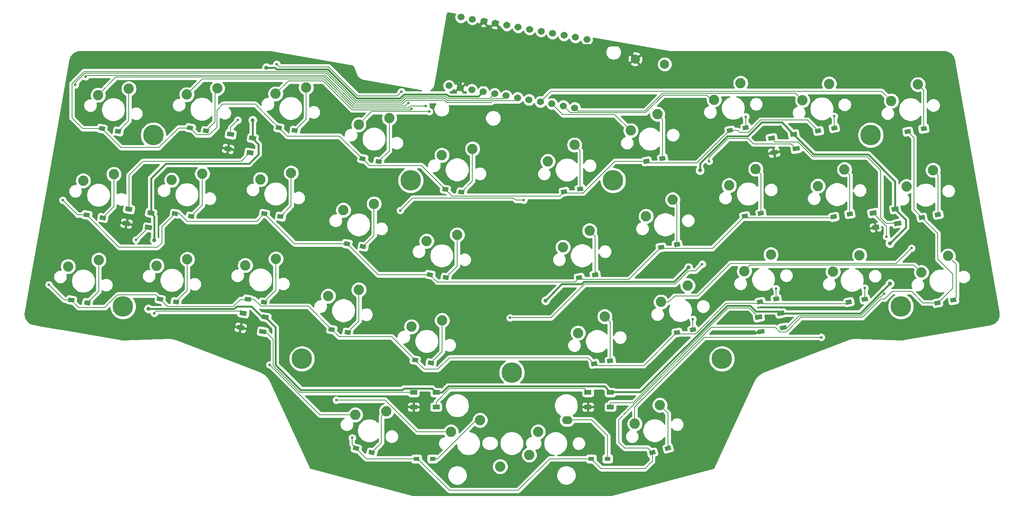
<source format=gbl>
%TF.GenerationSoftware,KiCad,Pcbnew,(5.1.9-0-10_14)*%
%TF.CreationDate,2021-04-02T11:44:49+09:00*%
%TF.ProjectId,reviung34,72657669-756e-4673-9334-2e6b69636164,1*%
%TF.SameCoordinates,Original*%
%TF.FileFunction,Copper,L2,Bot*%
%TF.FilePolarity,Positive*%
%FSLAX46Y46*%
G04 Gerber Fmt 4.6, Leading zero omitted, Abs format (unit mm)*
G04 Created by KiCad (PCBNEW (5.1.9-0-10_14)) date 2021-04-02 11:44:49*
%MOMM*%
%LPD*%
G01*
G04 APERTURE LIST*
%TA.AperFunction,ComponentPad*%
%ADD10C,1.524000*%
%TD*%
%TA.AperFunction,ComponentPad*%
%ADD11C,2.250000*%
%TD*%
%TA.AperFunction,ComponentPad*%
%ADD12C,4.500000*%
%TD*%
%TA.AperFunction,SMDPad,CuDef*%
%ADD13C,0.100000*%
%TD*%
%TA.AperFunction,SMDPad,CuDef*%
%ADD14R,1.300000X0.950000*%
%TD*%
%TA.AperFunction,ComponentPad*%
%ADD15C,2.000000*%
%TD*%
%TA.AperFunction,SMDPad,CuDef*%
%ADD16R,1.500000X1.000000*%
%TD*%
%TA.AperFunction,ComponentPad*%
%ADD17O,2.250000X1.750000*%
%TD*%
%TA.AperFunction,ViaPad*%
%ADD18C,0.600000*%
%TD*%
%TA.AperFunction,ViaPad*%
%ADD19C,0.900000*%
%TD*%
%TA.AperFunction,Conductor*%
%ADD20C,0.200000*%
%TD*%
%TA.AperFunction,Conductor*%
%ADD21C,0.600000*%
%TD*%
%TA.AperFunction,Conductor*%
%ADD22C,0.400000*%
%TD*%
%TA.AperFunction,Conductor*%
%ADD23C,0.254000*%
%TD*%
%TA.AperFunction,Conductor*%
%ADD24C,0.100000*%
%TD*%
G04 APERTURE END LIST*
D10*
%TO.P,U1,24*%
%TO.N,Net-(U1-Pad24)*%
X124130734Y-47208930D03*
%TO.P,U1,23*%
%TO.N,GND*%
X126632146Y-47649996D03*
%TO.P,U1,22*%
%TO.N,reset*%
X129133557Y-48091063D03*
%TO.P,U1,21*%
%TO.N,VCC*%
X131634969Y-48532129D03*
%TO.P,U1,20*%
%TO.N,row0*%
X134136381Y-48973195D03*
%TO.P,U1,19*%
%TO.N,row1*%
X136637792Y-49414262D03*
%TO.P,U1,18*%
%TO.N,row2*%
X139139204Y-49855328D03*
%TO.P,U1,17*%
%TO.N,row3*%
X141640616Y-50296395D03*
%TO.P,U1,16*%
%TO.N,col5*%
X144142027Y-50737461D03*
%TO.P,U1,15*%
%TO.N,col6*%
X146643439Y-51178527D03*
%TO.P,U1,14*%
%TO.N,col7*%
X149144851Y-51619594D03*
%TO.P,U1,13*%
%TO.N,col8*%
X151646262Y-52060660D03*
%TO.P,U1,12*%
%TO.N,Net-(U1-Pad12)*%
X154289188Y-37071886D03*
%TO.P,U1,11*%
%TO.N,col4*%
X151787776Y-36630820D03*
%TO.P,U1,10*%
%TO.N,col3*%
X149286364Y-36189753D03*
%TO.P,U1,9*%
%TO.N,col2*%
X146784953Y-35748687D03*
%TO.P,U1,8*%
%TO.N,col1*%
X144283541Y-35307621D03*
%TO.P,U1,7*%
%TO.N,col0*%
X141782129Y-34866554D03*
%TO.P,U1,6*%
%TO.N,Net-(U1-Pad6)*%
X139280718Y-34425488D03*
%TO.P,U1,5*%
%TO.N,Net-(U1-Pad5)*%
X136779306Y-33984421D03*
%TO.P,U1,4*%
%TO.N,GND*%
X134277894Y-33543355D03*
%TO.P,U1,3*%
X131776482Y-33102289D03*
%TO.P,U1,2*%
%TO.N,Net-(U1-Pad2)*%
X129275071Y-32661222D03*
%TO.P,U1,1*%
%TO.N,LED*%
X126773659Y-32220156D03*
%TD*%
D11*
%TO.P,SW21,2*%
%TO.N,Net-(D21-Pad2)*%
X187879279Y-46676110D03*
%TO.P,SW21,1*%
%TO.N,col7*%
X182066816Y-50280188D03*
%TD*%
D12*
%TO.P,H9,1*%
%TO.N,N/C*%
X222910000Y-95530000D03*
%TD*%
%TO.P,H8,1*%
%TO.N,N/C*%
X216320000Y-58020000D03*
%TD*%
%TO.P,H6,1*%
%TO.N,N/C*%
X160020000Y-67940000D03*
%TD*%
%TO.P,H7,1*%
%TO.N,N/C*%
X183800000Y-106980000D03*
%TD*%
%TO.P,H5,1*%
%TO.N,N/C*%
X137910000Y-109960000D03*
%TD*%
%TO.P,H3,1*%
%TO.N,N/C*%
X115800000Y-67940000D03*
%TD*%
%TO.P,H4,1*%
%TO.N,N/C*%
X92020000Y-106970000D03*
%TD*%
%TO.P,H2,1*%
%TO.N,N/C*%
X52920000Y-95540000D03*
%TD*%
%TO.P,H1,1*%
%TO.N,N/C*%
X59540000Y-58030000D03*
%TD*%
D11*
%TO.P,SW35,1*%
%TO.N,col4*%
X141680000Y-128000000D03*
%TO.P,SW35,2*%
%TO.N,Net-(D18-Pad2)*%
X135330000Y-130540000D03*
%TD*%
%TA.AperFunction,SMDPad,CuDef*%
D13*
%TO.P,D1,2*%
%TO.N,Net-(D1-Pad2)*%
G36*
X51105426Y-57563138D02*
G01*
X51270392Y-56627571D01*
X52550642Y-56853314D01*
X52385676Y-57788881D01*
X51105426Y-57563138D01*
G37*
%TD.AperFunction*%
%TA.AperFunction,SMDPad,CuDef*%
%TO.P,D1,1*%
%TO.N,row0*%
G36*
X47609358Y-56946686D02*
G01*
X47774324Y-56011119D01*
X49054574Y-56236862D01*
X48889608Y-57172429D01*
X47609358Y-56946686D01*
G37*
%TD.AperFunction*%
%TD*%
%TA.AperFunction,SMDPad,CuDef*%
%TO.P,D2,2*%
%TO.N,Net-(D2-Pad2)*%
G36*
X70355426Y-57423138D02*
G01*
X70520392Y-56487571D01*
X71800642Y-56713314D01*
X71635676Y-57648881D01*
X70355426Y-57423138D01*
G37*
%TD.AperFunction*%
%TA.AperFunction,SMDPad,CuDef*%
%TO.P,D2,1*%
%TO.N,row0*%
G36*
X66859358Y-56806686D02*
G01*
X67024324Y-55871119D01*
X68304574Y-56096862D01*
X68139608Y-57032429D01*
X66859358Y-56806686D01*
G37*
%TD.AperFunction*%
%TD*%
%TA.AperFunction,SMDPad,CuDef*%
%TO.P,D3,2*%
%TO.N,Net-(D3-Pad2)*%
G36*
X89735426Y-57373138D02*
G01*
X89900392Y-56437571D01*
X91180642Y-56663314D01*
X91015676Y-57598881D01*
X89735426Y-57373138D01*
G37*
%TD.AperFunction*%
%TA.AperFunction,SMDPad,CuDef*%
%TO.P,D3,1*%
%TO.N,row0*%
G36*
X86239358Y-56756686D02*
G01*
X86404324Y-55821119D01*
X87684574Y-56046862D01*
X87519608Y-56982429D01*
X86239358Y-56756686D01*
G37*
%TD.AperFunction*%
%TD*%
%TA.AperFunction,SMDPad,CuDef*%
%TO.P,D4,2*%
%TO.N,Net-(D4-Pad2)*%
G36*
X108055426Y-64153138D02*
G01*
X108220392Y-63217571D01*
X109500642Y-63443314D01*
X109335676Y-64378881D01*
X108055426Y-64153138D01*
G37*
%TD.AperFunction*%
%TA.AperFunction,SMDPad,CuDef*%
%TO.P,D4,1*%
%TO.N,row0*%
G36*
X104559358Y-63536686D02*
G01*
X104724324Y-62601119D01*
X106004574Y-62826862D01*
X105839608Y-63762429D01*
X104559358Y-63536686D01*
G37*
%TD.AperFunction*%
%TD*%
%TA.AperFunction,SMDPad,CuDef*%
%TO.P,D5,1*%
%TO.N,row0*%
G36*
X122639358Y-70246686D02*
G01*
X122804324Y-69311119D01*
X124084574Y-69536862D01*
X123919608Y-70472429D01*
X122639358Y-70246686D01*
G37*
%TD.AperFunction*%
%TA.AperFunction,SMDPad,CuDef*%
%TO.P,D5,2*%
%TO.N,Net-(D5-Pad2)*%
G36*
X126135426Y-70863138D02*
G01*
X126300392Y-69927571D01*
X127580642Y-70153314D01*
X127415676Y-71088881D01*
X126135426Y-70863138D01*
G37*
%TD.AperFunction*%
%TD*%
%TA.AperFunction,SMDPad,CuDef*%
%TO.P,D6,2*%
%TO.N,Net-(D6-Pad2)*%
G36*
X47765426Y-76463138D02*
G01*
X47930392Y-75527571D01*
X49210642Y-75753314D01*
X49045676Y-76688881D01*
X47765426Y-76463138D01*
G37*
%TD.AperFunction*%
%TA.AperFunction,SMDPad,CuDef*%
%TO.P,D6,1*%
%TO.N,row1*%
G36*
X44269358Y-75846686D02*
G01*
X44434324Y-74911119D01*
X45714574Y-75136862D01*
X45549608Y-76072429D01*
X44269358Y-75846686D01*
G37*
%TD.AperFunction*%
%TD*%
%TA.AperFunction,SMDPad,CuDef*%
%TO.P,D7,2*%
%TO.N,Net-(D7-Pad2)*%
G36*
X67075426Y-76153138D02*
G01*
X67240392Y-75217571D01*
X68520642Y-75443314D01*
X68355676Y-76378881D01*
X67075426Y-76153138D01*
G37*
%TD.AperFunction*%
%TA.AperFunction,SMDPad,CuDef*%
%TO.P,D7,1*%
%TO.N,row1*%
G36*
X63579358Y-75536686D02*
G01*
X63744324Y-74601119D01*
X65024574Y-74826862D01*
X64859608Y-75762429D01*
X63579358Y-75536686D01*
G37*
%TD.AperFunction*%
%TD*%
%TA.AperFunction,SMDPad,CuDef*%
%TO.P,D8,2*%
%TO.N,Net-(D8-Pad2)*%
G36*
X86585426Y-76193138D02*
G01*
X86750392Y-75257571D01*
X88030642Y-75483314D01*
X87865676Y-76418881D01*
X86585426Y-76193138D01*
G37*
%TD.AperFunction*%
%TA.AperFunction,SMDPad,CuDef*%
%TO.P,D8,1*%
%TO.N,row1*%
G36*
X83089358Y-75576686D02*
G01*
X83254324Y-74641119D01*
X84534574Y-74866862D01*
X84369608Y-75802429D01*
X83089358Y-75576686D01*
G37*
%TD.AperFunction*%
%TD*%
%TA.AperFunction,SMDPad,CuDef*%
%TO.P,D9,1*%
%TO.N,row1*%
G36*
X101139358Y-82146686D02*
G01*
X101304324Y-81211119D01*
X102584574Y-81436862D01*
X102419608Y-82372429D01*
X101139358Y-82146686D01*
G37*
%TD.AperFunction*%
%TA.AperFunction,SMDPad,CuDef*%
%TO.P,D9,2*%
%TO.N,Net-(D9-Pad2)*%
G36*
X104635426Y-82763138D02*
G01*
X104800392Y-81827571D01*
X106080642Y-82053314D01*
X105915676Y-82988881D01*
X104635426Y-82763138D01*
G37*
%TD.AperFunction*%
%TD*%
%TA.AperFunction,SMDPad,CuDef*%
%TO.P,D10,1*%
%TO.N,row1*%
G36*
X119239358Y-88916686D02*
G01*
X119404324Y-87981119D01*
X120684574Y-88206862D01*
X120519608Y-89142429D01*
X119239358Y-88916686D01*
G37*
%TD.AperFunction*%
%TA.AperFunction,SMDPad,CuDef*%
%TO.P,D10,2*%
%TO.N,Net-(D10-Pad2)*%
G36*
X122735426Y-89533138D02*
G01*
X122900392Y-88597571D01*
X124180642Y-88823314D01*
X124015676Y-89758881D01*
X122735426Y-89533138D01*
G37*
%TD.AperFunction*%
%TD*%
%TA.AperFunction,SMDPad,CuDef*%
%TO.P,D11,2*%
%TO.N,Net-(D11-Pad2)*%
G36*
X44395426Y-95083138D02*
G01*
X44560392Y-94147571D01*
X45840642Y-94373314D01*
X45675676Y-95308881D01*
X44395426Y-95083138D01*
G37*
%TD.AperFunction*%
%TA.AperFunction,SMDPad,CuDef*%
%TO.P,D11,1*%
%TO.N,row2*%
G36*
X40899358Y-94466686D02*
G01*
X41064324Y-93531119D01*
X42344574Y-93756862D01*
X42179608Y-94692429D01*
X40899358Y-94466686D01*
G37*
%TD.AperFunction*%
%TD*%
%TA.AperFunction,SMDPad,CuDef*%
%TO.P,D12,2*%
%TO.N,Net-(D12-Pad2)*%
G36*
X63785426Y-94893138D02*
G01*
X63950392Y-93957571D01*
X65230642Y-94183314D01*
X65065676Y-95118881D01*
X63785426Y-94893138D01*
G37*
%TD.AperFunction*%
%TA.AperFunction,SMDPad,CuDef*%
%TO.P,D12,1*%
%TO.N,row2*%
G36*
X60289358Y-94276686D02*
G01*
X60454324Y-93341119D01*
X61734574Y-93566862D01*
X61569608Y-94502429D01*
X60289358Y-94276686D01*
G37*
%TD.AperFunction*%
%TD*%
%TA.AperFunction,SMDPad,CuDef*%
%TO.P,D13,2*%
%TO.N,Net-(D13-Pad2)*%
G36*
X83005426Y-94923138D02*
G01*
X83170392Y-93987571D01*
X84450642Y-94213314D01*
X84285676Y-95148881D01*
X83005426Y-94923138D01*
G37*
%TD.AperFunction*%
%TA.AperFunction,SMDPad,CuDef*%
%TO.P,D13,1*%
%TO.N,row2*%
G36*
X79509358Y-94306686D02*
G01*
X79674324Y-93371119D01*
X80954574Y-93596862D01*
X80789608Y-94532429D01*
X79509358Y-94306686D01*
G37*
%TD.AperFunction*%
%TD*%
%TA.AperFunction,SMDPad,CuDef*%
%TO.P,D14,1*%
%TO.N,row2*%
G36*
X97789358Y-100916686D02*
G01*
X97954324Y-99981119D01*
X99234574Y-100206862D01*
X99069608Y-101142429D01*
X97789358Y-100916686D01*
G37*
%TD.AperFunction*%
%TA.AperFunction,SMDPad,CuDef*%
%TO.P,D14,2*%
%TO.N,Net-(D14-Pad2)*%
G36*
X101285426Y-101533138D02*
G01*
X101450392Y-100597571D01*
X102730642Y-100823314D01*
X102565676Y-101758881D01*
X101285426Y-101533138D01*
G37*
%TD.AperFunction*%
%TD*%
%TA.AperFunction,SMDPad,CuDef*%
%TO.P,D15,1*%
%TO.N,row2*%
G36*
X116009358Y-107606686D02*
G01*
X116174324Y-106671119D01*
X117454574Y-106896862D01*
X117289608Y-107832429D01*
X116009358Y-107606686D01*
G37*
%TD.AperFunction*%
%TA.AperFunction,SMDPad,CuDef*%
%TO.P,D15,2*%
%TO.N,Net-(D15-Pad2)*%
G36*
X119505426Y-108223138D02*
G01*
X119670392Y-107287571D01*
X120950642Y-107513314D01*
X120785676Y-108448881D01*
X119505426Y-108223138D01*
G37*
%TD.AperFunction*%
%TD*%
%TA.AperFunction,SMDPad,CuDef*%
%TO.P,D16,2*%
%TO.N,Net-(D16-Pad2)*%
G36*
X106523727Y-127789986D02*
G01*
X106769605Y-126872357D01*
X108025309Y-127208822D01*
X107779431Y-128126451D01*
X106523727Y-127789986D01*
G37*
%TD.AperFunction*%
%TA.AperFunction,SMDPad,CuDef*%
%TO.P,D16,1*%
%TO.N,row3*%
G36*
X103094691Y-126871178D02*
G01*
X103340569Y-125953549D01*
X104596273Y-126290014D01*
X104350395Y-127207643D01*
X103094691Y-126871178D01*
G37*
%TD.AperFunction*%
%TD*%
D14*
%TO.P,D17,2*%
%TO.N,Net-(D17-Pad2)*%
X120575000Y-128850000D03*
%TO.P,D17,1*%
%TO.N,row3*%
X117025000Y-128850000D03*
%TD*%
%TO.P,D18,2*%
%TO.N,Net-(D18-Pad2)*%
X158795000Y-128850000D03*
%TO.P,D18,1*%
%TO.N,row3*%
X155245000Y-128850000D03*
%TD*%
%TA.AperFunction,SMDPad,CuDef*%
D13*
%TO.P,D19,1*%
%TO.N,row0*%
G36*
X148754324Y-71008881D02*
G01*
X148589358Y-70073314D01*
X149869608Y-69847571D01*
X150034574Y-70783138D01*
X148754324Y-71008881D01*
G37*
%TD.AperFunction*%
%TA.AperFunction,SMDPad,CuDef*%
%TO.P,D19,2*%
%TO.N,Net-(D19-Pad2)*%
G36*
X152250392Y-70392429D02*
G01*
X152085426Y-69456862D01*
X153365676Y-69231119D01*
X153530642Y-70166686D01*
X152250392Y-70392429D01*
G37*
%TD.AperFunction*%
%TD*%
%TA.AperFunction,SMDPad,CuDef*%
%TO.P,D20,1*%
%TO.N,row0*%
G36*
X166754324Y-64318881D02*
G01*
X166589358Y-63383314D01*
X167869608Y-63157571D01*
X168034574Y-64093138D01*
X166754324Y-64318881D01*
G37*
%TD.AperFunction*%
%TA.AperFunction,SMDPad,CuDef*%
%TO.P,D20,2*%
%TO.N,Net-(D20-Pad2)*%
G36*
X170250392Y-63702429D02*
G01*
X170085426Y-62766862D01*
X171365676Y-62541119D01*
X171530642Y-63476686D01*
X170250392Y-63702429D01*
G37*
%TD.AperFunction*%
%TD*%
%TA.AperFunction,SMDPad,CuDef*%
%TO.P,D21,1*%
%TO.N,row0*%
G36*
X184954324Y-57578881D02*
G01*
X184789358Y-56643314D01*
X186069608Y-56417571D01*
X186234574Y-57353138D01*
X184954324Y-57578881D01*
G37*
%TD.AperFunction*%
%TA.AperFunction,SMDPad,CuDef*%
%TO.P,D21,2*%
%TO.N,Net-(D21-Pad2)*%
G36*
X188450392Y-56962429D02*
G01*
X188285426Y-56026862D01*
X189565676Y-55801119D01*
X189730642Y-56736686D01*
X188450392Y-56962429D01*
G37*
%TD.AperFunction*%
%TD*%
%TA.AperFunction,SMDPad,CuDef*%
%TO.P,D22,1*%
%TO.N,row0*%
G36*
X204294324Y-57668881D02*
G01*
X204129358Y-56733314D01*
X205409608Y-56507571D01*
X205574574Y-57443138D01*
X204294324Y-57668881D01*
G37*
%TD.AperFunction*%
%TA.AperFunction,SMDPad,CuDef*%
%TO.P,D22,2*%
%TO.N,Net-(D22-Pad2)*%
G36*
X207790392Y-57052429D02*
G01*
X207625426Y-56116862D01*
X208905676Y-55891119D01*
X209070642Y-56826686D01*
X207790392Y-57052429D01*
G37*
%TD.AperFunction*%
%TD*%
%TA.AperFunction,SMDPad,CuDef*%
%TO.P,D23,1*%
%TO.N,row1*%
G36*
X152044324Y-89798881D02*
G01*
X151879358Y-88863314D01*
X153159608Y-88637571D01*
X153324574Y-89573138D01*
X152044324Y-89798881D01*
G37*
%TD.AperFunction*%
%TA.AperFunction,SMDPad,CuDef*%
%TO.P,D23,2*%
%TO.N,Net-(D23-Pad2)*%
G36*
X155540392Y-89182429D02*
G01*
X155375426Y-88246862D01*
X156655676Y-88021119D01*
X156820642Y-88956686D01*
X155540392Y-89182429D01*
G37*
%TD.AperFunction*%
%TD*%
%TA.AperFunction,SMDPad,CuDef*%
%TO.P,D24,1*%
%TO.N,row1*%
G36*
X169944324Y-83138881D02*
G01*
X169779358Y-82203314D01*
X171059608Y-81977571D01*
X171224574Y-82913138D01*
X169944324Y-83138881D01*
G37*
%TD.AperFunction*%
%TA.AperFunction,SMDPad,CuDef*%
%TO.P,D24,2*%
%TO.N,Net-(D24-Pad2)*%
G36*
X173440392Y-82522429D02*
G01*
X173275426Y-81586862D01*
X174555676Y-81361119D01*
X174720642Y-82296686D01*
X173440392Y-82522429D01*
G37*
%TD.AperFunction*%
%TD*%
%TA.AperFunction,SMDPad,CuDef*%
%TO.P,D25,1*%
%TO.N,row1*%
G36*
X188234324Y-76328881D02*
G01*
X188069358Y-75393314D01*
X189349608Y-75167571D01*
X189514574Y-76103138D01*
X188234324Y-76328881D01*
G37*
%TD.AperFunction*%
%TA.AperFunction,SMDPad,CuDef*%
%TO.P,D25,2*%
%TO.N,Net-(D25-Pad2)*%
G36*
X191730392Y-75712429D02*
G01*
X191565426Y-74776862D01*
X192845676Y-74551119D01*
X193010642Y-75486686D01*
X191730392Y-75712429D01*
G37*
%TD.AperFunction*%
%TD*%
%TA.AperFunction,SMDPad,CuDef*%
%TO.P,D26,1*%
%TO.N,row1*%
G36*
X207684324Y-76478881D02*
G01*
X207519358Y-75543314D01*
X208799608Y-75317571D01*
X208964574Y-76253138D01*
X207684324Y-76478881D01*
G37*
%TD.AperFunction*%
%TA.AperFunction,SMDPad,CuDef*%
%TO.P,D26,2*%
%TO.N,Net-(D26-Pad2)*%
G36*
X211180392Y-75862429D02*
G01*
X211015426Y-74926862D01*
X212295676Y-74701119D01*
X212460642Y-75636686D01*
X211180392Y-75862429D01*
G37*
%TD.AperFunction*%
%TD*%
%TA.AperFunction,SMDPad,CuDef*%
%TO.P,D27,1*%
%TO.N,row2*%
G36*
X155304324Y-108608881D02*
G01*
X155139358Y-107673314D01*
X156419608Y-107447571D01*
X156584574Y-108383138D01*
X155304324Y-108608881D01*
G37*
%TD.AperFunction*%
%TA.AperFunction,SMDPad,CuDef*%
%TO.P,D27,2*%
%TO.N,Net-(D27-Pad2)*%
G36*
X158800392Y-107992429D02*
G01*
X158635426Y-107056862D01*
X159915676Y-106831119D01*
X160080642Y-107766686D01*
X158800392Y-107992429D01*
G37*
%TD.AperFunction*%
%TD*%
%TA.AperFunction,SMDPad,CuDef*%
%TO.P,D28,1*%
%TO.N,row2*%
G36*
X173404324Y-101808881D02*
G01*
X173239358Y-100873314D01*
X174519608Y-100647571D01*
X174684574Y-101583138D01*
X173404324Y-101808881D01*
G37*
%TD.AperFunction*%
%TA.AperFunction,SMDPad,CuDef*%
%TO.P,D28,2*%
%TO.N,Net-(D28-Pad2)*%
G36*
X176900392Y-101192429D02*
G01*
X176735426Y-100256862D01*
X178015676Y-100031119D01*
X178180642Y-100966686D01*
X176900392Y-101192429D01*
G37*
%TD.AperFunction*%
%TD*%
%TA.AperFunction,SMDPad,CuDef*%
%TO.P,D29,1*%
%TO.N,row2*%
G36*
X191594324Y-95068881D02*
G01*
X191429358Y-94133314D01*
X192709608Y-93907571D01*
X192874574Y-94843138D01*
X191594324Y-95068881D01*
G37*
%TD.AperFunction*%
%TA.AperFunction,SMDPad,CuDef*%
%TO.P,D29,2*%
%TO.N,Net-(D29-Pad2)*%
G36*
X195090392Y-94452429D02*
G01*
X194925426Y-93516862D01*
X196205676Y-93291119D01*
X196370642Y-94226686D01*
X195090392Y-94452429D01*
G37*
%TD.AperFunction*%
%TD*%
%TA.AperFunction,SMDPad,CuDef*%
%TO.P,D30,1*%
%TO.N,row2*%
G36*
X210964324Y-95138881D02*
G01*
X210799358Y-94203314D01*
X212079608Y-93977571D01*
X212244574Y-94913138D01*
X210964324Y-95138881D01*
G37*
%TD.AperFunction*%
%TA.AperFunction,SMDPad,CuDef*%
%TO.P,D30,2*%
%TO.N,Net-(D30-Pad2)*%
G36*
X214460392Y-94522429D02*
G01*
X214295426Y-93586862D01*
X215575676Y-93361119D01*
X215740642Y-94296686D01*
X214460392Y-94522429D01*
G37*
%TD.AperFunction*%
%TD*%
%TA.AperFunction,SMDPad,CuDef*%
%TO.P,D31,2*%
%TO.N,Net-(D31-Pad2)*%
G36*
X227350392Y-57192429D02*
G01*
X227185426Y-56256862D01*
X228465676Y-56031119D01*
X228630642Y-56966686D01*
X227350392Y-57192429D01*
G37*
%TD.AperFunction*%
%TA.AperFunction,SMDPad,CuDef*%
%TO.P,D31,1*%
%TO.N,row3*%
G36*
X223854324Y-57808881D02*
G01*
X223689358Y-56873314D01*
X224969608Y-56647571D01*
X225134574Y-57583138D01*
X223854324Y-57808881D01*
G37*
%TD.AperFunction*%
%TD*%
%TA.AperFunction,SMDPad,CuDef*%
%TO.P,D32,2*%
%TO.N,Net-(D32-Pad2)*%
G36*
X230440392Y-76002429D02*
G01*
X230275426Y-75066862D01*
X231555676Y-74841119D01*
X231720642Y-75776686D01*
X230440392Y-76002429D01*
G37*
%TD.AperFunction*%
%TA.AperFunction,SMDPad,CuDef*%
%TO.P,D32,1*%
%TO.N,row3*%
G36*
X226944324Y-76618881D02*
G01*
X226779358Y-75683314D01*
X228059608Y-75457571D01*
X228224574Y-76393138D01*
X226944324Y-76618881D01*
G37*
%TD.AperFunction*%
%TD*%
%TA.AperFunction,SMDPad,CuDef*%
%TO.P,D33,2*%
%TO.N,Net-(D33-Pad2)*%
G36*
X233830392Y-94702429D02*
G01*
X233665426Y-93766862D01*
X234945676Y-93541119D01*
X235110642Y-94476686D01*
X233830392Y-94702429D01*
G37*
%TD.AperFunction*%
%TA.AperFunction,SMDPad,CuDef*%
%TO.P,D33,1*%
%TO.N,row3*%
G36*
X230334324Y-95318881D02*
G01*
X230169358Y-94383314D01*
X231449608Y-94157571D01*
X231614574Y-95093138D01*
X230334324Y-95318881D01*
G37*
%TD.AperFunction*%
%TD*%
%TA.AperFunction,SMDPad,CuDef*%
%TO.P,D34,2*%
%TO.N,Net-(D34-Pad2)*%
G36*
X171519605Y-127197643D02*
G01*
X171273727Y-126280014D01*
X172529431Y-125943549D01*
X172775309Y-126861178D01*
X171519605Y-127197643D01*
G37*
%TD.AperFunction*%
%TA.AperFunction,SMDPad,CuDef*%
%TO.P,D34,1*%
%TO.N,row3*%
G36*
X168090569Y-128116451D02*
G01*
X167844691Y-127198822D01*
X169100395Y-126862357D01*
X169346273Y-127779986D01*
X168090569Y-128116451D01*
G37*
%TD.AperFunction*%
%TD*%
D15*
%TO.P,RESET1,1*%
%TO.N,reset*%
X171280625Y-42514357D03*
%TO.P,RESET1,2*%
%TO.N,GND*%
X164879375Y-41385643D03*
%TD*%
%TA.AperFunction,SMDPad,CuDef*%
D13*
%TO.P,RGB1,3*%
%TO.N,GND*%
G36*
X76684814Y-60638086D02*
G01*
X76511166Y-61622894D01*
X75033954Y-61362422D01*
X75207602Y-60377614D01*
X76684814Y-60638086D01*
G37*
%TD.AperFunction*%
%TA.AperFunction,SMDPad,CuDef*%
%TO.P,RGB1,4*%
%TO.N,LED*%
G36*
X77240488Y-57486702D02*
G01*
X77066840Y-58471510D01*
X75589628Y-58211038D01*
X75763276Y-57226230D01*
X77240488Y-57486702D01*
G37*
%TD.AperFunction*%
%TA.AperFunction,SMDPad,CuDef*%
%TO.P,RGB1,2*%
%TO.N,Net-(RGB1-Pad2)*%
G36*
X81510372Y-61488962D02*
G01*
X81336724Y-62473770D01*
X79859512Y-62213298D01*
X80033160Y-61228490D01*
X81510372Y-61488962D01*
G37*
%TD.AperFunction*%
%TA.AperFunction,SMDPad,CuDef*%
%TO.P,RGB1,1*%
%TO.N,VCC*%
G36*
X82066046Y-58337578D02*
G01*
X81892398Y-59322386D01*
X80415186Y-59061914D01*
X80588834Y-58077106D01*
X82066046Y-58337578D01*
G37*
%TD.AperFunction*%
%TD*%
%TA.AperFunction,SMDPad,CuDef*%
%TO.P,RGB2,3*%
%TO.N,GND*%
G36*
X54474814Y-77008086D02*
G01*
X54301166Y-77992894D01*
X52823954Y-77732422D01*
X52997602Y-76747614D01*
X54474814Y-77008086D01*
G37*
%TD.AperFunction*%
%TA.AperFunction,SMDPad,CuDef*%
%TO.P,RGB2,4*%
%TO.N,Net-(RGB1-Pad2)*%
G36*
X55030488Y-73856702D02*
G01*
X54856840Y-74841510D01*
X53379628Y-74581038D01*
X53553276Y-73596230D01*
X55030488Y-73856702D01*
G37*
%TD.AperFunction*%
%TA.AperFunction,SMDPad,CuDef*%
%TO.P,RGB2,2*%
%TO.N,Net-(RGB2-Pad2)*%
G36*
X59300372Y-77858962D02*
G01*
X59126724Y-78843770D01*
X57649512Y-78583298D01*
X57823160Y-77598490D01*
X59300372Y-77858962D01*
G37*
%TD.AperFunction*%
%TA.AperFunction,SMDPad,CuDef*%
%TO.P,RGB2,1*%
%TO.N,VCC*%
G36*
X59856046Y-74707578D02*
G01*
X59682398Y-75692386D01*
X58205186Y-75431914D01*
X58378834Y-74447106D01*
X59856046Y-74707578D01*
G37*
%TD.AperFunction*%
%TD*%
%TA.AperFunction,SMDPad,CuDef*%
%TO.P,RGB3,1*%
%TO.N,VCC*%
G36*
X84826046Y-97497578D02*
G01*
X84652398Y-98482386D01*
X83175186Y-98221914D01*
X83348834Y-97237106D01*
X84826046Y-97497578D01*
G37*
%TD.AperFunction*%
%TA.AperFunction,SMDPad,CuDef*%
%TO.P,RGB3,2*%
%TO.N,Net-(RGB3-Pad2)*%
G36*
X84270372Y-100648962D02*
G01*
X84096724Y-101633770D01*
X82619512Y-101373298D01*
X82793160Y-100388490D01*
X84270372Y-100648962D01*
G37*
%TD.AperFunction*%
%TA.AperFunction,SMDPad,CuDef*%
%TO.P,RGB3,4*%
%TO.N,Net-(RGB2-Pad2)*%
G36*
X80000488Y-96646702D02*
G01*
X79826840Y-97631510D01*
X78349628Y-97371038D01*
X78523276Y-96386230D01*
X80000488Y-96646702D01*
G37*
%TD.AperFunction*%
%TA.AperFunction,SMDPad,CuDef*%
%TO.P,RGB3,3*%
%TO.N,GND*%
G36*
X79444814Y-99798086D02*
G01*
X79271166Y-100782894D01*
X77793954Y-100522422D01*
X77967602Y-99537614D01*
X79444814Y-99798086D01*
G37*
%TD.AperFunction*%
%TD*%
D16*
%TO.P,RGB4,3*%
%TO.N,GND*%
X116440000Y-117530000D03*
%TO.P,RGB4,4*%
%TO.N,Net-(RGB3-Pad2)*%
X116440000Y-114330000D03*
%TO.P,RGB4,2*%
%TO.N,Net-(RGB4-Pad2)*%
X121340000Y-117530000D03*
%TO.P,RGB4,1*%
%TO.N,VCC*%
X121340000Y-114330000D03*
%TD*%
%TO.P,RGB5,1*%
%TO.N,VCC*%
X159420000Y-114330000D03*
%TO.P,RGB5,2*%
%TO.N,Net-(RGB5-Pad2)*%
X159420000Y-117530000D03*
%TO.P,RGB5,4*%
%TO.N,Net-(RGB4-Pad2)*%
X154520000Y-114330000D03*
%TO.P,RGB5,3*%
%TO.N,GND*%
X154520000Y-117530000D03*
%TD*%
%TA.AperFunction,SMDPad,CuDef*%
D13*
%TO.P,RGB6,1*%
%TO.N,VCC*%
G36*
X197296724Y-96396230D02*
G01*
X197470372Y-97381038D01*
X195993160Y-97641510D01*
X195819512Y-96656702D01*
X197296724Y-96396230D01*
G37*
%TD.AperFunction*%
%TA.AperFunction,SMDPad,CuDef*%
%TO.P,RGB6,2*%
%TO.N,Net-(RGB6-Pad2)*%
G36*
X197852398Y-99547614D02*
G01*
X198026046Y-100532422D01*
X196548834Y-100792894D01*
X196375186Y-99808086D01*
X197852398Y-99547614D01*
G37*
%TD.AperFunction*%
%TA.AperFunction,SMDPad,CuDef*%
%TO.P,RGB6,4*%
%TO.N,Net-(RGB5-Pad2)*%
G36*
X192471166Y-97247106D02*
G01*
X192644814Y-98231914D01*
X191167602Y-98492386D01*
X190993954Y-97507578D01*
X192471166Y-97247106D01*
G37*
%TD.AperFunction*%
%TA.AperFunction,SMDPad,CuDef*%
%TO.P,RGB6,3*%
%TO.N,GND*%
G36*
X193026840Y-100398490D02*
G01*
X193200488Y-101383298D01*
X191723276Y-101643770D01*
X191549628Y-100658962D01*
X193026840Y-100398490D01*
G37*
%TD.AperFunction*%
%TD*%
%TA.AperFunction,SMDPad,CuDef*%
%TO.P,RGB7,3*%
%TO.N,GND*%
G36*
X218026840Y-77578490D02*
G01*
X218200488Y-78563298D01*
X216723276Y-78823770D01*
X216549628Y-77838962D01*
X218026840Y-77578490D01*
G37*
%TD.AperFunction*%
%TA.AperFunction,SMDPad,CuDef*%
%TO.P,RGB7,4*%
%TO.N,Net-(RGB6-Pad2)*%
G36*
X217471166Y-74427106D02*
G01*
X217644814Y-75411914D01*
X216167602Y-75672386D01*
X215993954Y-74687578D01*
X217471166Y-74427106D01*
G37*
%TD.AperFunction*%
%TA.AperFunction,SMDPad,CuDef*%
%TO.P,RGB7,2*%
%TO.N,Net-(RGB7-Pad2)*%
G36*
X222852398Y-76727614D02*
G01*
X223026046Y-77712422D01*
X221548834Y-77972894D01*
X221375186Y-76988086D01*
X222852398Y-76727614D01*
G37*
%TD.AperFunction*%
%TA.AperFunction,SMDPad,CuDef*%
%TO.P,RGB7,1*%
%TO.N,VCC*%
G36*
X222296724Y-73576230D02*
G01*
X222470372Y-74561038D01*
X220993160Y-74821510D01*
X220819512Y-73836702D01*
X222296724Y-73576230D01*
G37*
%TD.AperFunction*%
%TD*%
%TA.AperFunction,SMDPad,CuDef*%
%TO.P,RGB8,1*%
%TO.N,VCC*%
G36*
X200116724Y-57206230D02*
G01*
X200290372Y-58191038D01*
X198813160Y-58451510D01*
X198639512Y-57466702D01*
X200116724Y-57206230D01*
G37*
%TD.AperFunction*%
%TA.AperFunction,SMDPad,CuDef*%
%TO.P,RGB8,2*%
%TO.N,Net-(RGB8-Pad2)*%
G36*
X200672398Y-60357614D02*
G01*
X200846046Y-61342422D01*
X199368834Y-61602894D01*
X199195186Y-60618086D01*
X200672398Y-60357614D01*
G37*
%TD.AperFunction*%
%TA.AperFunction,SMDPad,CuDef*%
%TO.P,RGB8,4*%
%TO.N,Net-(RGB7-Pad2)*%
G36*
X195291166Y-58057106D02*
G01*
X195464814Y-59041914D01*
X193987602Y-59302386D01*
X193813954Y-58317578D01*
X195291166Y-58057106D01*
G37*
%TD.AperFunction*%
%TA.AperFunction,SMDPad,CuDef*%
%TO.P,RGB8,3*%
%TO.N,GND*%
G36*
X195846840Y-61208490D02*
G01*
X196020488Y-62193298D01*
X194543276Y-62453770D01*
X194369628Y-61468962D01*
X195846840Y-61208490D01*
G37*
%TD.AperFunction*%
%TD*%
D11*
%TO.P,SW1,1*%
%TO.N,col0*%
X47488949Y-49256989D03*
%TO.P,SW1,2*%
%TO.N,Net-(D1-Pad2)*%
X54183544Y-47858243D03*
%TD*%
%TO.P,SW2,1*%
%TO.N,col1*%
X66838949Y-49156989D03*
%TO.P,SW2,2*%
%TO.N,Net-(D2-Pad2)*%
X73533544Y-47758243D03*
%TD*%
%TO.P,SW3,1*%
%TO.N,col2*%
X86258949Y-48976989D03*
%TO.P,SW3,2*%
%TO.N,Net-(D3-Pad2)*%
X92953544Y-47578243D03*
%TD*%
%TO.P,SW4,1*%
%TO.N,col3*%
X104418949Y-55706989D03*
%TO.P,SW4,2*%
%TO.N,Net-(D4-Pad2)*%
X111113544Y-54308243D03*
%TD*%
%TO.P,SW5,2*%
%TO.N,Net-(D5-Pad2)*%
X129293544Y-61028243D03*
%TO.P,SW5,1*%
%TO.N,col4*%
X122598949Y-62426989D03*
%TD*%
%TO.P,SW6,1*%
%TO.N,col0*%
X44208949Y-67996989D03*
%TO.P,SW6,2*%
%TO.N,Net-(D6-Pad2)*%
X50903544Y-66598243D03*
%TD*%
%TO.P,SW7,1*%
%TO.N,col1*%
X63548949Y-67866989D03*
%TO.P,SW7,2*%
%TO.N,Net-(D7-Pad2)*%
X70243544Y-66468243D03*
%TD*%
%TO.P,SW8,1*%
%TO.N,col2*%
X82968949Y-67706989D03*
%TO.P,SW8,2*%
%TO.N,Net-(D8-Pad2)*%
X89663544Y-66308243D03*
%TD*%
%TO.P,SW9,1*%
%TO.N,col3*%
X101078949Y-74456989D03*
%TO.P,SW9,2*%
%TO.N,Net-(D9-Pad2)*%
X107773544Y-73058243D03*
%TD*%
%TO.P,SW10,1*%
%TO.N,col4*%
X119248949Y-81226989D03*
%TO.P,SW10,2*%
%TO.N,Net-(D10-Pad2)*%
X125943544Y-79828243D03*
%TD*%
%TO.P,SW11,1*%
%TO.N,col0*%
X40908949Y-86766989D03*
%TO.P,SW11,2*%
%TO.N,Net-(D11-Pad2)*%
X47603544Y-85368243D03*
%TD*%
%TO.P,SW12,1*%
%TO.N,col1*%
X60278949Y-86596989D03*
%TO.P,SW12,2*%
%TO.N,Net-(D12-Pad2)*%
X66973544Y-85198243D03*
%TD*%
%TO.P,SW13,1*%
%TO.N,col2*%
X79628949Y-86516989D03*
%TO.P,SW13,2*%
%TO.N,Net-(D13-Pad2)*%
X86323544Y-85118243D03*
%TD*%
%TO.P,SW14,1*%
%TO.N,col3*%
X97768949Y-93246989D03*
%TO.P,SW14,2*%
%TO.N,Net-(D14-Pad2)*%
X104463544Y-91848243D03*
%TD*%
%TO.P,SW15,2*%
%TO.N,Net-(D15-Pad2)*%
X122653544Y-98548243D03*
%TO.P,SW15,1*%
%TO.N,col4*%
X115958949Y-99946989D03*
%TD*%
%TO.P,SW16,2*%
%TO.N,Net-(D16-Pad2)*%
X110498252Y-118420497D03*
%TO.P,SW16,1*%
%TO.N,col2*%
X103707223Y-119230448D03*
%TD*%
%TO.P,SW17,2*%
%TO.N,Net-(D17-Pad2)*%
X130930000Y-120420000D03*
%TO.P,SW17,1*%
%TO.N,col3*%
X124580000Y-122960000D03*
%TD*%
D17*
%TO.P,SW18,2*%
%TO.N,Net-(D18-Pad2)*%
X149970000Y-120420000D03*
D11*
%TO.P,SW18,1*%
%TO.N,col4*%
X143620000Y-122960000D03*
%TD*%
%TO.P,SW19,1*%
%TO.N,col5*%
X145756816Y-63760188D03*
%TO.P,SW19,2*%
%TO.N,Net-(D19-Pad2)*%
X151569279Y-60156110D03*
%TD*%
%TO.P,SW20,2*%
%TO.N,Net-(D20-Pad2)*%
X169709279Y-53426110D03*
%TO.P,SW20,1*%
%TO.N,col6*%
X163896816Y-57030188D03*
%TD*%
%TO.P,SW22,2*%
%TO.N,Net-(D22-Pad2)*%
X207229279Y-46806110D03*
%TO.P,SW22,1*%
%TO.N,col8*%
X201416816Y-50410188D03*
%TD*%
%TO.P,SW23,2*%
%TO.N,Net-(D23-Pad2)*%
X154869279Y-78936110D03*
%TO.P,SW23,1*%
%TO.N,col5*%
X149056816Y-82540188D03*
%TD*%
%TO.P,SW24,2*%
%TO.N,Net-(D24-Pad2)*%
X173029279Y-72166110D03*
%TO.P,SW24,1*%
%TO.N,col6*%
X167216816Y-75770188D03*
%TD*%
%TO.P,SW25,2*%
%TO.N,Net-(D25-Pad2)*%
X191169279Y-65436110D03*
%TO.P,SW25,1*%
%TO.N,col7*%
X185356816Y-69040188D03*
%TD*%
%TO.P,SW26,2*%
%TO.N,Net-(D26-Pad2)*%
X210569279Y-65566110D03*
%TO.P,SW26,1*%
%TO.N,col8*%
X204756816Y-69170188D03*
%TD*%
%TO.P,SW27,2*%
%TO.N,Net-(D27-Pad2)*%
X158169279Y-97716110D03*
%TO.P,SW27,1*%
%TO.N,col5*%
X152356816Y-101320188D03*
%TD*%
%TO.P,SW28,2*%
%TO.N,Net-(D28-Pad2)*%
X176319279Y-90936110D03*
%TO.P,SW28,1*%
%TO.N,col6*%
X170506816Y-94540188D03*
%TD*%
%TO.P,SW29,2*%
%TO.N,Net-(D29-Pad2)*%
X194489279Y-84176110D03*
%TO.P,SW29,1*%
%TO.N,col7*%
X188676816Y-87780188D03*
%TD*%
%TO.P,SW30,2*%
%TO.N,Net-(D30-Pad2)*%
X213869279Y-84306110D03*
%TO.P,SW30,1*%
%TO.N,col8*%
X208056816Y-87910188D03*
%TD*%
%TO.P,SW31,1*%
%TO.N,col5*%
X220816816Y-50550188D03*
%TO.P,SW31,2*%
%TO.N,Net-(D31-Pad2)*%
X226629279Y-46946110D03*
%TD*%
%TO.P,SW32,2*%
%TO.N,Net-(D32-Pad2)*%
X229939279Y-65686110D03*
%TO.P,SW32,1*%
%TO.N,col6*%
X224126816Y-69290188D03*
%TD*%
%TO.P,SW33,1*%
%TO.N,col7*%
X227396816Y-88070188D03*
%TO.P,SW33,2*%
%TO.N,Net-(D33-Pad2)*%
X233209279Y-84466110D03*
%TD*%
%TO.P,SW34,2*%
%TO.N,Net-(D34-Pad2)*%
X170228651Y-117095696D03*
%TO.P,SW34,1*%
%TO.N,col8*%
X164752422Y-121192649D03*
%TD*%
D18*
%TO.N,row1*%
X42500000Y-47000000D03*
X39750000Y-72250000D03*
%TO.N,row2*%
X36750000Y-90750000D03*
X44750000Y-45250000D03*
%TO.N,row3*%
X103000000Y-124250000D03*
X140500000Y-72250000D03*
X113500000Y-74500000D03*
%TO.N,Net-(D21-Pad2)*%
X189008034Y-53991966D03*
%TO.N,Net-(D22-Pad2)*%
X208348034Y-53901966D03*
%TO.N,Net-(D28-Pad2)*%
X177458034Y-98291966D03*
%TO.N,Net-(D29-Pad2)*%
X195648034Y-91601966D03*
%TO.N,Net-(D30-Pad2)*%
X215018034Y-91481966D03*
%TO.N,GND*%
X125100000Y-36100000D03*
X122875000Y-42800000D03*
X220100000Y-69075000D03*
X221175000Y-79275000D03*
X223300000Y-88975000D03*
X202825000Y-91400000D03*
X187200000Y-97700000D03*
X183775000Y-92700000D03*
X176100000Y-102550000D03*
X142000000Y-110125000D03*
X133000000Y-110175000D03*
X95550000Y-107000000D03*
X88600000Y-97800000D03*
X78250000Y-46650000D03*
X98925000Y-54325000D03*
X117325000Y-59925000D03*
X108200000Y-54925000D03*
X89700000Y-48175000D03*
X157100000Y-51175000D03*
X165300000Y-49675000D03*
X173725000Y-50800000D03*
X180675000Y-60175000D03*
X195775000Y-51225000D03*
X190775000Y-58550000D03*
X196650000Y-56125000D03*
X67175000Y-67050000D03*
X51075000Y-48300000D03*
X61250000Y-48525000D03*
X57125000Y-66875000D03*
X165400000Y-112900000D03*
X163025000Y-115575000D03*
X182625000Y-101200000D03*
X43175000Y-41375000D03*
X33225000Y-97600000D03*
X71300000Y-100800000D03*
X81850000Y-41100000D03*
X95025000Y-129350000D03*
X118825000Y-134950000D03*
X156950000Y-134950000D03*
X180700000Y-129375000D03*
X242625000Y-97625000D03*
X204525000Y-100800000D03*
X232675000Y-41400000D03*
X193950000Y-41100000D03*
X142925000Y-42175000D03*
X152925000Y-44300000D03*
X57500000Y-81750000D03*
%TO.N,LED*%
X78000000Y-54750000D03*
X113750000Y-48500000D03*
X86500000Y-42500000D03*
D19*
%TO.N,VCC*%
X81240616Y-54759384D03*
X84250000Y-43250000D03*
X59750000Y-81000000D03*
X58478560Y-96021440D03*
X220500000Y-81750000D03*
X220500000Y-90500000D03*
X179000000Y-65750000D03*
X176500000Y-87000000D03*
X145250000Y-94250000D03*
D18*
%TO.N,Net-(RGB2-Pad2)*%
X55750000Y-80946072D03*
X59750000Y-97000000D03*
%TO.N,Net-(RGB6-Pad2)*%
X219750000Y-80250000D03*
X219250000Y-92750000D03*
%TO.N,Net-(RGB8-Pad2)*%
X179500000Y-86250000D03*
X181000000Y-63750000D03*
X137500000Y-98000000D03*
%TO.N,col0*%
X115274999Y-51024999D03*
%TO.N,col1*%
X119125000Y-51625000D03*
%TO.N,col2*%
X116000000Y-52250000D03*
X84967151Y-108282849D03*
%TO.N,col3*%
X119875000Y-52875000D03*
X99500000Y-116000000D03*
%TO.N,col6*%
X225250000Y-82750000D03*
%TO.N,col8*%
X205500000Y-102250000D03*
%TD*%
D20*
%TO.N,Net-(D1-Pad2)*%
X54183544Y-54852716D02*
X54183544Y-54383544D01*
X51828034Y-57208226D02*
X54183544Y-54852716D01*
X54183544Y-47858243D02*
X54183544Y-54383544D01*
%TO.N,row0*%
X118149083Y-64678891D02*
X123361966Y-69891774D01*
X106779083Y-64678891D02*
X118149083Y-64678891D01*
X105281966Y-63181774D02*
X106779083Y-64678891D01*
X81810192Y-51250000D02*
X85155096Y-54594904D01*
X74750000Y-51250000D02*
X81810192Y-51250000D01*
X73423140Y-52576860D02*
X74750000Y-51250000D01*
X85155096Y-54594904D02*
X86961966Y-56401774D01*
X105281966Y-63181774D02*
X105181774Y-63181774D01*
X105181774Y-63181774D02*
X100250000Y-58250000D01*
X88810192Y-58250000D02*
X88405096Y-57844904D01*
X100250000Y-58250000D02*
X88810192Y-58250000D01*
X86961966Y-56401774D02*
X88405096Y-57844904D01*
X148351301Y-71388891D02*
X149311966Y-70428226D01*
X124859083Y-71388891D02*
X148351301Y-71388891D01*
X123361966Y-69891774D02*
X124859083Y-71388891D01*
X202513740Y-54750000D02*
X204851966Y-57088226D01*
X178361938Y-64148254D02*
X185511966Y-56998226D01*
X167721994Y-64148254D02*
X178361938Y-64148254D01*
X167311966Y-63738226D02*
X167721994Y-64148254D01*
X149576179Y-70692439D02*
X149311966Y-70428226D01*
X160383383Y-63738226D02*
X153429170Y-70692439D01*
X153429170Y-70692439D02*
X149576179Y-70692439D01*
X167311966Y-63738226D02*
X160383383Y-63738226D01*
X192250000Y-54750000D02*
X202513740Y-54750000D01*
X185511966Y-56998226D02*
X187248226Y-56998226D01*
X187658254Y-57408254D02*
X189591746Y-57408254D01*
X189591746Y-57408254D02*
X192250000Y-54750000D01*
X187248226Y-56998226D02*
X187658254Y-57408254D01*
X41750000Y-46750000D02*
X41750000Y-54250000D01*
X113668624Y-50449980D02*
X103812009Y-50449980D01*
X97462019Y-44099990D02*
X44400010Y-44099990D01*
X103812009Y-50449980D02*
X97462019Y-44099990D01*
X123475524Y-49594132D02*
X114524471Y-49594132D01*
X123475526Y-49594130D02*
X123475524Y-49594132D01*
X114524471Y-49594132D02*
X113668624Y-50449980D01*
X44400010Y-44099990D02*
X41750000Y-46750000D01*
X123962148Y-50080752D02*
X123475526Y-49594130D01*
X133028824Y-50080752D02*
X123962148Y-50080752D01*
X134136381Y-48973195D02*
X133028824Y-50080752D01*
X48331966Y-56591774D02*
X44091774Y-56591774D01*
X44091774Y-56591774D02*
X41750000Y-54250000D01*
X48331966Y-56591966D02*
X48331966Y-56591774D01*
X60750000Y-60750000D02*
X52490000Y-60750000D01*
X52490000Y-60750000D02*
X48331966Y-56591966D01*
X65048226Y-56451774D02*
X60750000Y-60750000D01*
X67581966Y-56451774D02*
X65048226Y-56451774D01*
X73423140Y-56285697D02*
X73423140Y-56256860D01*
X69079083Y-57948891D02*
X71759946Y-57948891D01*
X67581966Y-56451774D02*
X69079083Y-57948891D01*
X73423140Y-56256860D02*
X73423140Y-52576860D01*
X71759946Y-57948891D02*
X73423140Y-56285697D01*
%TO.N,Net-(D2-Pad2)*%
X73023130Y-48268657D02*
X73533544Y-47758243D01*
X71078034Y-57068226D02*
X73023130Y-55123130D01*
X73023130Y-54913130D02*
X73023130Y-48268657D01*
X73023130Y-55123130D02*
X73023130Y-54913130D01*
%TO.N,Net-(D3-Pad2)*%
X92953544Y-54522716D02*
X90458034Y-57018226D01*
X92953544Y-47578243D02*
X92953544Y-54522716D01*
%TO.N,Net-(D4-Pad2)*%
X111113544Y-61462716D02*
X108778034Y-63798226D01*
X111113544Y-54308243D02*
X111113544Y-61462716D01*
%TO.N,Net-(D5-Pad2)*%
X129293544Y-68072716D02*
X126858034Y-70508226D01*
X129293544Y-61028243D02*
X129293544Y-68072716D01*
%TO.N,Net-(D6-Pad2)*%
X50903544Y-73692716D02*
X48488034Y-76108226D01*
X50903544Y-66598243D02*
X50903544Y-73692716D01*
%TO.N,row1*%
X82154849Y-76878891D02*
X83811966Y-75221774D01*
X151671301Y-90148891D02*
X152601966Y-89218226D01*
X44991966Y-75491774D02*
X44991774Y-75491774D01*
X42500000Y-47000000D02*
X42500000Y-47000000D01*
X42991774Y-75491774D02*
X39750000Y-72250000D01*
X44991966Y-75491774D02*
X42991774Y-75491774D01*
X163431938Y-89628254D02*
X170501966Y-82558226D01*
X153011994Y-89628254D02*
X163431938Y-89628254D01*
X152601966Y-89218226D02*
X153011994Y-89628254D01*
X181717753Y-82822439D02*
X188791966Y-75748226D01*
X170766179Y-82822439D02*
X181717753Y-82822439D01*
X170501966Y-82558226D02*
X170766179Y-82822439D01*
X207981938Y-76158254D02*
X208241966Y-75898226D01*
X189201994Y-76158254D02*
X207981938Y-76158254D01*
X188791966Y-75748226D02*
X189201994Y-76158254D01*
X66903891Y-76878891D02*
X82154849Y-76878891D01*
X61400000Y-81600000D02*
X60425000Y-82575000D01*
X52075192Y-82575000D02*
X44991966Y-75491774D01*
X60425000Y-82575000D02*
X52075192Y-82575000D01*
X42500000Y-46575736D02*
X42500000Y-47000000D01*
X97296330Y-44500000D02*
X44575736Y-44500000D01*
X103646320Y-50849990D02*
X97296330Y-44500000D01*
X113834312Y-50849990D02*
X103646320Y-50849990D01*
X133640078Y-50035196D02*
X133194513Y-50480762D01*
X114690160Y-49994142D02*
X113834312Y-50849990D01*
X123309840Y-49994142D02*
X114690160Y-49994142D01*
X123796460Y-50480762D02*
X123309840Y-49994142D01*
X133194513Y-50480762D02*
X123796460Y-50480762D01*
X44575736Y-44500000D02*
X42500000Y-46575736D01*
X136016858Y-50035196D02*
X133640078Y-50035196D01*
X136637792Y-49414262D02*
X136016858Y-50035196D01*
X61400000Y-78180000D02*
X61400000Y-81600000D01*
X61400000Y-78083740D02*
X61400000Y-78180000D01*
X64301966Y-75181774D02*
X61400000Y-78083740D01*
X65206774Y-75181774D02*
X66903891Y-76878891D01*
X64301966Y-75181774D02*
X65206774Y-75181774D01*
X101861966Y-81791774D02*
X101881774Y-81791774D01*
X90381966Y-81791774D02*
X89300096Y-80709904D01*
X101861966Y-81791774D02*
X90381966Y-81791774D01*
X83811966Y-75221774D02*
X89300096Y-80709904D01*
X108651774Y-88561774D02*
X108080000Y-87990000D01*
X119961966Y-88561774D02*
X108651774Y-88561774D01*
X101881774Y-81791774D02*
X108080000Y-87990000D01*
X119983992Y-88561774D02*
X121571109Y-90148891D01*
X121571109Y-90148891D02*
X151671301Y-90148891D01*
X119961966Y-88561774D02*
X119983992Y-88561774D01*
%TO.N,Net-(D7-Pad2)*%
X70243544Y-73352716D02*
X70243544Y-73266456D01*
X67798034Y-75798226D02*
X70243544Y-73352716D01*
X70243544Y-66468243D02*
X70243544Y-73266456D01*
%TO.N,Net-(D8-Pad2)*%
X89663544Y-73482716D02*
X87308034Y-75838226D01*
X89663544Y-66308243D02*
X89663544Y-73482716D01*
%TO.N,Net-(D9-Pad2)*%
X107773544Y-79992716D02*
X107773544Y-79796456D01*
X105358034Y-82408226D02*
X107773544Y-79992716D01*
X107773544Y-73058243D02*
X107773544Y-79796456D01*
%TO.N,Net-(D10-Pad2)*%
X125943544Y-86692716D02*
X125943544Y-86353544D01*
X125943544Y-86353544D02*
X125943544Y-86632716D01*
X123458034Y-89178226D02*
X125943544Y-86692716D01*
X125943544Y-79828243D02*
X125943544Y-86353544D01*
%TO.N,Net-(D11-Pad2)*%
X47603544Y-85368243D02*
X47603544Y-92132716D01*
X47603544Y-92242716D02*
X47603544Y-92132716D01*
X45118034Y-94728226D02*
X47603544Y-92242716D01*
%TO.N,row2*%
X166751938Y-108438254D02*
X173961966Y-101228226D01*
X156271994Y-108438254D02*
X166751938Y-108438254D01*
X155861966Y-108028226D02*
X156271994Y-108438254D01*
X178079170Y-101492439D02*
X184750000Y-94821609D01*
X174226179Y-101492439D02*
X178079170Y-101492439D01*
X173961966Y-101228226D02*
X174226179Y-101492439D01*
X191818583Y-94821609D02*
X192151966Y-94488226D01*
X184750000Y-94821609D02*
X191818583Y-94821609D01*
X211181938Y-94898254D02*
X211521966Y-94558226D01*
X192561994Y-94898254D02*
X211181938Y-94898254D01*
X192151966Y-94488226D02*
X192561994Y-94898254D01*
X41370192Y-94250000D02*
X41371966Y-94251774D01*
X78591106Y-93951774D02*
X80231966Y-93951774D01*
X76983989Y-95558891D02*
X78591106Y-93951774D01*
X155861966Y-108028226D02*
X154583740Y-106750000D01*
X154583740Y-106750000D02*
X124250000Y-106750000D01*
X124250000Y-106750000D02*
X121750000Y-109250000D01*
X114000000Y-51250000D02*
X114825002Y-50424998D01*
X103480632Y-51250000D02*
X114000000Y-51250000D01*
X97180612Y-44949980D02*
X103480632Y-51250000D01*
X133740974Y-50500000D02*
X133360202Y-50880772D01*
X138494532Y-50500000D02*
X133740974Y-50500000D01*
X139139204Y-49855328D02*
X138494532Y-50500000D01*
X123174997Y-50424998D02*
X122825002Y-50424998D01*
X123630771Y-50880772D02*
X123174997Y-50424998D01*
X133360202Y-50880772D02*
X123630771Y-50880772D01*
X122825002Y-50424998D02*
X123174998Y-50424998D01*
X114825002Y-50424998D02*
X122825002Y-50424998D01*
X41621966Y-94111774D02*
X40111774Y-94111774D01*
X40111774Y-94111774D02*
X39530000Y-93530000D01*
X36750000Y-90750000D02*
X39530000Y-93530000D01*
X60080191Y-92989999D02*
X61011966Y-93921774D01*
X48937107Y-95748891D02*
X51695999Y-92989999D01*
X43258891Y-95748891D02*
X48937107Y-95748891D01*
X41621966Y-94111966D02*
X43258891Y-95748891D01*
X51695999Y-92989999D02*
X60080191Y-92989999D01*
X41621966Y-94111774D02*
X41621966Y-94111966D01*
X63521109Y-95558891D02*
X76983989Y-95558891D01*
X61021774Y-93921774D02*
X62658891Y-95558891D01*
X61011966Y-93921774D02*
X61021774Y-93921774D01*
X62658891Y-95558891D02*
X63521109Y-95558891D01*
X116731966Y-107251966D02*
X118730000Y-109250000D01*
X116731966Y-107251774D02*
X116731966Y-107251966D01*
X121750000Y-109250000D02*
X118730000Y-109250000D01*
X116731966Y-107251774D02*
X116731966Y-107241966D01*
X111648891Y-102158891D02*
X111141109Y-102158891D01*
X116731966Y-107241966D02*
X111648891Y-102158891D01*
X111141109Y-102158891D02*
X111349083Y-102158891D01*
X98511966Y-100561966D02*
X100108891Y-102158891D01*
X98511966Y-100561774D02*
X98511966Y-100561966D01*
X100108891Y-102158891D02*
X111141109Y-102158891D01*
X81451774Y-93951774D02*
X80231966Y-93951774D01*
X81609781Y-93951774D02*
X81451774Y-93951774D01*
X98511966Y-100561774D02*
X98511774Y-100561774D01*
X83106898Y-95448891D02*
X81609781Y-93951774D01*
X93398891Y-95448891D02*
X83106898Y-95448891D01*
X98511774Y-100561774D02*
X93398891Y-95448891D01*
X45050020Y-44949980D02*
X44750000Y-45250000D01*
X45050020Y-44949980D02*
X97180612Y-44949980D01*
X44750000Y-45250000D02*
X44750000Y-45250000D01*
%TO.N,Net-(D12-Pad2)*%
X66973544Y-92072716D02*
X66973544Y-92063544D01*
X64508034Y-94538226D02*
X66973544Y-92072716D01*
X66973544Y-85198243D02*
X66973544Y-92063544D01*
%TO.N,Net-(D13-Pad2)*%
X86323544Y-91972716D02*
X83728034Y-94568226D01*
X86323544Y-85118243D02*
X86323544Y-91972716D01*
%TO.N,Net-(D14-Pad2)*%
X104463544Y-91848243D02*
X104463544Y-98692716D01*
X104463544Y-98722716D02*
X104463544Y-98692716D01*
X102008034Y-101178226D02*
X104463544Y-98722716D01*
%TO.N,Net-(D15-Pad2)*%
X122653544Y-98548243D02*
X122653544Y-105312716D01*
X122653544Y-105442716D02*
X122653544Y-105312716D01*
X120228034Y-107868226D02*
X122653544Y-105442716D01*
%TO.N,Net-(D16-Pad2)*%
X110498252Y-118420497D02*
X109373253Y-119545496D01*
X109373253Y-125400669D02*
X109373253Y-125043253D01*
X107274518Y-127499404D02*
X109373253Y-125400669D01*
X109373253Y-125043253D02*
X109373253Y-125300669D01*
X109373253Y-119545496D02*
X109373253Y-125043253D01*
%TO.N,row3*%
X117025000Y-128850000D02*
X117350000Y-128850000D01*
X117350000Y-128850000D02*
X124250000Y-135750000D01*
X124250000Y-135750000D02*
X139250000Y-135750000D01*
X146150000Y-128850000D02*
X155245000Y-128850000D01*
X139250000Y-135750000D02*
X146150000Y-128850000D01*
X227501966Y-76038226D02*
X225750000Y-74286260D01*
X225750000Y-58566260D02*
X224411966Y-57228226D01*
X225750000Y-74286260D02*
X225750000Y-58566260D01*
X103000000Y-124250000D02*
X103000000Y-124250000D01*
X231011774Y-94738226D02*
X230891966Y-94738226D01*
X234250000Y-88407802D02*
X234250000Y-91500000D01*
X234250000Y-91500000D02*
X231011774Y-94738226D01*
X230963740Y-85121542D02*
X234250000Y-88407802D01*
X230963740Y-79500000D02*
X230963740Y-85121542D01*
X227501966Y-76038226D02*
X230963740Y-79500000D01*
X162500000Y-119000000D02*
X162551547Y-119000000D01*
X196424564Y-101092904D02*
X195430140Y-100098480D01*
X195430140Y-100098480D02*
X181453067Y-100098480D01*
X219371430Y-93878570D02*
X218511409Y-93878570D01*
X197907096Y-101092904D02*
X196424564Y-101092904D01*
X221000000Y-92250000D02*
X219371430Y-93878570D01*
X214471089Y-97918890D02*
X201081110Y-97918890D01*
X201081110Y-97918890D02*
X197907096Y-101092904D01*
X225250000Y-92250000D02*
X221000000Y-92250000D01*
X227738226Y-94738226D02*
X225250000Y-92250000D01*
X218511409Y-93878570D02*
X214471089Y-97918890D01*
X230891966Y-94738226D02*
X227738226Y-94738226D01*
X157395000Y-131000000D02*
X155245000Y-128850000D01*
X167000000Y-131000000D02*
X157395000Y-131000000D01*
X162500000Y-126500000D02*
X161250000Y-125250000D01*
X161250000Y-125250000D02*
X161250000Y-120301546D01*
X163150773Y-118400773D02*
X162500000Y-119051548D01*
X161250000Y-120301546D02*
X163150773Y-118400773D01*
X181453067Y-100098480D02*
X163150773Y-118400773D01*
X140500000Y-72250000D02*
X138711099Y-72250000D01*
X138711099Y-72250000D02*
X138250000Y-71788901D01*
X138250000Y-71788901D02*
X116211099Y-71788901D01*
X116211099Y-71788901D02*
X113500000Y-74500000D01*
X113500000Y-74500000D02*
X113500000Y-74500000D01*
X103845482Y-126580596D02*
X102990000Y-125725114D01*
X102990000Y-124260000D02*
X103000000Y-124250000D01*
X102990000Y-125725114D02*
X102990000Y-124260000D01*
X106114886Y-128850000D02*
X106570000Y-128850000D01*
X103845482Y-126580596D02*
X106114886Y-128850000D01*
X106570000Y-128850000D02*
X117025000Y-128850000D01*
X167606078Y-126500000D02*
X167110000Y-126500000D01*
X168595482Y-127489404D02*
X167606078Y-126500000D01*
X167110000Y-126500000D02*
X162500000Y-126500000D01*
X168595482Y-129404518D02*
X168405000Y-129595000D01*
X168595482Y-127489404D02*
X168595482Y-129404518D01*
X168405000Y-129595000D02*
X167000000Y-131000000D01*
%TO.N,Net-(D17-Pad2)*%
X121645026Y-128850000D02*
X120575000Y-128850000D01*
X130075026Y-120420000D02*
X121645026Y-128850000D01*
X130930000Y-120420000D02*
X130075026Y-120420000D01*
%TO.N,Net-(D18-Pad2)*%
X158795000Y-128850000D02*
X158795000Y-123795000D01*
X155340000Y-120340000D02*
X149970000Y-120340000D01*
X158795000Y-123795000D02*
X155340000Y-120340000D01*
%TO.N,Net-(D19-Pad2)*%
X152808034Y-61394865D02*
X151569279Y-60156110D01*
X152808034Y-69811774D02*
X152808034Y-61394865D01*
%TO.N,Net-(D20-Pad2)*%
X170808034Y-54524865D02*
X169709279Y-53426110D01*
X170808034Y-63121774D02*
X170808034Y-54524865D01*
%TO.N,Net-(D21-Pad2)*%
X189008034Y-56381774D02*
X189008034Y-53991966D01*
%TO.N,Net-(D22-Pad2)*%
X208348034Y-56471774D02*
X208348034Y-53901966D01*
%TO.N,Net-(D23-Pad2)*%
X156098034Y-80164865D02*
X154869279Y-78936110D01*
X156098034Y-88601774D02*
X156098034Y-80164865D01*
%TO.N,Net-(D24-Pad2)*%
X173998034Y-73134865D02*
X173029279Y-72166110D01*
X173998034Y-81941774D02*
X173998034Y-73134865D01*
%TO.N,Net-(D25-Pad2)*%
X192288034Y-75131774D02*
X192288034Y-66554865D01*
X192288034Y-66554865D02*
X191169279Y-65436110D01*
%TO.N,Net-(D26-Pad2)*%
X211738034Y-75281774D02*
X211738034Y-66734865D01*
X211738034Y-66734865D02*
X210569279Y-65566110D01*
%TO.N,Net-(D27-Pad2)*%
X159358034Y-98904865D02*
X158169279Y-97716110D01*
X159358034Y-107411774D02*
X159358034Y-98904865D01*
%TO.N,Net-(D28-Pad2)*%
X177458034Y-100611774D02*
X177458034Y-98291966D01*
%TO.N,Net-(D29-Pad2)*%
X195648034Y-93871774D02*
X195648034Y-91601966D01*
%TO.N,Net-(D30-Pad2)*%
X215018034Y-93941774D02*
X215018034Y-91481966D01*
%TO.N,Net-(D31-Pad2)*%
X227908034Y-48224865D02*
X226629279Y-46946110D01*
X227908034Y-56611774D02*
X227908034Y-48224865D01*
%TO.N,Net-(D32-Pad2)*%
X230998034Y-66744865D02*
X229939279Y-65686110D01*
X230998034Y-75421774D02*
X230998034Y-66744865D01*
%TO.N,Net-(D33-Pad2)*%
X234388034Y-94121774D02*
X234388034Y-94111966D01*
X234388034Y-94111966D02*
X235000000Y-93500000D01*
X235000000Y-86256831D02*
X233209279Y-84466110D01*
X235000000Y-93500000D02*
X235000000Y-86256831D01*
%TO.N,Net-(D34-Pad2)*%
X172024518Y-126570596D02*
X172024518Y-118891564D01*
X171996477Y-118863523D02*
X170228651Y-117095696D01*
X172024518Y-118891564D02*
X171996477Y-118863523D01*
D21*
%TO.N,GND*%
X161763731Y-38269999D02*
X164879375Y-41385643D01*
X159341999Y-38269999D02*
X161763731Y-38269999D01*
X159278111Y-38333887D02*
X159341999Y-38269999D01*
X139068426Y-38333887D02*
X159278111Y-38333887D01*
X134277894Y-33543355D02*
X139068426Y-38333887D01*
X126632146Y-38246625D02*
X131776482Y-33102289D01*
X126632146Y-47649996D02*
X126632146Y-38246625D01*
D20*
%TO.N,LED*%
X76415058Y-57848870D02*
X76415058Y-56334942D01*
X76415058Y-56334942D02*
X78000000Y-54750000D01*
X78000000Y-54750000D02*
X78000000Y-54750000D01*
X86500000Y-42500000D02*
X87099970Y-43099970D01*
X97876239Y-43099970D02*
X104226229Y-49449960D01*
X87099970Y-43099970D02*
X97876239Y-43099970D01*
X112800040Y-49449960D02*
X113750000Y-48500000D01*
X104226229Y-49449960D02*
X112800040Y-49449960D01*
%TO.N,Net-(RGB1-Pad2)*%
X54205058Y-74218870D02*
X54205058Y-66794942D01*
X54205058Y-66794942D02*
X57250000Y-63750000D01*
X78786072Y-63750000D02*
X80684942Y-61851130D01*
X57250000Y-63750000D02*
X78786072Y-63750000D01*
D22*
%TO.N,VCC*%
X81240616Y-58699746D02*
X81240616Y-54759384D01*
X81240616Y-54759384D02*
X81240616Y-54759384D01*
X113461513Y-49949970D02*
X114317361Y-49094122D01*
X104019119Y-49949970D02*
X113461513Y-49949970D01*
X114317361Y-49094122D02*
X123682638Y-49094122D01*
X97669129Y-43599980D02*
X104019119Y-49949970D01*
X86150020Y-43250000D02*
X86500000Y-43599980D01*
X86500000Y-43599980D02*
X97669129Y-43599980D01*
X84250000Y-43250000D02*
X86150020Y-43250000D01*
X62250000Y-64250000D02*
X59030616Y-67469384D01*
X80500000Y-64250000D02*
X62250000Y-64250000D01*
X59030616Y-67469384D02*
X59030616Y-75069746D01*
X82500000Y-62250000D02*
X80500000Y-64250000D01*
X82500000Y-60000000D02*
X82500000Y-62250000D01*
X81240616Y-58740616D02*
X82500000Y-60000000D01*
X81240616Y-58699746D02*
X81240616Y-58740616D01*
X59030616Y-75069746D02*
X59750000Y-75789130D01*
X59750000Y-75789130D02*
X59750000Y-81000000D01*
X59750000Y-81000000D02*
X59750000Y-81000000D01*
X58516021Y-96058901D02*
X77191099Y-96058901D01*
X58478560Y-96021440D02*
X58516021Y-96058901D01*
X77191099Y-96058901D02*
X77750000Y-95500000D01*
X84000616Y-97859746D02*
X83359746Y-97859746D01*
X81000000Y-95500000D02*
X77750000Y-95500000D01*
X83359746Y-97859746D02*
X81000000Y-95500000D01*
X84000616Y-97859746D02*
X86250000Y-100109130D01*
X86250000Y-100109130D02*
X86250000Y-108292880D01*
X86250000Y-108292880D02*
X91787110Y-113829990D01*
X91787110Y-113829990D02*
X113920010Y-113829990D01*
X120439999Y-113429999D02*
X121340000Y-114330000D01*
X114320001Y-113429999D02*
X120439999Y-113429999D01*
X113920010Y-113829990D02*
X114320001Y-113429999D01*
X122670000Y-114330000D02*
X121340000Y-114330000D01*
X124000000Y-113000000D02*
X122670000Y-114330000D01*
X158090000Y-113000000D02*
X124000000Y-113000000D01*
X159420000Y-114330000D02*
X158090000Y-113000000D01*
X191244019Y-96587261D02*
X196213333Y-96587261D01*
X196213333Y-96587261D02*
X196644942Y-97018870D01*
X189978377Y-95321619D02*
X191244019Y-96587261D01*
X166028729Y-114250000D02*
X184957110Y-95321619D01*
X159500000Y-114250000D02*
X166028729Y-114250000D01*
X184957110Y-95321619D02*
X189978377Y-95321619D01*
X159420000Y-114330000D02*
X159500000Y-114250000D01*
X219000000Y-92000000D02*
X219000000Y-92000000D01*
X213981130Y-97018870D02*
X215750000Y-95250000D01*
X215750000Y-95250000D02*
X219000000Y-92000000D01*
X215461109Y-95538891D02*
X215750000Y-95250000D01*
X220500000Y-81750000D02*
X220500000Y-81750000D01*
X213981130Y-97018870D02*
X212768870Y-97018870D01*
X220500000Y-90500000D02*
X213981130Y-97018870D01*
X196644942Y-97018870D02*
X212768870Y-97018870D01*
X221644942Y-74198870D02*
X224000000Y-76553928D01*
X224000000Y-78250000D02*
X220500000Y-81750000D01*
X224000000Y-76553928D02*
X224000000Y-78250000D01*
X221644942Y-68144942D02*
X221644942Y-74198870D01*
X203886072Y-62250000D02*
X199464942Y-57828870D01*
X215750000Y-62250000D02*
X203886072Y-62250000D01*
X215750000Y-62250000D02*
X221644942Y-68144942D01*
X199464942Y-57828870D02*
X196886072Y-55250000D01*
X196886072Y-55250000D02*
X192457120Y-55250000D01*
X189457120Y-58250000D02*
X184967312Y-58250000D01*
X192457120Y-55250000D02*
X189457120Y-58250000D01*
X184967312Y-58250000D02*
X179000000Y-64217312D01*
X179000000Y-64217312D02*
X179000000Y-65750000D01*
X179000000Y-65750000D02*
X179000000Y-65750000D01*
X153101099Y-90648901D02*
X153621736Y-90128264D01*
X173371736Y-90128264D02*
X176500000Y-87000000D01*
X153621736Y-90128264D02*
X173371736Y-90128264D01*
X148851099Y-90648901D02*
X153101099Y-90648901D01*
X145250000Y-94250000D02*
X148851099Y-90648901D01*
X130586356Y-49580742D02*
X124169258Y-49580742D01*
X131634969Y-48532129D02*
X130586356Y-49580742D01*
X123682638Y-49094122D02*
X124169258Y-49580742D01*
D20*
%TO.N,Net-(RGB2-Pad2)*%
X58474942Y-78221130D02*
X55750000Y-80946072D01*
X55750000Y-80946072D02*
X55750000Y-80946072D01*
X79166188Y-97000000D02*
X79175058Y-97008870D01*
X59750000Y-97000000D02*
X60191089Y-96558911D01*
X78725099Y-96558911D02*
X79175058Y-97008870D01*
X60191089Y-96558911D02*
X78725099Y-96558911D01*
%TO.N,Net-(RGB3-Pad2)*%
X85749990Y-108499990D02*
X91580000Y-114330000D01*
X85749990Y-102749990D02*
X85749990Y-108499990D01*
X84011130Y-101011130D02*
X85749990Y-102749990D01*
X91580000Y-114330000D02*
X116440000Y-114330000D01*
X83444942Y-101011130D02*
X84011130Y-101011130D01*
%TO.N,Net-(RGB4-Pad2)*%
X154520000Y-114330000D02*
X154520000Y-114270000D01*
X154520000Y-114270000D02*
X153750010Y-113500010D01*
X153750010Y-113500010D02*
X124249990Y-113500010D01*
X121340000Y-116410000D02*
X121340000Y-117530000D01*
X124249990Y-113500010D02*
X121340000Y-116410000D01*
%TO.N,Net-(RGB5-Pad2)*%
X159420000Y-117530000D02*
X159420000Y-116580010D01*
X164405839Y-116580010D02*
X185164220Y-95821629D01*
X159420000Y-116580010D02*
X164405839Y-116580010D01*
X189771267Y-95821629D02*
X191819384Y-97869746D01*
X185164220Y-95821629D02*
X189771267Y-95821629D01*
%TO.N,Net-(RGB6-Pad2)*%
X219750000Y-80250000D02*
X219750000Y-80250000D01*
X218228560Y-93478560D02*
X218521440Y-93478560D01*
X218521440Y-93478560D02*
X219250000Y-92750000D01*
X200731120Y-97518880D02*
X214188240Y-97518880D01*
X198079746Y-100170254D02*
X200731120Y-97518880D01*
X214188240Y-97518880D02*
X218228560Y-93478560D01*
X197200616Y-100170254D02*
X198079746Y-100170254D01*
X219750000Y-77980362D02*
X219509819Y-77740181D01*
X219750000Y-80250000D02*
X219750000Y-77980362D01*
X216819384Y-75049746D02*
X219509819Y-77740181D01*
%TO.N,Net-(RGB7-Pad2)*%
X200464476Y-59535524D02*
X195495162Y-59535524D01*
X218500000Y-65707120D02*
X215542890Y-62750010D01*
X215542890Y-62750010D02*
X203678962Y-62750010D01*
X218500000Y-76164664D02*
X218500000Y-65707120D01*
X219685590Y-77350254D02*
X218500000Y-76164664D01*
X195495162Y-59535524D02*
X194639384Y-58679746D01*
X203678962Y-62750010D02*
X200464476Y-59535524D01*
X222200616Y-77350254D02*
X219685590Y-77350254D01*
%TO.N,Net-(RGB8-Pad2)*%
X153308209Y-91148911D02*
X153308211Y-91148909D01*
X173578846Y-90628274D02*
X176457120Y-87750000D01*
X153828846Y-90628274D02*
X173578846Y-90628274D01*
X176457120Y-87750000D02*
X178000000Y-87750000D01*
X178000000Y-87750000D02*
X179500000Y-86250000D01*
X179500000Y-86250000D02*
X179500000Y-86250000D01*
X181000000Y-63750000D02*
X181000000Y-62924432D01*
X181000000Y-62924432D02*
X185174422Y-58750010D01*
X185174422Y-58750010D02*
X189500010Y-58750010D01*
X189500010Y-58750010D02*
X190685534Y-59935534D01*
X198975896Y-59935534D02*
X200020616Y-60980254D01*
X190685534Y-59935534D02*
X198975896Y-59935534D01*
X137500000Y-98000000D02*
X146457120Y-98000000D01*
X153478560Y-90978560D02*
X153828846Y-90628274D01*
X146457120Y-98000000D02*
X153478560Y-90978560D01*
X153308211Y-91148909D02*
X153478560Y-90978560D01*
%TO.N,col0*%
X51395948Y-45349990D02*
X47488949Y-49256989D01*
X103348144Y-51683212D02*
X97014923Y-45349990D01*
X97014923Y-45349990D02*
X51395948Y-45349990D01*
X115274999Y-51024999D02*
X114616786Y-51683212D01*
X114616786Y-51683212D02*
X103348144Y-51683212D01*
%TO.N,col1*%
X91000000Y-45750000D02*
X81000000Y-45750000D01*
X70245938Y-45750000D02*
X91000000Y-45750000D01*
X66838949Y-49156989D02*
X70245938Y-45750000D01*
X96849234Y-45750000D02*
X91000000Y-45750000D01*
X115736998Y-51625000D02*
X115278776Y-52083222D01*
X119125000Y-51625000D02*
X115736998Y-51625000D01*
X103333220Y-52083220D02*
X103182454Y-52083220D01*
X103333222Y-52083222D02*
X103333220Y-52083220D01*
X103182454Y-52083220D02*
X103049617Y-51950383D01*
X115278776Y-52083222D02*
X103333222Y-52083222D01*
X103182456Y-52083222D02*
X103049617Y-51950383D01*
X103049617Y-51950383D02*
X96849234Y-45750000D01*
%TO.N,col2*%
X96686778Y-46153242D02*
X103016768Y-52483232D01*
X89082696Y-46153242D02*
X96686778Y-46153242D01*
X86258949Y-48976989D02*
X89082696Y-46153242D01*
X116000000Y-52250000D02*
X115766768Y-52483232D01*
X115766768Y-52483232D02*
X103016768Y-52483232D01*
X95914750Y-119230448D02*
X103707223Y-119230448D01*
X84967151Y-108282849D02*
X95914750Y-119230448D01*
%TO.N,col3*%
X107242696Y-52883242D02*
X119866758Y-52883242D01*
X104418949Y-55706989D02*
X107242696Y-52883242D01*
X119866758Y-52883242D02*
X119875000Y-52875000D01*
X117146757Y-122960000D02*
X124580000Y-122960000D01*
X110186757Y-116000000D02*
X117146757Y-122960000D01*
X99500000Y-116000000D02*
X110186757Y-116000000D01*
%TO.N,col5*%
X146424311Y-48455177D02*
X144142027Y-50737461D01*
X218721805Y-48455177D02*
X146424311Y-48455177D01*
X220816816Y-50550188D02*
X218721805Y-48455177D01*
%TO.N,col6*%
X160389299Y-53522671D02*
X160433314Y-53566686D01*
X148987583Y-53522671D02*
X160389299Y-53522671D01*
X146643439Y-51178527D02*
X148987583Y-53522671D01*
X163896816Y-57030188D02*
X160433314Y-53566686D01*
X225251815Y-82748185D02*
X225250000Y-82750000D01*
X221914823Y-86085177D02*
X185664823Y-86085177D01*
X185664823Y-86085177D02*
X178500000Y-93250000D01*
X170506816Y-94540188D02*
X172209812Y-94540188D01*
X173500000Y-93250000D02*
X178500000Y-93250000D01*
X172209812Y-94540188D02*
X173500000Y-93250000D01*
X225250000Y-82750000D02*
X221914823Y-86085177D01*
%TO.N,col7*%
X150647918Y-53122661D02*
X149144851Y-51619594D01*
X170994803Y-49255197D02*
X167127339Y-53122661D01*
X181530188Y-50280188D02*
X180505197Y-49255197D01*
X180505197Y-49255197D02*
X170994803Y-49255197D01*
X167127339Y-53122661D02*
X150647918Y-53122661D01*
X182066816Y-50280188D02*
X181530188Y-50280188D01*
X189971817Y-86485187D02*
X188676816Y-87780188D01*
X225811815Y-86485187D02*
X189971817Y-86485187D01*
X227396816Y-88070188D02*
X225811815Y-86485187D01*
%TO.N,col8*%
X152308253Y-52722651D02*
X151646262Y-52060660D01*
X166961651Y-52722651D02*
X152308253Y-52722651D01*
X170829115Y-48855187D02*
X166961651Y-52722651D01*
X199861815Y-48855187D02*
X170829115Y-48855187D01*
X201416816Y-50410188D02*
X199861815Y-48855187D01*
X205500000Y-102250000D02*
X180000000Y-102250000D01*
X180000000Y-102250000D02*
X168000000Y-114250000D01*
X164752422Y-117497578D02*
X165125000Y-117125000D01*
X164752422Y-121192649D02*
X164752422Y-117497578D01*
X168000000Y-114250000D02*
X165125000Y-117125000D01*
%TD*%
D23*
%TO.N,GND*%
X124126038Y-31262502D02*
X125565198Y-31514213D01*
X125535654Y-31558429D01*
X125430345Y-31812666D01*
X125376659Y-32082564D01*
X125376659Y-32357748D01*
X125430345Y-32627646D01*
X125535654Y-32881883D01*
X125688539Y-33110691D01*
X125883124Y-33305276D01*
X126111932Y-33458161D01*
X126366169Y-33563470D01*
X126636067Y-33617156D01*
X126911251Y-33617156D01*
X127181149Y-33563470D01*
X127435386Y-33458161D01*
X127664194Y-33305276D01*
X127858779Y-33110691D01*
X127921450Y-33016897D01*
X127931757Y-33068712D01*
X128037066Y-33322949D01*
X128189951Y-33551757D01*
X128384536Y-33746342D01*
X128613344Y-33899227D01*
X128867581Y-34004536D01*
X129137479Y-34058222D01*
X129412663Y-34058222D01*
X129682561Y-34004536D01*
X129894605Y-33916704D01*
X130834794Y-33916704D01*
X130859065Y-34164779D01*
X131083975Y-34323343D01*
X131335497Y-34434982D01*
X131603966Y-34495406D01*
X131879065Y-34502294D01*
X132150222Y-34455381D01*
X132275179Y-34414478D01*
X132302334Y-34357770D01*
X133336206Y-34357770D01*
X133360477Y-34605845D01*
X133585387Y-34764409D01*
X133836909Y-34876048D01*
X134105378Y-34936472D01*
X134380477Y-34943360D01*
X134651634Y-34896447D01*
X134776591Y-34855544D01*
X134884245Y-34630731D01*
X134246706Y-33720232D01*
X133336206Y-34357770D01*
X132302334Y-34357770D01*
X132382833Y-34189665D01*
X131745294Y-33279166D01*
X130834794Y-33916704D01*
X129894605Y-33916704D01*
X129936798Y-33899227D01*
X130165606Y-33746342D01*
X130360191Y-33551757D01*
X130420799Y-33461051D01*
X130423390Y-33476029D01*
X130464293Y-33600986D01*
X130689106Y-33708640D01*
X131579655Y-33085070D01*
X131582733Y-33088148D01*
X131762341Y-32908540D01*
X131386101Y-32532300D01*
X131552829Y-32561461D01*
X131793701Y-32905462D01*
X131790623Y-32908540D01*
X131970231Y-33088148D01*
X132356376Y-32702003D01*
X132526958Y-32731838D01*
X131953359Y-33133477D01*
X132590897Y-34043977D01*
X132838972Y-34019706D01*
X132922144Y-33901733D01*
X132924802Y-33917095D01*
X132965705Y-34042052D01*
X133190518Y-34149706D01*
X134081067Y-33526136D01*
X134084145Y-33529214D01*
X134263753Y-33349606D01*
X133883194Y-32969047D01*
X134051397Y-32998466D01*
X134295113Y-33346528D01*
X134292035Y-33349606D01*
X134471643Y-33529214D01*
X134860822Y-33140035D01*
X135032443Y-33170052D01*
X134454771Y-33574543D01*
X135092309Y-34485043D01*
X135340384Y-34460772D01*
X135425636Y-34339849D01*
X135435992Y-34391911D01*
X135541301Y-34646148D01*
X135694186Y-34874956D01*
X135888771Y-35069541D01*
X136117579Y-35222426D01*
X136371816Y-35327735D01*
X136641714Y-35381421D01*
X136916898Y-35381421D01*
X137186796Y-35327735D01*
X137441033Y-35222426D01*
X137669841Y-35069541D01*
X137864426Y-34874956D01*
X137927097Y-34781162D01*
X137937404Y-34832978D01*
X138042713Y-35087215D01*
X138195598Y-35316023D01*
X138390183Y-35510608D01*
X138618991Y-35663493D01*
X138873228Y-35768802D01*
X139143126Y-35822488D01*
X139418310Y-35822488D01*
X139688208Y-35768802D01*
X139942445Y-35663493D01*
X140171253Y-35510608D01*
X140365838Y-35316023D01*
X140428509Y-35222230D01*
X140438815Y-35274044D01*
X140544124Y-35528281D01*
X140697009Y-35757089D01*
X140891594Y-35951674D01*
X141120402Y-36104559D01*
X141374639Y-36209868D01*
X141644537Y-36263554D01*
X141919721Y-36263554D01*
X142189619Y-36209868D01*
X142443856Y-36104559D01*
X142672664Y-35951674D01*
X142867249Y-35757089D01*
X142929920Y-35663295D01*
X142940227Y-35715111D01*
X143045536Y-35969348D01*
X143198421Y-36198156D01*
X143393006Y-36392741D01*
X143621814Y-36545626D01*
X143876051Y-36650935D01*
X144145949Y-36704621D01*
X144421133Y-36704621D01*
X144691031Y-36650935D01*
X144945268Y-36545626D01*
X145174076Y-36392741D01*
X145368661Y-36198156D01*
X145431332Y-36104362D01*
X145441639Y-36156177D01*
X145546948Y-36410414D01*
X145699833Y-36639222D01*
X145894418Y-36833807D01*
X146123226Y-36986692D01*
X146377463Y-37092001D01*
X146647361Y-37145687D01*
X146922545Y-37145687D01*
X147192443Y-37092001D01*
X147446680Y-36986692D01*
X147675488Y-36833807D01*
X147870073Y-36639222D01*
X147932744Y-36545429D01*
X147943050Y-36597243D01*
X148048359Y-36851480D01*
X148201244Y-37080288D01*
X148395829Y-37274873D01*
X148624637Y-37427758D01*
X148878874Y-37533067D01*
X149148772Y-37586753D01*
X149423956Y-37586753D01*
X149693854Y-37533067D01*
X149948091Y-37427758D01*
X150176899Y-37274873D01*
X150371484Y-37080288D01*
X150434155Y-36986494D01*
X150444462Y-37038310D01*
X150549771Y-37292547D01*
X150702656Y-37521355D01*
X150897241Y-37715940D01*
X151126049Y-37868825D01*
X151380286Y-37974134D01*
X151650184Y-38027820D01*
X151925368Y-38027820D01*
X152195266Y-37974134D01*
X152449503Y-37868825D01*
X152678311Y-37715940D01*
X152872896Y-37521355D01*
X152935567Y-37427561D01*
X152945874Y-37479376D01*
X153051183Y-37733613D01*
X153204068Y-37962421D01*
X153398653Y-38157006D01*
X153627461Y-38309891D01*
X153881698Y-38415200D01*
X154151596Y-38468886D01*
X154426780Y-38468886D01*
X154696678Y-38415200D01*
X154950915Y-38309891D01*
X155179723Y-38157006D01*
X155374308Y-37962421D01*
X155527193Y-37733613D01*
X155632502Y-37479376D01*
X155686188Y-37209478D01*
X155686188Y-36934294D01*
X155654892Y-36776958D01*
X172441598Y-39712984D01*
X172499887Y-39717388D01*
X172557966Y-39723903D01*
X172568228Y-39723975D01*
X232333525Y-39723975D01*
X232554612Y-39733861D01*
X232753996Y-39760742D01*
X232947709Y-39804605D01*
X233135083Y-39864745D01*
X233315417Y-39940498D01*
X233487841Y-40031163D01*
X233651489Y-40136045D01*
X233805417Y-40254389D01*
X233948699Y-40385431D01*
X234080399Y-40528372D01*
X234199639Y-40682443D01*
X234305545Y-40846861D01*
X234397319Y-41020960D01*
X234474153Y-41204109D01*
X234535247Y-41395786D01*
X234583381Y-41611806D01*
X244314887Y-96810104D01*
X244346011Y-97059647D01*
X244351257Y-97286917D01*
X244334028Y-97509783D01*
X244295257Y-97727346D01*
X244235812Y-97938497D01*
X244156539Y-98142008D01*
X244058332Y-98336494D01*
X243942127Y-98520522D01*
X243808910Y-98692649D01*
X243659722Y-98851428D01*
X243495579Y-98995499D01*
X243317479Y-99123550D01*
X243126282Y-99234366D01*
X242922727Y-99326756D01*
X242707359Y-99399527D01*
X242463033Y-99455406D01*
X223482975Y-102754935D01*
X223330716Y-102776465D01*
X223172474Y-102788204D01*
X223002035Y-102788964D01*
X212888870Y-102481930D01*
X212888783Y-102481936D01*
X212879731Y-102481710D01*
X212805041Y-102480372D01*
X212791889Y-102481424D01*
X212778743Y-102480372D01*
X212768483Y-102480626D01*
X212544977Y-102487743D01*
X212522868Y-102490624D01*
X212500585Y-102490504D01*
X212490374Y-102491521D01*
X212268425Y-102515207D01*
X212246625Y-102519718D01*
X212224420Y-102521253D01*
X212214312Y-102523027D01*
X211994838Y-102563128D01*
X211973430Y-102569248D01*
X211951393Y-102572431D01*
X211941445Y-102574952D01*
X211725362Y-102631312D01*
X211704425Y-102639023D01*
X211682642Y-102643848D01*
X211672909Y-102647102D01*
X211461137Y-102719565D01*
X211453297Y-102723136D01*
X211444968Y-102725310D01*
X211435364Y-102728925D01*
X192896925Y-109855299D01*
X192893508Y-109857012D01*
X192889838Y-109858066D01*
X192880324Y-109861913D01*
X192745346Y-109917603D01*
X192730155Y-109925687D01*
X192713939Y-109931428D01*
X192704676Y-109935845D01*
X192508671Y-110031001D01*
X192490288Y-110042264D01*
X192470542Y-110050911D01*
X192461623Y-110055988D01*
X192273922Y-110164572D01*
X192256487Y-110177077D01*
X192237511Y-110187076D01*
X192228982Y-110192782D01*
X192050207Y-110314215D01*
X192033785Y-110327891D01*
X192015649Y-110339184D01*
X192007552Y-110345489D01*
X191838321Y-110479189D01*
X191822955Y-110493982D01*
X191805712Y-110506522D01*
X191798088Y-110513392D01*
X191639024Y-110658778D01*
X191624765Y-110674630D01*
X191608473Y-110688370D01*
X191601363Y-110695770D01*
X191453083Y-110852263D01*
X191439982Y-110869119D01*
X191424690Y-110884023D01*
X191418130Y-110891915D01*
X191281257Y-111058933D01*
X191269362Y-111076745D01*
X191255140Y-111092762D01*
X191249166Y-111101106D01*
X191124319Y-111278067D01*
X191113686Y-111296782D01*
X191100600Y-111313864D01*
X191095245Y-111322618D01*
X190983044Y-111508944D01*
X190973740Y-111528489D01*
X190961862Y-111546580D01*
X190957157Y-111555700D01*
X190858223Y-111750811D01*
X190855213Y-111758537D01*
X190850918Y-111765628D01*
X190846548Y-111774913D01*
X182112447Y-130677001D01*
X182112400Y-130677136D01*
X182111229Y-130679650D01*
X182086664Y-130733371D01*
X182047784Y-130791308D01*
X182010066Y-130828260D01*
X181965576Y-130856843D01*
X181878845Y-130890000D01*
X159618376Y-136854783D01*
X116248224Y-136854783D01*
X93989605Y-130907796D01*
X93954295Y-130896075D01*
X93892518Y-130863707D01*
X93851706Y-130830218D01*
X93818483Y-130789103D01*
X93765739Y-130686238D01*
X85038753Y-111776411D01*
X85036815Y-111773103D01*
X85035522Y-111769507D01*
X85031061Y-111760265D01*
X84966618Y-111629112D01*
X84957548Y-111614465D01*
X84950752Y-111598644D01*
X84945738Y-111589689D01*
X84837882Y-111400179D01*
X84825427Y-111382553D01*
X84815497Y-111363398D01*
X84809847Y-111354831D01*
X84689115Y-111174502D01*
X84675483Y-111157908D01*
X84664254Y-111139614D01*
X84658001Y-111131477D01*
X84525014Y-110960909D01*
X84510276Y-110945401D01*
X84497804Y-110928026D01*
X84490982Y-110920360D01*
X84346360Y-110760138D01*
X84330580Y-110745765D01*
X84316923Y-110729367D01*
X84309568Y-110722211D01*
X84153936Y-110572916D01*
X84137172Y-110559719D01*
X84122370Y-110544343D01*
X84114519Y-110537734D01*
X83948498Y-110399949D01*
X83930794Y-110387967D01*
X83914911Y-110373683D01*
X83906605Y-110367655D01*
X83730815Y-110241960D01*
X83712238Y-110231249D01*
X83695306Y-110218101D01*
X83686588Y-110212689D01*
X83501652Y-110099668D01*
X83482262Y-110090282D01*
X83464335Y-110078335D01*
X83455247Y-110073568D01*
X83261785Y-109973803D01*
X83241655Y-109965801D01*
X83222802Y-109955130D01*
X83213392Y-109951037D01*
X83012027Y-109865108D01*
X83004107Y-109862609D01*
X82996739Y-109858787D01*
X82987186Y-109855039D01*
X64441459Y-102728685D01*
X64441384Y-102728664D01*
X64432903Y-102725458D01*
X64362885Y-102699548D01*
X64350137Y-102696202D01*
X64338093Y-102690875D01*
X64328326Y-102687727D01*
X64115133Y-102620674D01*
X64093327Y-102616095D01*
X64072344Y-102608626D01*
X64062369Y-102606214D01*
X63845179Y-102555298D01*
X63823134Y-102552359D01*
X63801682Y-102546477D01*
X63791555Y-102544813D01*
X63571282Y-102510188D01*
X63549070Y-102508894D01*
X63527232Y-102504621D01*
X63517010Y-102503714D01*
X63294570Y-102485537D01*
X63272282Y-102485898D01*
X63250145Y-102483257D01*
X63239883Y-102483113D01*
X63016193Y-102481538D01*
X63007619Y-102482318D01*
X62999046Y-102481618D01*
X62988787Y-102481856D01*
X52873879Y-102787933D01*
X52720211Y-102787722D01*
X52561992Y-102776984D01*
X52393269Y-102753668D01*
X39637193Y-100536341D01*
X77156034Y-100536341D01*
X77171007Y-100660526D01*
X77209920Y-100779403D01*
X77271276Y-100888405D01*
X77352719Y-100983341D01*
X77451118Y-101060566D01*
X77562692Y-101117110D01*
X77683154Y-101150800D01*
X78140885Y-101228391D01*
X78261798Y-101143726D01*
X78574931Y-101143726D01*
X78703702Y-101327631D01*
X79160366Y-101411272D01*
X79285085Y-101420815D01*
X79409270Y-101405842D01*
X79528147Y-101366928D01*
X79637149Y-101305572D01*
X79732085Y-101224129D01*
X79809310Y-101125730D01*
X79865854Y-101014156D01*
X79899544Y-100893694D01*
X79933723Y-100682166D01*
X79804951Y-100498261D01*
X78722401Y-100307378D01*
X78574931Y-101143726D01*
X78261798Y-101143726D01*
X78324789Y-101099619D01*
X78472260Y-100263271D01*
X77389710Y-100072389D01*
X77205805Y-100201160D01*
X77165576Y-100411622D01*
X77156034Y-100536341D01*
X39637193Y-100536341D01*
X36880953Y-100057237D01*
X78766508Y-100057237D01*
X79849058Y-100248119D01*
X80032963Y-100119348D01*
X80073192Y-99908886D01*
X80082734Y-99784167D01*
X80067761Y-99659982D01*
X80028848Y-99541105D01*
X79967492Y-99432103D01*
X79886049Y-99337167D01*
X79787650Y-99259942D01*
X79676076Y-99203398D01*
X79555614Y-99169708D01*
X79097883Y-99092117D01*
X78913979Y-99220889D01*
X78766508Y-100057237D01*
X36880953Y-100057237D01*
X34471089Y-99638342D01*
X77305045Y-99638342D01*
X77433817Y-99822247D01*
X78516367Y-100013130D01*
X78663837Y-99176782D01*
X78535066Y-98992877D01*
X78078402Y-98909236D01*
X77953683Y-98899693D01*
X77829498Y-98914666D01*
X77710621Y-98953580D01*
X77601619Y-99014936D01*
X77506683Y-99096379D01*
X77429458Y-99194778D01*
X77372914Y-99306352D01*
X77339224Y-99426814D01*
X77305045Y-99638342D01*
X34471089Y-99638342D01*
X33388155Y-99450101D01*
X33143669Y-99394219D01*
X32928197Y-99321433D01*
X32724565Y-99229017D01*
X32533296Y-99118159D01*
X32355125Y-98990049D01*
X32190927Y-98845908D01*
X32041702Y-98687052D01*
X31908458Y-98514836D01*
X31792240Y-98330712D01*
X31694039Y-98136131D01*
X31614789Y-97932521D01*
X31555384Y-97721269D01*
X31516671Y-97503606D01*
X31499519Y-97280638D01*
X31504863Y-97053276D01*
X31536109Y-96803706D01*
X32934933Y-88899145D01*
X37707177Y-88899145D01*
X37707177Y-89196589D01*
X37765206Y-89488318D01*
X37879033Y-89763120D01*
X38044284Y-90010436D01*
X38254608Y-90220760D01*
X38501924Y-90386011D01*
X38776726Y-90499838D01*
X39068455Y-90557867D01*
X39365899Y-90557867D01*
X39657628Y-90499838D01*
X39932430Y-90386011D01*
X40179746Y-90220760D01*
X40390070Y-90010436D01*
X40555321Y-89763120D01*
X40593446Y-89671076D01*
X41591100Y-89671076D01*
X41591100Y-90188924D01*
X41692127Y-90696822D01*
X41890299Y-91175251D01*
X42178000Y-91605826D01*
X42544174Y-91972000D01*
X42974749Y-92259701D01*
X43453178Y-92457873D01*
X43961076Y-92558900D01*
X44478924Y-92558900D01*
X44986822Y-92457873D01*
X45465251Y-92259701D01*
X45895826Y-91972000D01*
X46262000Y-91605826D01*
X46549701Y-91175251D01*
X46747873Y-90696822D01*
X46848900Y-90188924D01*
X46848900Y-89671076D01*
X46747873Y-89163178D01*
X46549701Y-88684749D01*
X46262000Y-88254174D01*
X45895826Y-87888000D01*
X45465251Y-87600299D01*
X44986822Y-87402127D01*
X44478924Y-87301100D01*
X43961076Y-87301100D01*
X43453178Y-87402127D01*
X42974749Y-87600299D01*
X42544174Y-87888000D01*
X42178000Y-88254174D01*
X41890299Y-88684749D01*
X41692127Y-89163178D01*
X41591100Y-89671076D01*
X40593446Y-89671076D01*
X40669148Y-89488318D01*
X40727177Y-89196589D01*
X40727177Y-88899145D01*
X40669148Y-88607416D01*
X40626876Y-88505361D01*
X40735604Y-88526989D01*
X41082294Y-88526989D01*
X41422322Y-88459353D01*
X41742622Y-88326681D01*
X42030884Y-88134070D01*
X42276030Y-87888924D01*
X42468641Y-87600662D01*
X42601313Y-87280362D01*
X42668949Y-86940334D01*
X42668949Y-86593644D01*
X42601313Y-86253616D01*
X42468641Y-85933316D01*
X42276030Y-85645054D01*
X42030884Y-85399908D01*
X41742622Y-85207297D01*
X41422322Y-85074625D01*
X41082294Y-85006989D01*
X40735604Y-85006989D01*
X40395576Y-85074625D01*
X40075276Y-85207297D01*
X39787014Y-85399908D01*
X39541868Y-85645054D01*
X39349257Y-85933316D01*
X39216585Y-86253616D01*
X39148949Y-86593644D01*
X39148949Y-86940334D01*
X39216585Y-87280362D01*
X39323247Y-87537867D01*
X39068455Y-87537867D01*
X38776726Y-87595896D01*
X38501924Y-87709723D01*
X38254608Y-87874974D01*
X38044284Y-88085298D01*
X37879033Y-88332614D01*
X37765206Y-88607416D01*
X37707177Y-88899145D01*
X32934933Y-88899145D01*
X36256551Y-70129145D01*
X41007177Y-70129145D01*
X41007177Y-70426589D01*
X41065206Y-70718318D01*
X41179033Y-70993120D01*
X41344284Y-71240436D01*
X41554608Y-71450760D01*
X41801924Y-71616011D01*
X42076726Y-71729838D01*
X42368455Y-71787867D01*
X42665899Y-71787867D01*
X42957628Y-71729838D01*
X43232430Y-71616011D01*
X43479746Y-71450760D01*
X43690070Y-71240436D01*
X43855321Y-70993120D01*
X43893446Y-70901076D01*
X44891100Y-70901076D01*
X44891100Y-71418924D01*
X44992127Y-71926822D01*
X45190299Y-72405251D01*
X45478000Y-72835826D01*
X45844174Y-73202000D01*
X46274749Y-73489701D01*
X46753178Y-73687873D01*
X47261076Y-73788900D01*
X47778924Y-73788900D01*
X48286822Y-73687873D01*
X48765251Y-73489701D01*
X49195826Y-73202000D01*
X49562000Y-72835826D01*
X49849701Y-72405251D01*
X50047873Y-71926822D01*
X50148900Y-71418924D01*
X50148900Y-70901076D01*
X50047873Y-70393178D01*
X49849701Y-69914749D01*
X49562000Y-69484174D01*
X49195826Y-69118000D01*
X48765251Y-68830299D01*
X48286822Y-68632127D01*
X47778924Y-68531100D01*
X47261076Y-68531100D01*
X46753178Y-68632127D01*
X46274749Y-68830299D01*
X45844174Y-69118000D01*
X45478000Y-69484174D01*
X45190299Y-69914749D01*
X44992127Y-70393178D01*
X44891100Y-70901076D01*
X43893446Y-70901076D01*
X43969148Y-70718318D01*
X44027177Y-70426589D01*
X44027177Y-70129145D01*
X43969148Y-69837416D01*
X43926876Y-69735361D01*
X44035604Y-69756989D01*
X44382294Y-69756989D01*
X44722322Y-69689353D01*
X45042622Y-69556681D01*
X45330884Y-69364070D01*
X45576030Y-69118924D01*
X45768641Y-68830662D01*
X45901313Y-68510362D01*
X45968949Y-68170334D01*
X45968949Y-67823644D01*
X45901313Y-67483616D01*
X45768641Y-67163316D01*
X45576030Y-66875054D01*
X45330884Y-66629908D01*
X45042622Y-66437297D01*
X44722322Y-66304625D01*
X44382294Y-66236989D01*
X44035604Y-66236989D01*
X43695576Y-66304625D01*
X43375276Y-66437297D01*
X43087014Y-66629908D01*
X42841868Y-66875054D01*
X42649257Y-67163316D01*
X42516585Y-67483616D01*
X42448949Y-67823644D01*
X42448949Y-68170334D01*
X42516585Y-68510362D01*
X42623247Y-68767867D01*
X42368455Y-68767867D01*
X42076726Y-68825896D01*
X41801924Y-68939723D01*
X41554608Y-69104974D01*
X41344284Y-69315298D01*
X41179033Y-69562614D01*
X41065206Y-69837416D01*
X41007177Y-70129145D01*
X36256551Y-70129145D01*
X41303310Y-41610627D01*
X41351532Y-41394682D01*
X41412690Y-41203091D01*
X41489575Y-41020034D01*
X41581380Y-40846033D01*
X41687311Y-40681702D01*
X41806561Y-40527719D01*
X41938257Y-40384866D01*
X42081523Y-40253906D01*
X42235430Y-40135635D01*
X42399034Y-40030829D01*
X42571412Y-39940225D01*
X42751701Y-39864521D01*
X42939022Y-39804422D01*
X43132671Y-39760590D01*
X43331974Y-39733731D01*
X43552999Y-39723851D01*
X85121338Y-39723975D01*
X102991280Y-42890291D01*
X103029318Y-42899505D01*
X103096393Y-42928486D01*
X103141261Y-42960676D01*
X103178318Y-43001704D01*
X103226576Y-43086266D01*
X104040481Y-44959259D01*
X104049132Y-44974810D01*
X104055406Y-44991454D01*
X104060009Y-45000626D01*
X104116684Y-45111600D01*
X104147610Y-45159858D01*
X104176588Y-45209261D01*
X104182676Y-45217522D01*
X104311256Y-45389435D01*
X104312463Y-45390758D01*
X104313399Y-45392286D01*
X104360800Y-45443704D01*
X104407971Y-45495374D01*
X104409414Y-45496438D01*
X104410628Y-45497755D01*
X104418334Y-45504532D01*
X104579292Y-45644096D01*
X104580564Y-45644997D01*
X104581639Y-45646122D01*
X104638959Y-45686386D01*
X104696324Y-45727045D01*
X104697749Y-45727683D01*
X104699020Y-45728576D01*
X104707987Y-45733566D01*
X104895441Y-45836136D01*
X104897610Y-45837060D01*
X104899554Y-45838368D01*
X104963468Y-45865132D01*
X105027400Y-45892383D01*
X105029700Y-45892867D01*
X105031868Y-45893775D01*
X105041696Y-45896728D01*
X105249766Y-45957657D01*
X105283951Y-45964130D01*
X105317304Y-45974011D01*
X105327394Y-45975882D01*
X118142033Y-48259122D01*
X114655404Y-48259122D01*
X114649068Y-48227271D01*
X114578586Y-48057111D01*
X114476262Y-47903972D01*
X114346028Y-47773738D01*
X114192889Y-47671414D01*
X114022729Y-47600932D01*
X113842089Y-47565000D01*
X113657911Y-47565000D01*
X113477271Y-47600932D01*
X113307111Y-47671414D01*
X113153972Y-47773738D01*
X113023738Y-47903972D01*
X112921414Y-48057111D01*
X112850932Y-48227271D01*
X112818068Y-48392485D01*
X112495594Y-48714960D01*
X104530676Y-48714960D01*
X98421498Y-42605783D01*
X98398477Y-42577732D01*
X98286559Y-42485883D01*
X98158872Y-42417633D01*
X98020324Y-42375605D01*
X97912344Y-42364970D01*
X97876239Y-42361414D01*
X97840134Y-42364970D01*
X87426458Y-42364970D01*
X87399068Y-42227271D01*
X87328586Y-42057111D01*
X87226262Y-41903972D01*
X87096028Y-41773738D01*
X86942889Y-41671414D01*
X86772729Y-41600932D01*
X86592089Y-41565000D01*
X86407911Y-41565000D01*
X86227271Y-41600932D01*
X86057111Y-41671414D01*
X85903972Y-41773738D01*
X85773738Y-41903972D01*
X85671414Y-42057111D01*
X85600932Y-42227271D01*
X85565000Y-42407911D01*
X85565000Y-42415000D01*
X84949422Y-42415000D01*
X84941647Y-42407225D01*
X84763940Y-42288485D01*
X84566483Y-42206696D01*
X84356863Y-42165000D01*
X84143137Y-42165000D01*
X83933517Y-42206696D01*
X83736060Y-42288485D01*
X83558353Y-42407225D01*
X83407225Y-42558353D01*
X83288485Y-42736060D01*
X83206696Y-42933517D01*
X83165000Y-43143137D01*
X83165000Y-43356863D01*
X83166617Y-43364990D01*
X44436114Y-43364990D01*
X44400009Y-43361434D01*
X44255924Y-43375625D01*
X44213896Y-43388374D01*
X44117377Y-43417653D01*
X43989690Y-43485903D01*
X43877772Y-43577752D01*
X43854756Y-43605797D01*
X41255808Y-46204746D01*
X41227762Y-46227763D01*
X41135913Y-46339681D01*
X41067663Y-46467368D01*
X41052557Y-46517167D01*
X41025635Y-46605915D01*
X41011444Y-46750000D01*
X41015000Y-46786105D01*
X41015001Y-54213885D01*
X41011444Y-54250000D01*
X41025635Y-54394085D01*
X41054355Y-54488760D01*
X41067664Y-54532633D01*
X41135914Y-54660320D01*
X41227763Y-54772238D01*
X41255808Y-54795254D01*
X43546520Y-57085967D01*
X43569536Y-57114012D01*
X43660272Y-57188477D01*
X43681454Y-57205861D01*
X43809140Y-57274111D01*
X43947689Y-57316139D01*
X44091774Y-57330330D01*
X44127879Y-57326774D01*
X47098780Y-57326774D01*
X47168123Y-57407606D01*
X47266522Y-57484830D01*
X47378096Y-57541374D01*
X47498558Y-57575064D01*
X48441966Y-57741413D01*
X51944746Y-61244193D01*
X51967762Y-61272238D01*
X52079680Y-61364087D01*
X52207367Y-61432337D01*
X52282219Y-61455043D01*
X52345914Y-61474365D01*
X52489999Y-61488556D01*
X52526104Y-61485000D01*
X60713895Y-61485000D01*
X60750000Y-61488556D01*
X60786105Y-61485000D01*
X60894085Y-61474365D01*
X61032633Y-61432337D01*
X61137394Y-61376341D01*
X74396034Y-61376341D01*
X74411007Y-61500526D01*
X74449920Y-61619403D01*
X74511276Y-61728405D01*
X74592719Y-61823341D01*
X74691118Y-61900566D01*
X74802692Y-61957110D01*
X74923154Y-61990800D01*
X75380885Y-62068391D01*
X75501798Y-61983726D01*
X75814931Y-61983726D01*
X75943702Y-62167631D01*
X76400366Y-62251272D01*
X76525085Y-62260815D01*
X76649270Y-62245842D01*
X76768147Y-62206928D01*
X76877149Y-62145572D01*
X76972085Y-62064129D01*
X77049310Y-61965730D01*
X77105854Y-61854156D01*
X77139544Y-61733694D01*
X77173723Y-61522166D01*
X77044951Y-61338261D01*
X75962401Y-61147378D01*
X75814931Y-61983726D01*
X75501798Y-61983726D01*
X75564789Y-61939619D01*
X75712260Y-61103271D01*
X74629710Y-60912389D01*
X74445805Y-61041160D01*
X74405576Y-61251622D01*
X74396034Y-61376341D01*
X61137394Y-61376341D01*
X61160320Y-61364087D01*
X61272238Y-61272238D01*
X61295259Y-61244187D01*
X61642209Y-60897237D01*
X76006508Y-60897237D01*
X77089058Y-61088119D01*
X77272963Y-60959348D01*
X77313192Y-60748886D01*
X77322734Y-60624167D01*
X77307761Y-60499982D01*
X77268848Y-60381105D01*
X77207492Y-60272103D01*
X77126049Y-60177167D01*
X77027650Y-60099942D01*
X76916076Y-60043398D01*
X76795614Y-60009708D01*
X76337883Y-59932117D01*
X76153979Y-60060889D01*
X76006508Y-60897237D01*
X61642209Y-60897237D01*
X62061104Y-60478342D01*
X74545045Y-60478342D01*
X74673817Y-60662247D01*
X75756367Y-60853130D01*
X75903837Y-60016782D01*
X75775066Y-59832877D01*
X75318402Y-59749236D01*
X75193683Y-59739693D01*
X75069498Y-59754666D01*
X74950621Y-59793580D01*
X74841619Y-59854936D01*
X74746683Y-59936379D01*
X74669458Y-60034778D01*
X74612914Y-60146352D01*
X74579224Y-60266814D01*
X74545045Y-60478342D01*
X62061104Y-60478342D01*
X65352673Y-57186774D01*
X66348780Y-57186774D01*
X66418123Y-57267606D01*
X66516522Y-57344830D01*
X66628096Y-57401374D01*
X66748558Y-57435064D01*
X67692199Y-57601454D01*
X68533829Y-58443084D01*
X68556845Y-58471129D01*
X68668763Y-58562978D01*
X68796450Y-58631228D01*
X68864788Y-58651958D01*
X68934997Y-58673256D01*
X68949215Y-58674656D01*
X69042978Y-58683891D01*
X69042985Y-58683891D01*
X69079082Y-58687446D01*
X69115179Y-58683891D01*
X71723841Y-58683891D01*
X71759946Y-58687447D01*
X71796051Y-58683891D01*
X71904031Y-58673256D01*
X72042579Y-58631228D01*
X72170266Y-58562978D01*
X72282184Y-58471129D01*
X72305204Y-58443079D01*
X72523325Y-58224958D01*
X74951708Y-58224958D01*
X74966681Y-58349142D01*
X75005593Y-58468020D01*
X75066950Y-58577021D01*
X75148393Y-58671958D01*
X75246792Y-58749183D01*
X75358367Y-58805726D01*
X75478828Y-58839416D01*
X76956040Y-59099888D01*
X77080760Y-59109430D01*
X77204944Y-59094457D01*
X77323822Y-59055545D01*
X77432823Y-58994188D01*
X77527760Y-58912745D01*
X77604985Y-58814346D01*
X77661528Y-58702771D01*
X77695218Y-58582310D01*
X77868866Y-57597502D01*
X77878408Y-57472782D01*
X77863435Y-57348598D01*
X77824523Y-57229720D01*
X77763166Y-57120719D01*
X77681723Y-57025782D01*
X77583324Y-56948557D01*
X77471749Y-56892014D01*
X77351288Y-56858324D01*
X77150058Y-56822842D01*
X77150058Y-56639388D01*
X78107515Y-55681931D01*
X78272729Y-55649068D01*
X78442889Y-55578586D01*
X78596028Y-55476262D01*
X78726262Y-55346028D01*
X78828586Y-55192889D01*
X78899068Y-55022729D01*
X78935000Y-54842089D01*
X78935000Y-54657911D01*
X78899068Y-54477271D01*
X78828586Y-54307111D01*
X78726262Y-54153972D01*
X78596028Y-54023738D01*
X78442889Y-53921414D01*
X78272729Y-53850932D01*
X78092089Y-53815000D01*
X77907911Y-53815000D01*
X77727271Y-53850932D01*
X77557111Y-53921414D01*
X77403972Y-54023738D01*
X77273738Y-54153972D01*
X77171414Y-54307111D01*
X77100932Y-54477271D01*
X77068069Y-54642485D01*
X75920866Y-55789688D01*
X75892821Y-55812704D01*
X75800972Y-55924622D01*
X75760357Y-56000607D01*
X75732722Y-56052309D01*
X75690693Y-56190857D01*
X75676502Y-56334942D01*
X75680059Y-56371057D01*
X75680059Y-56596665D01*
X75625172Y-56603283D01*
X75506294Y-56642195D01*
X75397293Y-56703552D01*
X75302356Y-56784995D01*
X75225131Y-56883394D01*
X75168588Y-56994969D01*
X75134898Y-57115430D01*
X74961250Y-58100238D01*
X74951708Y-58224958D01*
X72523325Y-58224958D01*
X73917337Y-56830947D01*
X73945377Y-56807935D01*
X73968390Y-56779894D01*
X73968393Y-56779891D01*
X74037227Y-56696017D01*
X74105477Y-56568331D01*
X74147505Y-56429782D01*
X74161696Y-56285697D01*
X74158140Y-56249592D01*
X74158140Y-54342912D01*
X74190254Y-54375026D01*
X74437570Y-54540277D01*
X74712372Y-54654104D01*
X75004101Y-54712133D01*
X75301545Y-54712133D01*
X75593274Y-54654104D01*
X75868076Y-54540277D01*
X76115392Y-54375026D01*
X76325716Y-54164702D01*
X76490967Y-53917386D01*
X76604794Y-53642584D01*
X76662823Y-53350855D01*
X76662823Y-53053411D01*
X76604794Y-52761682D01*
X76490967Y-52486880D01*
X76325716Y-52239564D01*
X76115392Y-52029240D01*
X76049182Y-51985000D01*
X81505746Y-51985000D01*
X84660902Y-55140157D01*
X84660907Y-55140161D01*
X85694270Y-56173525D01*
X85610980Y-56645886D01*
X85601438Y-56770605D01*
X85616411Y-56894790D01*
X85655323Y-57013667D01*
X85716680Y-57122669D01*
X85798123Y-57217606D01*
X85896522Y-57294830D01*
X86008096Y-57351374D01*
X86128558Y-57385064D01*
X87072199Y-57551454D01*
X87910902Y-58390157D01*
X87910908Y-58390162D01*
X88264933Y-58744187D01*
X88287954Y-58772238D01*
X88399872Y-58864087D01*
X88527559Y-58932337D01*
X88666107Y-58974365D01*
X88774087Y-58985000D01*
X88774096Y-58985000D01*
X88810191Y-58988555D01*
X88846286Y-58985000D01*
X99945554Y-58985000D01*
X103999252Y-63038699D01*
X103930980Y-63425886D01*
X103921438Y-63550605D01*
X103936411Y-63674790D01*
X103975323Y-63793667D01*
X104036680Y-63902669D01*
X104118123Y-63997606D01*
X104216522Y-64074830D01*
X104328096Y-64131374D01*
X104448558Y-64165064D01*
X105392199Y-64331454D01*
X106233829Y-65173084D01*
X106256845Y-65201129D01*
X106368763Y-65292978D01*
X106496450Y-65361228D01*
X106592969Y-65390507D01*
X106634997Y-65403256D01*
X106649215Y-65404656D01*
X106742978Y-65413891D01*
X106742985Y-65413891D01*
X106779082Y-65417446D01*
X106815179Y-65413891D01*
X114387726Y-65413891D01*
X113960920Y-65699074D01*
X113559074Y-66100920D01*
X113243346Y-66573440D01*
X113025869Y-67098477D01*
X112915000Y-67655852D01*
X112915000Y-68224148D01*
X113025869Y-68781523D01*
X113243346Y-69306560D01*
X113559074Y-69779080D01*
X113960920Y-70180926D01*
X114433440Y-70496654D01*
X114958477Y-70714131D01*
X115515852Y-70825000D01*
X116084148Y-70825000D01*
X116641523Y-70714131D01*
X117166560Y-70496654D01*
X117639080Y-70180926D01*
X118040926Y-69779080D01*
X118356654Y-69306560D01*
X118574131Y-68781523D01*
X118685000Y-68224148D01*
X118685000Y-67655852D01*
X118574131Y-67098477D01*
X118356654Y-66573440D01*
X118040926Y-66100920D01*
X117639080Y-65699074D01*
X117212274Y-65413891D01*
X117844637Y-65413891D01*
X122094270Y-69663525D01*
X122010980Y-70135886D01*
X122001438Y-70260605D01*
X122016411Y-70384790D01*
X122055323Y-70503667D01*
X122116680Y-70612669D01*
X122198123Y-70707606D01*
X122296522Y-70784830D01*
X122408096Y-70841374D01*
X122528558Y-70875064D01*
X123472199Y-71041454D01*
X123484647Y-71053901D01*
X116247204Y-71053901D01*
X116211099Y-71050345D01*
X116067013Y-71064536D01*
X116024985Y-71077285D01*
X115928466Y-71106564D01*
X115800779Y-71174814D01*
X115688861Y-71266663D01*
X115665845Y-71294708D01*
X113392485Y-73568068D01*
X113227271Y-73600932D01*
X113057111Y-73671414D01*
X112903972Y-73773738D01*
X112773738Y-73903972D01*
X112671414Y-74057111D01*
X112600932Y-74227271D01*
X112565000Y-74407911D01*
X112565000Y-74592089D01*
X112600932Y-74772729D01*
X112671414Y-74942889D01*
X112773738Y-75096028D01*
X112903972Y-75226262D01*
X113057111Y-75328586D01*
X113227271Y-75399068D01*
X113407911Y-75435000D01*
X113592089Y-75435000D01*
X113772729Y-75399068D01*
X113942889Y-75328586D01*
X114096028Y-75226262D01*
X114226262Y-75096028D01*
X114328586Y-74942889D01*
X114399068Y-74772729D01*
X114431932Y-74607515D01*
X116515546Y-72523901D01*
X137945554Y-72523901D01*
X138165840Y-72744187D01*
X138188861Y-72772238D01*
X138300779Y-72864087D01*
X138428466Y-72932337D01*
X138567014Y-72974365D01*
X138674994Y-72985000D01*
X138675003Y-72985000D01*
X138711098Y-72988555D01*
X138747193Y-72985000D01*
X139917049Y-72985000D01*
X140057111Y-73078586D01*
X140227271Y-73149068D01*
X140407911Y-73185000D01*
X140592089Y-73185000D01*
X140772729Y-73149068D01*
X140942889Y-73078586D01*
X141096028Y-72976262D01*
X141226262Y-72846028D01*
X141328586Y-72692889D01*
X141399068Y-72522729D01*
X141435000Y-72342089D01*
X141435000Y-72157911D01*
X141428233Y-72123891D01*
X148315196Y-72123891D01*
X148351301Y-72127447D01*
X148387406Y-72123891D01*
X148495386Y-72113256D01*
X148633934Y-72071228D01*
X148761621Y-72002978D01*
X148873539Y-71911129D01*
X148896559Y-71883079D01*
X149201733Y-71577906D01*
X150055070Y-71427439D01*
X153393065Y-71427439D01*
X153429170Y-71430995D01*
X153465275Y-71427439D01*
X153573255Y-71416804D01*
X153711803Y-71374776D01*
X153839490Y-71306526D01*
X153951408Y-71214677D01*
X153974429Y-71186626D01*
X157135000Y-68026055D01*
X157135000Y-68224148D01*
X157245869Y-68781523D01*
X157463346Y-69306560D01*
X157779074Y-69779080D01*
X158180920Y-70180926D01*
X158653440Y-70496654D01*
X159178477Y-70714131D01*
X159735852Y-70825000D01*
X160304148Y-70825000D01*
X160861523Y-70714131D01*
X161386560Y-70496654D01*
X161859080Y-70180926D01*
X162260926Y-69779080D01*
X162576654Y-69306560D01*
X162794131Y-68781523D01*
X162905000Y-68224148D01*
X162905000Y-67655852D01*
X162794131Y-67098477D01*
X162576654Y-66573440D01*
X162260926Y-66100920D01*
X161859080Y-65699074D01*
X161386560Y-65383346D01*
X160861523Y-65165869D01*
X160304148Y-65055000D01*
X160106056Y-65055000D01*
X160687830Y-64473226D01*
X166138124Y-64473226D01*
X166159636Y-64550143D01*
X166216180Y-64661717D01*
X166293404Y-64760116D01*
X166388341Y-64841559D01*
X166497343Y-64902916D01*
X166616220Y-64941828D01*
X166740405Y-64956801D01*
X166865124Y-64947259D01*
X167471496Y-64840339D01*
X167511378Y-64852437D01*
X167577908Y-64872619D01*
X167592126Y-64874019D01*
X167685889Y-64883254D01*
X167685896Y-64883254D01*
X167721993Y-64886809D01*
X167758090Y-64883254D01*
X178165000Y-64883254D01*
X178165001Y-65050577D01*
X178157225Y-65058353D01*
X178038485Y-65236060D01*
X177956696Y-65433517D01*
X177915000Y-65643137D01*
X177915000Y-65856863D01*
X177956696Y-66066483D01*
X178038485Y-66263940D01*
X178157225Y-66441647D01*
X178308353Y-66592775D01*
X178486060Y-66711515D01*
X178683517Y-66793304D01*
X178893137Y-66835000D01*
X179106863Y-66835000D01*
X179316483Y-66793304D01*
X179513940Y-66711515D01*
X179691647Y-66592775D01*
X179842775Y-66441647D01*
X179961515Y-66263940D01*
X180043304Y-66066483D01*
X180085000Y-65856863D01*
X180085000Y-65643137D01*
X180043304Y-65433517D01*
X179961515Y-65236060D01*
X179842775Y-65058353D01*
X179835000Y-65050578D01*
X179835000Y-64563179D01*
X180184983Y-64213196D01*
X180273738Y-64346028D01*
X180403972Y-64476262D01*
X180557111Y-64578586D01*
X180727271Y-64649068D01*
X180907911Y-64685000D01*
X181092089Y-64685000D01*
X181272729Y-64649068D01*
X181442889Y-64578586D01*
X181596028Y-64476262D01*
X181726262Y-64346028D01*
X181828586Y-64192889D01*
X181899068Y-64022729D01*
X181935000Y-63842089D01*
X181935000Y-63657911D01*
X181899068Y-63477271D01*
X181828586Y-63307111D01*
X181759765Y-63204113D01*
X182610836Y-62353042D01*
X193880719Y-62353042D01*
X193914898Y-62564570D01*
X193948588Y-62685032D01*
X194005132Y-62796606D01*
X194082357Y-62895005D01*
X194177293Y-62976448D01*
X194286295Y-63037804D01*
X194405172Y-63076718D01*
X194529357Y-63091691D01*
X194654076Y-63082148D01*
X195110740Y-62998507D01*
X195239511Y-62814602D01*
X195092041Y-61978254D01*
X194009491Y-62169137D01*
X193880719Y-62353042D01*
X182610836Y-62353042D01*
X183029731Y-61934147D01*
X195342182Y-61934147D01*
X195489653Y-62770495D01*
X195673557Y-62899267D01*
X196131288Y-62821676D01*
X196251750Y-62787986D01*
X196363324Y-62731442D01*
X196461723Y-62654217D01*
X196543166Y-62559281D01*
X196604522Y-62450279D01*
X196643435Y-62331402D01*
X196658408Y-62207217D01*
X196648866Y-62082498D01*
X196608637Y-61872036D01*
X196424732Y-61743265D01*
X195342182Y-61934147D01*
X183029731Y-61934147D01*
X183508835Y-61455043D01*
X193731708Y-61455043D01*
X193741250Y-61579762D01*
X193781479Y-61790224D01*
X193965384Y-61918995D01*
X195047934Y-61728113D01*
X194900463Y-60891765D01*
X194716559Y-60762993D01*
X194258828Y-60840584D01*
X194138366Y-60874274D01*
X194026792Y-60930818D01*
X193928393Y-61008043D01*
X193846950Y-61102979D01*
X193785594Y-61211981D01*
X193746681Y-61330858D01*
X193731708Y-61455043D01*
X183508835Y-61455043D01*
X185478869Y-59485010D01*
X189195564Y-59485010D01*
X190140280Y-60429727D01*
X190163296Y-60457772D01*
X190275214Y-60549621D01*
X190402901Y-60617871D01*
X190490537Y-60644455D01*
X190541448Y-60659899D01*
X190555666Y-60661299D01*
X190649429Y-60670534D01*
X190649436Y-60670534D01*
X190685533Y-60674089D01*
X190721630Y-60670534D01*
X195274628Y-60670534D01*
X195150605Y-60847658D01*
X195298075Y-61684006D01*
X196380625Y-61493123D01*
X196509397Y-61309218D01*
X196475218Y-61097690D01*
X196441528Y-60977228D01*
X196384984Y-60865654D01*
X196307759Y-60767255D01*
X196212823Y-60685812D01*
X196185681Y-60670534D01*
X198562344Y-60670534D01*
X198566808Y-60728886D01*
X198740456Y-61713694D01*
X198774146Y-61834155D01*
X198830689Y-61945730D01*
X198907914Y-62044129D01*
X199002851Y-62125572D01*
X199111852Y-62186929D01*
X199230730Y-62225841D01*
X199354914Y-62240814D01*
X199479634Y-62231272D01*
X200956846Y-61970800D01*
X201077307Y-61937110D01*
X201188882Y-61880567D01*
X201287281Y-61803342D01*
X201368724Y-61708405D01*
X201430081Y-61599404D01*
X201444588Y-61555083D01*
X203133708Y-63244203D01*
X203156724Y-63272248D01*
X203232884Y-63334751D01*
X203268642Y-63364097D01*
X203396328Y-63432347D01*
X203534877Y-63474375D01*
X203678962Y-63488566D01*
X203715067Y-63485010D01*
X215238444Y-63485010D01*
X217765001Y-66011568D01*
X217765000Y-73863815D01*
X217728148Y-73843071D01*
X217609270Y-73804159D01*
X217485086Y-73789186D01*
X217360366Y-73798728D01*
X215883154Y-74059200D01*
X215762693Y-74092890D01*
X215651118Y-74149433D01*
X215552719Y-74226658D01*
X215471276Y-74321595D01*
X215409919Y-74430596D01*
X215371007Y-74549474D01*
X215356034Y-74673658D01*
X215365576Y-74798378D01*
X215539224Y-75783186D01*
X215572914Y-75903647D01*
X215629457Y-76015222D01*
X215706682Y-76113621D01*
X215801619Y-76195064D01*
X215910620Y-76256421D01*
X216029498Y-76295333D01*
X216153682Y-76310306D01*
X216278402Y-76300764D01*
X216918151Y-76187959D01*
X217716796Y-76986605D01*
X217459376Y-77033753D01*
X217330605Y-77217658D01*
X217478075Y-78054006D01*
X217497771Y-78050533D01*
X217541878Y-78300674D01*
X217522182Y-78304147D01*
X217669653Y-79140495D01*
X217853557Y-79269267D01*
X218311288Y-79191676D01*
X218431750Y-79157986D01*
X218543324Y-79101442D01*
X218641723Y-79024217D01*
X218723166Y-78929281D01*
X218784522Y-78820279D01*
X218823435Y-78701402D01*
X218838408Y-78577217D01*
X218828866Y-78452498D01*
X218788637Y-78242036D01*
X218604734Y-78113266D01*
X218761070Y-78085700D01*
X218749334Y-78019143D01*
X219015001Y-78284810D01*
X219015000Y-79667049D01*
X218921414Y-79807111D01*
X218850932Y-79977271D01*
X218815000Y-80157911D01*
X218815000Y-80342089D01*
X218850932Y-80522729D01*
X218921414Y-80692889D01*
X219023738Y-80846028D01*
X219153972Y-80976262D01*
X219307111Y-81078586D01*
X219477271Y-81149068D01*
X219582610Y-81170022D01*
X219538485Y-81236060D01*
X219456696Y-81433517D01*
X219415000Y-81643137D01*
X219415000Y-81856863D01*
X219456696Y-82066483D01*
X219538485Y-82263940D01*
X219657225Y-82441647D01*
X219808353Y-82592775D01*
X219986060Y-82711515D01*
X220183517Y-82793304D01*
X220393137Y-82835000D01*
X220606863Y-82835000D01*
X220816483Y-82793304D01*
X221013940Y-82711515D01*
X221191647Y-82592775D01*
X221342775Y-82441647D01*
X221461515Y-82263940D01*
X221543304Y-82066483D01*
X221585000Y-81856863D01*
X221585000Y-81845867D01*
X224561427Y-78869441D01*
X224593291Y-78843291D01*
X224697636Y-78716146D01*
X224775172Y-78571087D01*
X224822918Y-78413689D01*
X224835000Y-78291019D01*
X224835000Y-78291009D01*
X224839039Y-78250001D01*
X224835000Y-78208993D01*
X224835000Y-76594946D01*
X224839040Y-76553928D01*
X224822918Y-76390239D01*
X224775172Y-76232841D01*
X224697636Y-76087782D01*
X224619439Y-75992498D01*
X224619437Y-75992496D01*
X224593291Y-75960637D01*
X224561433Y-75934492D01*
X223100537Y-74473597D01*
X223098750Y-74450238D01*
X222926618Y-73474028D01*
X223168455Y-73522133D01*
X223465899Y-73522133D01*
X223757628Y-73464104D01*
X224032430Y-73350277D01*
X224279746Y-73185026D01*
X224490070Y-72974702D01*
X224655321Y-72727386D01*
X224769148Y-72452584D01*
X224827177Y-72160855D01*
X224827177Y-71863411D01*
X224769148Y-71571682D01*
X224655321Y-71296880D01*
X224490070Y-71049564D01*
X224459082Y-71018576D01*
X224640189Y-70982552D01*
X224960489Y-70849880D01*
X225015000Y-70813457D01*
X225015000Y-74250155D01*
X225011444Y-74286260D01*
X225025635Y-74430345D01*
X225037621Y-74469857D01*
X225067663Y-74568892D01*
X225135913Y-74696579D01*
X225227762Y-74808497D01*
X225255808Y-74831514D01*
X226145394Y-75721100D01*
X226150980Y-75794114D01*
X226315946Y-76729681D01*
X226349636Y-76850143D01*
X226406180Y-76961717D01*
X226483404Y-77060116D01*
X226578341Y-77141559D01*
X226687343Y-77202916D01*
X226806220Y-77241828D01*
X226930405Y-77256801D01*
X227055124Y-77247259D01*
X227579152Y-77154859D01*
X230228740Y-79804447D01*
X230228741Y-85085427D01*
X230225184Y-85121542D01*
X230239375Y-85265627D01*
X230259552Y-85332139D01*
X230281404Y-85404175D01*
X230349654Y-85531862D01*
X230441503Y-85643780D01*
X230469548Y-85666796D01*
X232142185Y-87339433D01*
X231848924Y-87281100D01*
X231331076Y-87281100D01*
X230823178Y-87382127D01*
X230344749Y-87580299D01*
X229914174Y-87868000D01*
X229548000Y-88234174D01*
X229260299Y-88664749D01*
X229062127Y-89143178D01*
X228961100Y-89651076D01*
X228961100Y-90168924D01*
X229062127Y-90676822D01*
X229260299Y-91155251D01*
X229548000Y-91585826D01*
X229914174Y-91952000D01*
X230344749Y-92239701D01*
X230823178Y-92437873D01*
X231331076Y-92538900D01*
X231848924Y-92538900D01*
X232251788Y-92458766D01*
X231147655Y-93562898D01*
X230058558Y-93754936D01*
X229938096Y-93788626D01*
X229826522Y-93845170D01*
X229728123Y-93922394D01*
X229658780Y-94003226D01*
X228042673Y-94003226D01*
X226317524Y-92278078D01*
X226438455Y-92302133D01*
X226735899Y-92302133D01*
X227027628Y-92244104D01*
X227302430Y-92130277D01*
X227549746Y-91965026D01*
X227760070Y-91754702D01*
X227925321Y-91507386D01*
X228039148Y-91232584D01*
X228097177Y-90940855D01*
X228097177Y-90643411D01*
X228039148Y-90351682D01*
X227925321Y-90076880D01*
X227760070Y-89829564D01*
X227729082Y-89798576D01*
X227910189Y-89762552D01*
X228230489Y-89629880D01*
X228518751Y-89437269D01*
X228763897Y-89192123D01*
X228956508Y-88903861D01*
X229089180Y-88583561D01*
X229156816Y-88243533D01*
X229156816Y-87896843D01*
X229089180Y-87556815D01*
X228956508Y-87236515D01*
X228763897Y-86948253D01*
X228518751Y-86703107D01*
X228230489Y-86510496D01*
X227910189Y-86377824D01*
X227570161Y-86310188D01*
X227223471Y-86310188D01*
X226883443Y-86377824D01*
X226784770Y-86418696D01*
X226357073Y-85990999D01*
X226334053Y-85962949D01*
X226222135Y-85871100D01*
X226094448Y-85802850D01*
X225955900Y-85760822D01*
X225847920Y-85750187D01*
X225811815Y-85746631D01*
X225775710Y-85750187D01*
X223289259Y-85750187D01*
X225357515Y-83681931D01*
X225522729Y-83649068D01*
X225692889Y-83578586D01*
X225846028Y-83476262D01*
X225976262Y-83346028D01*
X226078586Y-83192889D01*
X226149068Y-83022729D01*
X226185000Y-82842089D01*
X226185000Y-82657911D01*
X226149068Y-82477271D01*
X226078586Y-82307111D01*
X225976262Y-82153972D01*
X225846028Y-82023738D01*
X225692889Y-81921414D01*
X225522729Y-81850932D01*
X225342089Y-81815000D01*
X225157911Y-81815000D01*
X224977271Y-81850932D01*
X224807111Y-81921414D01*
X224653972Y-82023738D01*
X224523738Y-82153972D01*
X224421414Y-82307111D01*
X224350932Y-82477271D01*
X224318069Y-82642485D01*
X221610377Y-85350177D01*
X215288390Y-85350177D01*
X215428971Y-85139783D01*
X215561643Y-84819483D01*
X215629279Y-84479455D01*
X215629279Y-84132765D01*
X215561643Y-83792737D01*
X215428971Y-83472437D01*
X215236360Y-83184175D01*
X214991214Y-82939029D01*
X214702952Y-82746418D01*
X214382652Y-82613746D01*
X214042624Y-82546110D01*
X213695934Y-82546110D01*
X213355906Y-82613746D01*
X213035606Y-82746418D01*
X212747344Y-82939029D01*
X212502198Y-83184175D01*
X212309587Y-83472437D01*
X212176915Y-83792737D01*
X212109279Y-84132765D01*
X212109279Y-84479455D01*
X212176915Y-84819483D01*
X212309587Y-85139783D01*
X212450168Y-85350177D01*
X195804228Y-85350177D01*
X195856360Y-85298045D01*
X196048971Y-85009783D01*
X196181643Y-84689483D01*
X196249279Y-84349455D01*
X196249279Y-84002765D01*
X196181643Y-83662737D01*
X196048971Y-83342437D01*
X195856360Y-83054175D01*
X195611214Y-82809029D01*
X195322952Y-82616418D01*
X195002652Y-82483746D01*
X194662624Y-82416110D01*
X194315934Y-82416110D01*
X193975906Y-82483746D01*
X193655606Y-82616418D01*
X193367344Y-82809029D01*
X193122198Y-83054175D01*
X192929587Y-83342437D01*
X192796915Y-83662737D01*
X192729279Y-84002765D01*
X192729279Y-84349455D01*
X192796915Y-84689483D01*
X192929587Y-85009783D01*
X193122198Y-85298045D01*
X193174330Y-85350177D01*
X185700928Y-85350177D01*
X185664823Y-85346621D01*
X185628718Y-85350177D01*
X185520738Y-85360812D01*
X185382190Y-85402840D01*
X185254503Y-85471090D01*
X185142585Y-85562939D01*
X185119569Y-85590984D01*
X178195554Y-92515000D01*
X177106604Y-92515000D01*
X177152952Y-92495802D01*
X177441214Y-92303191D01*
X177686360Y-92058045D01*
X177878971Y-91769783D01*
X178011643Y-91449483D01*
X178079279Y-91109455D01*
X178079279Y-90762765D01*
X178011643Y-90422737D01*
X177878971Y-90102437D01*
X177686360Y-89814175D01*
X177441214Y-89569029D01*
X177152952Y-89376418D01*
X176832652Y-89243746D01*
X176492624Y-89176110D01*
X176145934Y-89176110D01*
X176051715Y-89194851D01*
X176761567Y-88485000D01*
X177963895Y-88485000D01*
X178000000Y-88488556D01*
X178036105Y-88485000D01*
X178144085Y-88474365D01*
X178282633Y-88432337D01*
X178410320Y-88364087D01*
X178522238Y-88272238D01*
X178545258Y-88244188D01*
X179607515Y-87181931D01*
X179772729Y-87149068D01*
X179942889Y-87078586D01*
X180096028Y-86976262D01*
X180226262Y-86846028D01*
X180328586Y-86692889D01*
X180399068Y-86522729D01*
X180435000Y-86342089D01*
X180435000Y-86157911D01*
X180399068Y-85977271D01*
X180328586Y-85807111D01*
X180226262Y-85653972D01*
X180096028Y-85523738D01*
X179942889Y-85421414D01*
X179772729Y-85350932D01*
X179592089Y-85315000D01*
X179407911Y-85315000D01*
X179227271Y-85350932D01*
X179057111Y-85421414D01*
X178903972Y-85523738D01*
X178773738Y-85653972D01*
X178671414Y-85807111D01*
X178600932Y-85977271D01*
X178568069Y-86142485D01*
X177695554Y-87015000D01*
X177585000Y-87015000D01*
X177585000Y-86893137D01*
X177543304Y-86683517D01*
X177461515Y-86486060D01*
X177342775Y-86308353D01*
X177191647Y-86157225D01*
X177013940Y-86038485D01*
X176816483Y-85956696D01*
X176606863Y-85915000D01*
X176393137Y-85915000D01*
X176183517Y-85956696D01*
X175986060Y-86038485D01*
X175808353Y-86157225D01*
X175657225Y-86308353D01*
X175538485Y-86486060D01*
X175456696Y-86683517D01*
X175415000Y-86893137D01*
X175415000Y-86904132D01*
X173025869Y-89293264D01*
X164806374Y-89293264D01*
X170391733Y-83707906D01*
X171245070Y-83557439D01*
X181681648Y-83557439D01*
X181717753Y-83560995D01*
X181753858Y-83557439D01*
X181861838Y-83546804D01*
X182000386Y-83504776D01*
X182128073Y-83436526D01*
X182239991Y-83344677D01*
X182263012Y-83316626D01*
X186856596Y-78723042D01*
X216060719Y-78723042D01*
X216094898Y-78934570D01*
X216128588Y-79055032D01*
X216185132Y-79166606D01*
X216262357Y-79265005D01*
X216357293Y-79346448D01*
X216466295Y-79407804D01*
X216585172Y-79446718D01*
X216709357Y-79461691D01*
X216834076Y-79452148D01*
X217290740Y-79368507D01*
X217419511Y-79184602D01*
X217272041Y-78348254D01*
X216189491Y-78539137D01*
X216060719Y-78723042D01*
X186856596Y-78723042D01*
X187754595Y-77825043D01*
X215911708Y-77825043D01*
X215921250Y-77949762D01*
X215961479Y-78160224D01*
X216145384Y-78288995D01*
X217227934Y-78098113D01*
X217080463Y-77261765D01*
X216896559Y-77132993D01*
X216438828Y-77210584D01*
X216318366Y-77244274D01*
X216206792Y-77300818D01*
X216108393Y-77378043D01*
X216026950Y-77472979D01*
X215965594Y-77581981D01*
X215926681Y-77700858D01*
X215911708Y-77825043D01*
X187754595Y-77825043D01*
X188681733Y-76897906D01*
X188951496Y-76850339D01*
X189015880Y-76869870D01*
X189057908Y-76882619D01*
X189072126Y-76884019D01*
X189165889Y-76893254D01*
X189165896Y-76893254D01*
X189201993Y-76896809D01*
X189238090Y-76893254D01*
X207202323Y-76893254D01*
X207223404Y-76920116D01*
X207318341Y-77001559D01*
X207427343Y-77062916D01*
X207546220Y-77101828D01*
X207670405Y-77116801D01*
X207795124Y-77107259D01*
X209075374Y-76881516D01*
X209195836Y-76847826D01*
X209307410Y-76791282D01*
X209405809Y-76714058D01*
X209487252Y-76619121D01*
X209548609Y-76510119D01*
X209587521Y-76391242D01*
X209602494Y-76267057D01*
X209592952Y-76142338D01*
X209427986Y-75206771D01*
X209394296Y-75086309D01*
X209337752Y-74974735D01*
X209260528Y-74876336D01*
X209165591Y-74794893D01*
X209056589Y-74733536D01*
X208937712Y-74694624D01*
X208813527Y-74679651D01*
X208688808Y-74689193D01*
X207408558Y-74914936D01*
X207288096Y-74948626D01*
X207176522Y-75005170D01*
X207078123Y-75082394D01*
X206996680Y-75177331D01*
X206935323Y-75286333D01*
X206896411Y-75405210D01*
X206894235Y-75423254D01*
X193642644Y-75423254D01*
X193639020Y-75375886D01*
X193474054Y-74440319D01*
X193440364Y-74319857D01*
X193383820Y-74208283D01*
X193306596Y-74109884D01*
X193211659Y-74028441D01*
X193102657Y-73967084D01*
X193023034Y-73941021D01*
X193023034Y-71743411D01*
X202437177Y-71743411D01*
X202437177Y-72040855D01*
X202495206Y-72332584D01*
X202609033Y-72607386D01*
X202774284Y-72854702D01*
X202984608Y-73065026D01*
X203231924Y-73230277D01*
X203506726Y-73344104D01*
X203798455Y-73402133D01*
X204095899Y-73402133D01*
X204387628Y-73344104D01*
X204662430Y-73230277D01*
X204909746Y-73065026D01*
X205120070Y-72854702D01*
X205285321Y-72607386D01*
X205399148Y-72332584D01*
X205457177Y-72040855D01*
X205457177Y-71743411D01*
X205399148Y-71451682D01*
X205285321Y-71176880D01*
X205120070Y-70929564D01*
X205089082Y-70898576D01*
X205270189Y-70862552D01*
X205539317Y-70751076D01*
X206321100Y-70751076D01*
X206321100Y-71268924D01*
X206422127Y-71776822D01*
X206620299Y-72255251D01*
X206908000Y-72685826D01*
X207274174Y-73052000D01*
X207704749Y-73339701D01*
X208183178Y-73537873D01*
X208691076Y-73638900D01*
X209208924Y-73638900D01*
X209716822Y-73537873D01*
X210195251Y-73339701D01*
X210625826Y-73052000D01*
X210992000Y-72685826D01*
X211003034Y-72669312D01*
X211003034Y-74281132D01*
X210904626Y-74298484D01*
X210784164Y-74332174D01*
X210672590Y-74388718D01*
X210574191Y-74465942D01*
X210492748Y-74560879D01*
X210431391Y-74669881D01*
X210392479Y-74788758D01*
X210377506Y-74912943D01*
X210387048Y-75037662D01*
X210552014Y-75973229D01*
X210585704Y-76093691D01*
X210642248Y-76205265D01*
X210719472Y-76303664D01*
X210814409Y-76385107D01*
X210923411Y-76446464D01*
X211042288Y-76485376D01*
X211166473Y-76500349D01*
X211291192Y-76490807D01*
X212571442Y-76265064D01*
X212691904Y-76231374D01*
X212803478Y-76174830D01*
X212901877Y-76097606D01*
X212983320Y-76002669D01*
X213044677Y-75893667D01*
X213083589Y-75774790D01*
X213098562Y-75650605D01*
X213089020Y-75525886D01*
X212924054Y-74590319D01*
X212890364Y-74469857D01*
X212833820Y-74358283D01*
X212756596Y-74259884D01*
X212661659Y-74178441D01*
X212552657Y-74117084D01*
X212473034Y-74091021D01*
X212473034Y-70428469D01*
X212500852Y-70568318D01*
X212614679Y-70843120D01*
X212779930Y-71090436D01*
X212990254Y-71300760D01*
X213237570Y-71466011D01*
X213512372Y-71579838D01*
X213804101Y-71637867D01*
X214101545Y-71637867D01*
X214393274Y-71579838D01*
X214668076Y-71466011D01*
X214915392Y-71300760D01*
X215125716Y-71090436D01*
X215290967Y-70843120D01*
X215404794Y-70568318D01*
X215462823Y-70276589D01*
X215462823Y-69979145D01*
X215404794Y-69687416D01*
X215290967Y-69412614D01*
X215125716Y-69165298D01*
X214915392Y-68954974D01*
X214668076Y-68789723D01*
X214393274Y-68675896D01*
X214101545Y-68617867D01*
X213804101Y-68617867D01*
X213512372Y-68675896D01*
X213237570Y-68789723D01*
X212990254Y-68954974D01*
X212779930Y-69165298D01*
X212614679Y-69412614D01*
X212500852Y-69687416D01*
X212473034Y-69827265D01*
X212473034Y-66770961D01*
X212476589Y-66734864D01*
X212473034Y-66698767D01*
X212473034Y-66698760D01*
X212463384Y-66600780D01*
X212462399Y-66590779D01*
X212423404Y-66462231D01*
X212420371Y-66452232D01*
X212352121Y-66324545D01*
X212260272Y-66212627D01*
X212232227Y-66189611D01*
X212220772Y-66178156D01*
X212261643Y-66079483D01*
X212329279Y-65739455D01*
X212329279Y-65392765D01*
X212261643Y-65052737D01*
X212128971Y-64732437D01*
X211936360Y-64444175D01*
X211691214Y-64199029D01*
X211402952Y-64006418D01*
X211082652Y-63873746D01*
X210742624Y-63806110D01*
X210395934Y-63806110D01*
X210055906Y-63873746D01*
X209735606Y-64006418D01*
X209447344Y-64199029D01*
X209202198Y-64444175D01*
X209009587Y-64732437D01*
X208876915Y-65052737D01*
X208809279Y-65392765D01*
X208809279Y-65739455D01*
X208876915Y-66079483D01*
X209009587Y-66399783D01*
X209202198Y-66688045D01*
X209447344Y-66933191D01*
X209735606Y-67125802D01*
X210055906Y-67258474D01*
X210395934Y-67326110D01*
X210742624Y-67326110D01*
X211003035Y-67274311D01*
X211003035Y-69350689D01*
X210992000Y-69334174D01*
X210625826Y-68968000D01*
X210195251Y-68680299D01*
X209716822Y-68482127D01*
X209208924Y-68381100D01*
X208691076Y-68381100D01*
X208183178Y-68482127D01*
X207704749Y-68680299D01*
X207274174Y-68968000D01*
X206908000Y-69334174D01*
X206620299Y-69764749D01*
X206422127Y-70243178D01*
X206321100Y-70751076D01*
X205539317Y-70751076D01*
X205590489Y-70729880D01*
X205878751Y-70537269D01*
X206123897Y-70292123D01*
X206316508Y-70003861D01*
X206449180Y-69683561D01*
X206516816Y-69343533D01*
X206516816Y-68996843D01*
X206449180Y-68656815D01*
X206316508Y-68336515D01*
X206123897Y-68048253D01*
X205878751Y-67803107D01*
X205590489Y-67610496D01*
X205270189Y-67477824D01*
X204930161Y-67410188D01*
X204583471Y-67410188D01*
X204243443Y-67477824D01*
X203923143Y-67610496D01*
X203634881Y-67803107D01*
X203389735Y-68048253D01*
X203197124Y-68336515D01*
X203064452Y-68656815D01*
X202996816Y-68996843D01*
X202996816Y-69343533D01*
X203064452Y-69683561D01*
X203197124Y-70003861D01*
X203389735Y-70292123D01*
X203532623Y-70435011D01*
X203506726Y-70440162D01*
X203231924Y-70553989D01*
X202984608Y-70719240D01*
X202774284Y-70929564D01*
X202609033Y-71176880D01*
X202495206Y-71451682D01*
X202437177Y-71743411D01*
X193023034Y-71743411D01*
X193023034Y-69849145D01*
X193042823Y-69849145D01*
X193042823Y-70146589D01*
X193100852Y-70438318D01*
X193214679Y-70713120D01*
X193379930Y-70960436D01*
X193590254Y-71170760D01*
X193837570Y-71336011D01*
X194112372Y-71449838D01*
X194404101Y-71507867D01*
X194701545Y-71507867D01*
X194993274Y-71449838D01*
X195268076Y-71336011D01*
X195515392Y-71170760D01*
X195725716Y-70960436D01*
X195890967Y-70713120D01*
X196004794Y-70438318D01*
X196062823Y-70146589D01*
X196062823Y-69849145D01*
X196004794Y-69557416D01*
X195890967Y-69282614D01*
X195725716Y-69035298D01*
X195515392Y-68824974D01*
X195268076Y-68659723D01*
X194993274Y-68545896D01*
X194701545Y-68487867D01*
X194404101Y-68487867D01*
X194112372Y-68545896D01*
X193837570Y-68659723D01*
X193590254Y-68824974D01*
X193379930Y-69035298D01*
X193214679Y-69282614D01*
X193100852Y-69557416D01*
X193042823Y-69849145D01*
X193023034Y-69849145D01*
X193023034Y-66590959D01*
X193026589Y-66554864D01*
X193023034Y-66518769D01*
X193023034Y-66518760D01*
X193012399Y-66410780D01*
X192970371Y-66272232D01*
X192902121Y-66144545D01*
X192821524Y-66046338D01*
X192861643Y-65949483D01*
X192929279Y-65609455D01*
X192929279Y-65262765D01*
X192861643Y-64922737D01*
X192728971Y-64602437D01*
X192536360Y-64314175D01*
X192291214Y-64069029D01*
X192002952Y-63876418D01*
X191682652Y-63743746D01*
X191342624Y-63676110D01*
X190995934Y-63676110D01*
X190655906Y-63743746D01*
X190335606Y-63876418D01*
X190047344Y-64069029D01*
X189802198Y-64314175D01*
X189609587Y-64602437D01*
X189476915Y-64922737D01*
X189409279Y-65262765D01*
X189409279Y-65609455D01*
X189476915Y-65949483D01*
X189609587Y-66269783D01*
X189802198Y-66558045D01*
X190047344Y-66803191D01*
X190335606Y-66995802D01*
X190655906Y-67128474D01*
X190995934Y-67196110D01*
X191342624Y-67196110D01*
X191553035Y-67154257D01*
X191553035Y-69165209D01*
X191225826Y-68838000D01*
X190795251Y-68550299D01*
X190316822Y-68352127D01*
X189808924Y-68251100D01*
X189291076Y-68251100D01*
X188783178Y-68352127D01*
X188304749Y-68550299D01*
X187874174Y-68838000D01*
X187508000Y-69204174D01*
X187220299Y-69634749D01*
X187022127Y-70113178D01*
X186921100Y-70621076D01*
X186921100Y-71138924D01*
X187022127Y-71646822D01*
X187220299Y-72125251D01*
X187508000Y-72555826D01*
X187874174Y-72922000D01*
X188304749Y-73209701D01*
X188783178Y-73407873D01*
X189291076Y-73508900D01*
X189808924Y-73508900D01*
X190316822Y-73407873D01*
X190795251Y-73209701D01*
X191225826Y-72922000D01*
X191553034Y-72594792D01*
X191553034Y-74131132D01*
X191454626Y-74148484D01*
X191334164Y-74182174D01*
X191222590Y-74238718D01*
X191124191Y-74315942D01*
X191042748Y-74410879D01*
X190981391Y-74519881D01*
X190942479Y-74638758D01*
X190927506Y-74762943D01*
X190937048Y-74887662D01*
X191031487Y-75423254D01*
X190042607Y-75423254D01*
X189977986Y-75056771D01*
X189944296Y-74936309D01*
X189887752Y-74824735D01*
X189810528Y-74726336D01*
X189715591Y-74644893D01*
X189606589Y-74583536D01*
X189487712Y-74544624D01*
X189363527Y-74529651D01*
X189238808Y-74539193D01*
X187958558Y-74764936D01*
X187838096Y-74798626D01*
X187726522Y-74855170D01*
X187628123Y-74932394D01*
X187546680Y-75027331D01*
X187485323Y-75136333D01*
X187446411Y-75255210D01*
X187431438Y-75379395D01*
X187440980Y-75504114D01*
X187524270Y-75976475D01*
X181413307Y-82087439D01*
X175331661Y-82087439D01*
X175184054Y-81250319D01*
X175150364Y-81129857D01*
X175093820Y-81018283D01*
X175016596Y-80919884D01*
X174921659Y-80838441D01*
X174812657Y-80777084D01*
X174733034Y-80751021D01*
X174733034Y-76579145D01*
X174902823Y-76579145D01*
X174902823Y-76876589D01*
X174960852Y-77168318D01*
X175074679Y-77443120D01*
X175239930Y-77690436D01*
X175450254Y-77900760D01*
X175697570Y-78066011D01*
X175972372Y-78179838D01*
X176264101Y-78237867D01*
X176561545Y-78237867D01*
X176853274Y-78179838D01*
X177128076Y-78066011D01*
X177375392Y-77900760D01*
X177585716Y-77690436D01*
X177750967Y-77443120D01*
X177864794Y-77168318D01*
X177922823Y-76876589D01*
X177922823Y-76579145D01*
X177864794Y-76287416D01*
X177750967Y-76012614D01*
X177585716Y-75765298D01*
X177375392Y-75554974D01*
X177128076Y-75389723D01*
X176853274Y-75275896D01*
X176561545Y-75217867D01*
X176264101Y-75217867D01*
X175972372Y-75275896D01*
X175697570Y-75389723D01*
X175450254Y-75554974D01*
X175239930Y-75765298D01*
X175074679Y-76012614D01*
X174960852Y-76287416D01*
X174902823Y-76579145D01*
X174733034Y-76579145D01*
X174733034Y-73170959D01*
X174736589Y-73134864D01*
X174733034Y-73098769D01*
X174733034Y-73098760D01*
X174722399Y-72990780D01*
X174680371Y-72852232D01*
X174663310Y-72820313D01*
X174721643Y-72679483D01*
X174789279Y-72339455D01*
X174789279Y-71992765D01*
X174721643Y-71652737D01*
X174705354Y-71613411D01*
X183037177Y-71613411D01*
X183037177Y-71910855D01*
X183095206Y-72202584D01*
X183209033Y-72477386D01*
X183374284Y-72724702D01*
X183584608Y-72935026D01*
X183831924Y-73100277D01*
X184106726Y-73214104D01*
X184398455Y-73272133D01*
X184695899Y-73272133D01*
X184987628Y-73214104D01*
X185262430Y-73100277D01*
X185509746Y-72935026D01*
X185720070Y-72724702D01*
X185885321Y-72477386D01*
X185999148Y-72202584D01*
X186057177Y-71910855D01*
X186057177Y-71613411D01*
X185999148Y-71321682D01*
X185885321Y-71046880D01*
X185720070Y-70799564D01*
X185689082Y-70768576D01*
X185870189Y-70732552D01*
X186190489Y-70599880D01*
X186478751Y-70407269D01*
X186723897Y-70162123D01*
X186916508Y-69873861D01*
X187049180Y-69553561D01*
X187116816Y-69213533D01*
X187116816Y-68866843D01*
X187049180Y-68526815D01*
X186916508Y-68206515D01*
X186723897Y-67918253D01*
X186478751Y-67673107D01*
X186190489Y-67480496D01*
X185870189Y-67347824D01*
X185530161Y-67280188D01*
X185183471Y-67280188D01*
X184843443Y-67347824D01*
X184523143Y-67480496D01*
X184234881Y-67673107D01*
X183989735Y-67918253D01*
X183797124Y-68206515D01*
X183664452Y-68526815D01*
X183596816Y-68866843D01*
X183596816Y-69213533D01*
X183664452Y-69553561D01*
X183797124Y-69873861D01*
X183989735Y-70162123D01*
X184132623Y-70305011D01*
X184106726Y-70310162D01*
X183831924Y-70423989D01*
X183584608Y-70589240D01*
X183374284Y-70799564D01*
X183209033Y-71046880D01*
X183095206Y-71321682D01*
X183037177Y-71613411D01*
X174705354Y-71613411D01*
X174588971Y-71332437D01*
X174396360Y-71044175D01*
X174151214Y-70799029D01*
X173862952Y-70606418D01*
X173542652Y-70473746D01*
X173202624Y-70406110D01*
X172855934Y-70406110D01*
X172515906Y-70473746D01*
X172195606Y-70606418D01*
X171907344Y-70799029D01*
X171662198Y-71044175D01*
X171469587Y-71332437D01*
X171336915Y-71652737D01*
X171269279Y-71992765D01*
X171269279Y-72339455D01*
X171336915Y-72679483D01*
X171469587Y-72999783D01*
X171662198Y-73288045D01*
X171907344Y-73533191D01*
X172195606Y-73725802D01*
X172515906Y-73858474D01*
X172855934Y-73926110D01*
X173202624Y-73926110D01*
X173263035Y-73914093D01*
X173263035Y-75745209D01*
X173085826Y-75568000D01*
X172655251Y-75280299D01*
X172176822Y-75082127D01*
X171668924Y-74981100D01*
X171151076Y-74981100D01*
X170643178Y-75082127D01*
X170164749Y-75280299D01*
X169734174Y-75568000D01*
X169368000Y-75934174D01*
X169080299Y-76364749D01*
X168882127Y-76843178D01*
X168781100Y-77351076D01*
X168781100Y-77868924D01*
X168882127Y-78376822D01*
X169080299Y-78855251D01*
X169368000Y-79285826D01*
X169734174Y-79652000D01*
X170164749Y-79939701D01*
X170643178Y-80137873D01*
X171151076Y-80238900D01*
X171668924Y-80238900D01*
X172176822Y-80137873D01*
X172655251Y-79939701D01*
X173085826Y-79652000D01*
X173263034Y-79474792D01*
X173263034Y-80941132D01*
X173164626Y-80958484D01*
X173044164Y-80992174D01*
X172932590Y-81048718D01*
X172834191Y-81125942D01*
X172752748Y-81220879D01*
X172691391Y-81329881D01*
X172652479Y-81448758D01*
X172637506Y-81572943D01*
X172647048Y-81697662D01*
X172715776Y-82087439D01*
X171726896Y-82087439D01*
X171687986Y-81866771D01*
X171654296Y-81746309D01*
X171597752Y-81634735D01*
X171520528Y-81536336D01*
X171425591Y-81454893D01*
X171316589Y-81393536D01*
X171197712Y-81354624D01*
X171073527Y-81339651D01*
X170948808Y-81349193D01*
X169668558Y-81574936D01*
X169548096Y-81608626D01*
X169436522Y-81665170D01*
X169338123Y-81742394D01*
X169256680Y-81837331D01*
X169195323Y-81946333D01*
X169156411Y-82065210D01*
X169141438Y-82189395D01*
X169150980Y-82314114D01*
X169234270Y-82786475D01*
X163127492Y-88893254D01*
X157452644Y-88893254D01*
X157449020Y-88845886D01*
X157284054Y-87910319D01*
X157250364Y-87789857D01*
X157193820Y-87678283D01*
X157116596Y-87579884D01*
X157021659Y-87498441D01*
X156912657Y-87437084D01*
X156833034Y-87411021D01*
X156833034Y-84016012D01*
X156914679Y-84213120D01*
X157079930Y-84460436D01*
X157290254Y-84670760D01*
X157537570Y-84836011D01*
X157812372Y-84949838D01*
X158104101Y-85007867D01*
X158401545Y-85007867D01*
X158693274Y-84949838D01*
X158968076Y-84836011D01*
X159215392Y-84670760D01*
X159425716Y-84460436D01*
X159590967Y-84213120D01*
X159704794Y-83938318D01*
X159762823Y-83646589D01*
X159762823Y-83349145D01*
X159704794Y-83057416D01*
X159590967Y-82782614D01*
X159425716Y-82535298D01*
X159215392Y-82324974D01*
X158968076Y-82159723D01*
X158693274Y-82045896D01*
X158401545Y-81987867D01*
X158104101Y-81987867D01*
X157812372Y-82045896D01*
X157537570Y-82159723D01*
X157290254Y-82324974D01*
X157079930Y-82535298D01*
X156914679Y-82782614D01*
X156833034Y-82979722D01*
X156833034Y-80200970D01*
X156836590Y-80164865D01*
X156822399Y-80020779D01*
X156800837Y-79949701D01*
X156780371Y-79882232D01*
X156712121Y-79754545D01*
X156620272Y-79642627D01*
X156592227Y-79619611D01*
X156520772Y-79548156D01*
X156561643Y-79449483D01*
X156629279Y-79109455D01*
X156629279Y-78762765D01*
X156561643Y-78422737D01*
X156528786Y-78343411D01*
X164897177Y-78343411D01*
X164897177Y-78640855D01*
X164955206Y-78932584D01*
X165069033Y-79207386D01*
X165234284Y-79454702D01*
X165444608Y-79665026D01*
X165691924Y-79830277D01*
X165966726Y-79944104D01*
X166258455Y-80002133D01*
X166555899Y-80002133D01*
X166847628Y-79944104D01*
X167122430Y-79830277D01*
X167369746Y-79665026D01*
X167580070Y-79454702D01*
X167745321Y-79207386D01*
X167859148Y-78932584D01*
X167917177Y-78640855D01*
X167917177Y-78343411D01*
X167859148Y-78051682D01*
X167745321Y-77776880D01*
X167580070Y-77529564D01*
X167549082Y-77498576D01*
X167730189Y-77462552D01*
X168050489Y-77329880D01*
X168338751Y-77137269D01*
X168583897Y-76892123D01*
X168776508Y-76603861D01*
X168909180Y-76283561D01*
X168976816Y-75943533D01*
X168976816Y-75596843D01*
X168909180Y-75256815D01*
X168776508Y-74936515D01*
X168583897Y-74648253D01*
X168338751Y-74403107D01*
X168050489Y-74210496D01*
X167730189Y-74077824D01*
X167390161Y-74010188D01*
X167043471Y-74010188D01*
X166703443Y-74077824D01*
X166383143Y-74210496D01*
X166094881Y-74403107D01*
X165849735Y-74648253D01*
X165657124Y-74936515D01*
X165524452Y-75256815D01*
X165456816Y-75596843D01*
X165456816Y-75943533D01*
X165524452Y-76283561D01*
X165657124Y-76603861D01*
X165849735Y-76892123D01*
X165992623Y-77035011D01*
X165966726Y-77040162D01*
X165691924Y-77153989D01*
X165444608Y-77319240D01*
X165234284Y-77529564D01*
X165069033Y-77776880D01*
X164955206Y-78051682D01*
X164897177Y-78343411D01*
X156528786Y-78343411D01*
X156428971Y-78102437D01*
X156236360Y-77814175D01*
X155991214Y-77569029D01*
X155702952Y-77376418D01*
X155382652Y-77243746D01*
X155042624Y-77176110D01*
X154695934Y-77176110D01*
X154355906Y-77243746D01*
X154035606Y-77376418D01*
X153747344Y-77569029D01*
X153502198Y-77814175D01*
X153309587Y-78102437D01*
X153176915Y-78422737D01*
X153109279Y-78762765D01*
X153109279Y-79109455D01*
X153176915Y-79449483D01*
X153309587Y-79769783D01*
X153502198Y-80058045D01*
X153747344Y-80303191D01*
X154035606Y-80495802D01*
X154355906Y-80628474D01*
X154695934Y-80696110D01*
X155042624Y-80696110D01*
X155363035Y-80632376D01*
X155363035Y-82810485D01*
X155292000Y-82704174D01*
X154925826Y-82338000D01*
X154495251Y-82050299D01*
X154016822Y-81852127D01*
X153508924Y-81751100D01*
X152991076Y-81751100D01*
X152483178Y-81852127D01*
X152004749Y-82050299D01*
X151574174Y-82338000D01*
X151208000Y-82704174D01*
X150920299Y-83134749D01*
X150722127Y-83613178D01*
X150621100Y-84121076D01*
X150621100Y-84638924D01*
X150722127Y-85146822D01*
X150920299Y-85625251D01*
X151208000Y-86055826D01*
X151574174Y-86422000D01*
X152004749Y-86709701D01*
X152483178Y-86907873D01*
X152991076Y-87008900D01*
X153508924Y-87008900D01*
X154016822Y-86907873D01*
X154495251Y-86709701D01*
X154925826Y-86422000D01*
X155292000Y-86055826D01*
X155363034Y-85949516D01*
X155363034Y-87601132D01*
X155264626Y-87618484D01*
X155144164Y-87652174D01*
X155032590Y-87708718D01*
X154934191Y-87785942D01*
X154852748Y-87880879D01*
X154791391Y-87989881D01*
X154752479Y-88108758D01*
X154737506Y-88232943D01*
X154747048Y-88357662D01*
X154841487Y-88893254D01*
X153852607Y-88893254D01*
X153787986Y-88526771D01*
X153754296Y-88406309D01*
X153697752Y-88294735D01*
X153620528Y-88196336D01*
X153525591Y-88114893D01*
X153416589Y-88053536D01*
X153297712Y-88014624D01*
X153173527Y-87999651D01*
X153048808Y-88009193D01*
X151768558Y-88234936D01*
X151648096Y-88268626D01*
X151536522Y-88325170D01*
X151438123Y-88402394D01*
X151356680Y-88497331D01*
X151295323Y-88606333D01*
X151256411Y-88725210D01*
X151241438Y-88849395D01*
X151250980Y-88974114D01*
X151328525Y-89413891D01*
X124724422Y-89413891D01*
X124809020Y-88934114D01*
X124814606Y-88861100D01*
X126437741Y-87237966D01*
X126465781Y-87214954D01*
X126488794Y-87186913D01*
X126488797Y-87186910D01*
X126534599Y-87131100D01*
X126557631Y-87103036D01*
X126625881Y-86975349D01*
X126667909Y-86836801D01*
X126678544Y-86728821D01*
X126678544Y-86728820D01*
X126682100Y-86692716D01*
X126678544Y-86656611D01*
X126678544Y-86497338D01*
X126847570Y-86610277D01*
X127122372Y-86724104D01*
X127414101Y-86782133D01*
X127711545Y-86782133D01*
X128003274Y-86724104D01*
X128278076Y-86610277D01*
X128525392Y-86445026D01*
X128735716Y-86234702D01*
X128900967Y-85987386D01*
X129014794Y-85712584D01*
X129072823Y-85420855D01*
X129072823Y-85123411D01*
X129070834Y-85113411D01*
X146737177Y-85113411D01*
X146737177Y-85410855D01*
X146795206Y-85702584D01*
X146909033Y-85977386D01*
X147074284Y-86224702D01*
X147284608Y-86435026D01*
X147531924Y-86600277D01*
X147806726Y-86714104D01*
X148098455Y-86772133D01*
X148395899Y-86772133D01*
X148687628Y-86714104D01*
X148962430Y-86600277D01*
X149209746Y-86435026D01*
X149420070Y-86224702D01*
X149585321Y-85977386D01*
X149699148Y-85702584D01*
X149757177Y-85410855D01*
X149757177Y-85113411D01*
X149699148Y-84821682D01*
X149585321Y-84546880D01*
X149420070Y-84299564D01*
X149389082Y-84268576D01*
X149570189Y-84232552D01*
X149890489Y-84099880D01*
X150178751Y-83907269D01*
X150423897Y-83662123D01*
X150616508Y-83373861D01*
X150749180Y-83053561D01*
X150816816Y-82713533D01*
X150816816Y-82366843D01*
X150749180Y-82026815D01*
X150616508Y-81706515D01*
X150423897Y-81418253D01*
X150178751Y-81173107D01*
X149890489Y-80980496D01*
X149570189Y-80847824D01*
X149230161Y-80780188D01*
X148883471Y-80780188D01*
X148543443Y-80847824D01*
X148223143Y-80980496D01*
X147934881Y-81173107D01*
X147689735Y-81418253D01*
X147497124Y-81706515D01*
X147364452Y-82026815D01*
X147296816Y-82366843D01*
X147296816Y-82713533D01*
X147364452Y-83053561D01*
X147497124Y-83373861D01*
X147689735Y-83662123D01*
X147832623Y-83805011D01*
X147806726Y-83810162D01*
X147531924Y-83923989D01*
X147284608Y-84089240D01*
X147074284Y-84299564D01*
X146909033Y-84546880D01*
X146795206Y-84821682D01*
X146737177Y-85113411D01*
X129070834Y-85113411D01*
X129014794Y-84831682D01*
X128900967Y-84556880D01*
X128735716Y-84309564D01*
X128525392Y-84099240D01*
X128278076Y-83933989D01*
X128003274Y-83820162D01*
X127711545Y-83762133D01*
X127414101Y-83762133D01*
X127122372Y-83820162D01*
X126847570Y-83933989D01*
X126678544Y-84046928D01*
X126678544Y-81428807D01*
X126777217Y-81387935D01*
X127065479Y-81195324D01*
X127310625Y-80950178D01*
X127503236Y-80661916D01*
X127635908Y-80341616D01*
X127703544Y-80001588D01*
X127703544Y-79654898D01*
X127635908Y-79314870D01*
X127503236Y-78994570D01*
X127310625Y-78706308D01*
X127065479Y-78461162D01*
X126777217Y-78268551D01*
X126456917Y-78135879D01*
X126116889Y-78068243D01*
X125770199Y-78068243D01*
X125430171Y-78135879D01*
X125109871Y-78268551D01*
X124821609Y-78461162D01*
X124576463Y-78706308D01*
X124383852Y-78994570D01*
X124251180Y-79314870D01*
X124183544Y-79654898D01*
X124183544Y-80001588D01*
X124251180Y-80341616D01*
X124383852Y-80661916D01*
X124576463Y-80950178D01*
X124821609Y-81195324D01*
X125109871Y-81387935D01*
X125208544Y-81428807D01*
X125208545Y-86317429D01*
X125208544Y-86317439D01*
X125208544Y-86388269D01*
X123535220Y-88061593D01*
X123011192Y-87969193D01*
X122886473Y-87959651D01*
X122762288Y-87974624D01*
X122643411Y-88013536D01*
X122534409Y-88074893D01*
X122439472Y-88156336D01*
X122362248Y-88254735D01*
X122305704Y-88366309D01*
X122272014Y-88486771D01*
X122108537Y-89413891D01*
X121875556Y-89413891D01*
X121232963Y-88771299D01*
X121312952Y-88317662D01*
X121322494Y-88192943D01*
X121307521Y-88068758D01*
X121268609Y-87949881D01*
X121207252Y-87840879D01*
X121125809Y-87745942D01*
X121027410Y-87668718D01*
X120915836Y-87612174D01*
X120795374Y-87578484D01*
X119515124Y-87352741D01*
X119390405Y-87343199D01*
X119266220Y-87358172D01*
X119147343Y-87397084D01*
X119038341Y-87458441D01*
X118943404Y-87539884D01*
X118866180Y-87638283D01*
X118809636Y-87749857D01*
X118788124Y-87826774D01*
X108956221Y-87826774D01*
X108625257Y-87495811D01*
X108625253Y-87495806D01*
X104519540Y-83390094D01*
X104524626Y-83391516D01*
X105804876Y-83617259D01*
X105929595Y-83626801D01*
X106053780Y-83611828D01*
X106172657Y-83572916D01*
X106281659Y-83511559D01*
X106376596Y-83430116D01*
X106432294Y-83359145D01*
X116047177Y-83359145D01*
X116047177Y-83656589D01*
X116105206Y-83948318D01*
X116219033Y-84223120D01*
X116384284Y-84470436D01*
X116594608Y-84680760D01*
X116841924Y-84846011D01*
X117116726Y-84959838D01*
X117408455Y-85017867D01*
X117705899Y-85017867D01*
X117997628Y-84959838D01*
X118272430Y-84846011D01*
X118519746Y-84680760D01*
X118730070Y-84470436D01*
X118895321Y-84223120D01*
X118933446Y-84131076D01*
X119931100Y-84131076D01*
X119931100Y-84648924D01*
X120032127Y-85156822D01*
X120230299Y-85635251D01*
X120518000Y-86065826D01*
X120884174Y-86432000D01*
X121314749Y-86719701D01*
X121793178Y-86917873D01*
X122301076Y-87018900D01*
X122818924Y-87018900D01*
X123326822Y-86917873D01*
X123805251Y-86719701D01*
X124235826Y-86432000D01*
X124602000Y-86065826D01*
X124889701Y-85635251D01*
X125087873Y-85156822D01*
X125188900Y-84648924D01*
X125188900Y-84131076D01*
X125087873Y-83623178D01*
X124889701Y-83144749D01*
X124602000Y-82714174D01*
X124235826Y-82348000D01*
X123805251Y-82060299D01*
X123326822Y-81862127D01*
X122818924Y-81761100D01*
X122301076Y-81761100D01*
X121793178Y-81862127D01*
X121314749Y-82060299D01*
X120884174Y-82348000D01*
X120518000Y-82714174D01*
X120230299Y-83144749D01*
X120032127Y-83623178D01*
X119931100Y-84131076D01*
X118933446Y-84131076D01*
X119009148Y-83948318D01*
X119067177Y-83656589D01*
X119067177Y-83359145D01*
X119009148Y-83067416D01*
X118966876Y-82965361D01*
X119075604Y-82986989D01*
X119422294Y-82986989D01*
X119762322Y-82919353D01*
X120082622Y-82786681D01*
X120370884Y-82594070D01*
X120616030Y-82348924D01*
X120808641Y-82060662D01*
X120941313Y-81740362D01*
X121008949Y-81400334D01*
X121008949Y-81053644D01*
X120941313Y-80713616D01*
X120808641Y-80393316D01*
X120616030Y-80105054D01*
X120370884Y-79859908D01*
X120082622Y-79667297D01*
X119762322Y-79534625D01*
X119422294Y-79466989D01*
X119075604Y-79466989D01*
X118735576Y-79534625D01*
X118415276Y-79667297D01*
X118127014Y-79859908D01*
X117881868Y-80105054D01*
X117689257Y-80393316D01*
X117556585Y-80713616D01*
X117488949Y-81053644D01*
X117488949Y-81400334D01*
X117556585Y-81740362D01*
X117663247Y-81997867D01*
X117408455Y-81997867D01*
X117116726Y-82055896D01*
X116841924Y-82169723D01*
X116594608Y-82334974D01*
X116384284Y-82545298D01*
X116219033Y-82792614D01*
X116105206Y-83067416D01*
X116047177Y-83359145D01*
X106432294Y-83359145D01*
X106453820Y-83331717D01*
X106510364Y-83220143D01*
X106544054Y-83099681D01*
X106709020Y-82164114D01*
X106714606Y-82091100D01*
X108267741Y-80537966D01*
X108295781Y-80514954D01*
X108318794Y-80486913D01*
X108318797Y-80486910D01*
X108351141Y-80447498D01*
X108387631Y-80403036D01*
X108455881Y-80275349D01*
X108489461Y-80164651D01*
X108497909Y-80136802D01*
X108512100Y-79992717D01*
X108508544Y-79956612D01*
X108508544Y-79727338D01*
X108677570Y-79840277D01*
X108952372Y-79954104D01*
X109244101Y-80012133D01*
X109541545Y-80012133D01*
X109833274Y-79954104D01*
X110108076Y-79840277D01*
X110355392Y-79675026D01*
X110565716Y-79464702D01*
X110730967Y-79217386D01*
X110844794Y-78942584D01*
X110902823Y-78650855D01*
X110902823Y-78353411D01*
X110844794Y-78061682D01*
X110730967Y-77786880D01*
X110565716Y-77539564D01*
X110355392Y-77329240D01*
X110108076Y-77163989D01*
X109833274Y-77050162D01*
X109541545Y-76992133D01*
X109244101Y-76992133D01*
X108952372Y-77050162D01*
X108677570Y-77163989D01*
X108508544Y-77276928D01*
X108508544Y-74658807D01*
X108607217Y-74617935D01*
X108895479Y-74425324D01*
X109140625Y-74180178D01*
X109333236Y-73891916D01*
X109465908Y-73571616D01*
X109533544Y-73231588D01*
X109533544Y-72884898D01*
X109465908Y-72544870D01*
X109333236Y-72224570D01*
X109140625Y-71936308D01*
X108895479Y-71691162D01*
X108607217Y-71498551D01*
X108286917Y-71365879D01*
X107946889Y-71298243D01*
X107600199Y-71298243D01*
X107260171Y-71365879D01*
X106939871Y-71498551D01*
X106651609Y-71691162D01*
X106406463Y-71936308D01*
X106213852Y-72224570D01*
X106081180Y-72544870D01*
X106013544Y-72884898D01*
X106013544Y-73231588D01*
X106081180Y-73571616D01*
X106213852Y-73891916D01*
X106406463Y-74180178D01*
X106651609Y-74425324D01*
X106939871Y-74617935D01*
X107038544Y-74658807D01*
X107038545Y-79688268D01*
X105435220Y-81291593D01*
X104911192Y-81199193D01*
X104786473Y-81189651D01*
X104662288Y-81204624D01*
X104543411Y-81243536D01*
X104434409Y-81304893D01*
X104339472Y-81386336D01*
X104262248Y-81484735D01*
X104205704Y-81596309D01*
X104172014Y-81716771D01*
X104007048Y-82652338D01*
X103997506Y-82777057D01*
X104009983Y-82880536D01*
X103132631Y-82003185D01*
X103212952Y-81547662D01*
X103222494Y-81422943D01*
X103207521Y-81298758D01*
X103168609Y-81179881D01*
X103107252Y-81070879D01*
X103025809Y-80975942D01*
X102927410Y-80898718D01*
X102815836Y-80842174D01*
X102695374Y-80808484D01*
X101415124Y-80582741D01*
X101290405Y-80573199D01*
X101166220Y-80588172D01*
X101047343Y-80627084D01*
X100938341Y-80688441D01*
X100843404Y-80769884D01*
X100766180Y-80868283D01*
X100709636Y-80979857D01*
X100688124Y-81056774D01*
X90686413Y-81056774D01*
X89845353Y-80215715D01*
X89845349Y-80215710D01*
X86442041Y-76812403D01*
X86474626Y-76821516D01*
X87754876Y-77047259D01*
X87879595Y-77056801D01*
X88003780Y-77041828D01*
X88122657Y-77002916D01*
X88231659Y-76941559D01*
X88326596Y-76860116D01*
X88403820Y-76761717D01*
X88460364Y-76650143D01*
X88477423Y-76589145D01*
X97877177Y-76589145D01*
X97877177Y-76886589D01*
X97935206Y-77178318D01*
X98049033Y-77453120D01*
X98214284Y-77700436D01*
X98424608Y-77910760D01*
X98671924Y-78076011D01*
X98946726Y-78189838D01*
X99238455Y-78247867D01*
X99535899Y-78247867D01*
X99827628Y-78189838D01*
X100102430Y-78076011D01*
X100349746Y-77910760D01*
X100560070Y-77700436D01*
X100725321Y-77453120D01*
X100763446Y-77361076D01*
X101761100Y-77361076D01*
X101761100Y-77878924D01*
X101862127Y-78386822D01*
X102060299Y-78865251D01*
X102348000Y-79295826D01*
X102714174Y-79662000D01*
X103144749Y-79949701D01*
X103623178Y-80147873D01*
X104131076Y-80248900D01*
X104648924Y-80248900D01*
X105156822Y-80147873D01*
X105635251Y-79949701D01*
X106065826Y-79662000D01*
X106432000Y-79295826D01*
X106719701Y-78865251D01*
X106917873Y-78386822D01*
X107018900Y-77878924D01*
X107018900Y-77361076D01*
X106917873Y-76853178D01*
X106719701Y-76374749D01*
X106432000Y-75944174D01*
X106065826Y-75578000D01*
X105635251Y-75290299D01*
X105156822Y-75092127D01*
X104648924Y-74991100D01*
X104131076Y-74991100D01*
X103623178Y-75092127D01*
X103144749Y-75290299D01*
X102714174Y-75578000D01*
X102348000Y-75944174D01*
X102060299Y-76374749D01*
X101862127Y-76853178D01*
X101761100Y-77361076D01*
X100763446Y-77361076D01*
X100839148Y-77178318D01*
X100897177Y-76886589D01*
X100897177Y-76589145D01*
X100839148Y-76297416D01*
X100796876Y-76195361D01*
X100905604Y-76216989D01*
X101252294Y-76216989D01*
X101592322Y-76149353D01*
X101912622Y-76016681D01*
X102200884Y-75824070D01*
X102446030Y-75578924D01*
X102638641Y-75290662D01*
X102771313Y-74970362D01*
X102838949Y-74630334D01*
X102838949Y-74283644D01*
X102771313Y-73943616D01*
X102638641Y-73623316D01*
X102446030Y-73335054D01*
X102200884Y-73089908D01*
X101912622Y-72897297D01*
X101592322Y-72764625D01*
X101252294Y-72696989D01*
X100905604Y-72696989D01*
X100565576Y-72764625D01*
X100245276Y-72897297D01*
X99957014Y-73089908D01*
X99711868Y-73335054D01*
X99519257Y-73623316D01*
X99386585Y-73943616D01*
X99318949Y-74283644D01*
X99318949Y-74630334D01*
X99386585Y-74970362D01*
X99493247Y-75227867D01*
X99238455Y-75227867D01*
X98946726Y-75285896D01*
X98671924Y-75399723D01*
X98424608Y-75564974D01*
X98214284Y-75775298D01*
X98049033Y-76022614D01*
X97935206Y-76297416D01*
X97877177Y-76589145D01*
X88477423Y-76589145D01*
X88494054Y-76529681D01*
X88659020Y-75594114D01*
X88664606Y-75521100D01*
X90157737Y-74027970D01*
X90185782Y-74004954D01*
X90277631Y-73893036D01*
X90345881Y-73765349D01*
X90378172Y-73658900D01*
X90387909Y-73626802D01*
X90393344Y-73571616D01*
X90398544Y-73518821D01*
X90398544Y-73518814D01*
X90402099Y-73482717D01*
X90398544Y-73446620D01*
X90398544Y-72977338D01*
X90567570Y-73090277D01*
X90842372Y-73204104D01*
X91134101Y-73262133D01*
X91431545Y-73262133D01*
X91723274Y-73204104D01*
X91998076Y-73090277D01*
X92245392Y-72925026D01*
X92455716Y-72714702D01*
X92620967Y-72467386D01*
X92734794Y-72192584D01*
X92792823Y-71900855D01*
X92792823Y-71603411D01*
X92734794Y-71311682D01*
X92620967Y-71036880D01*
X92455716Y-70789564D01*
X92245392Y-70579240D01*
X91998076Y-70413989D01*
X91723274Y-70300162D01*
X91431545Y-70242133D01*
X91134101Y-70242133D01*
X90842372Y-70300162D01*
X90567570Y-70413989D01*
X90398544Y-70526928D01*
X90398544Y-67908807D01*
X90497217Y-67867935D01*
X90785479Y-67675324D01*
X91030625Y-67430178D01*
X91223236Y-67141916D01*
X91355908Y-66821616D01*
X91423544Y-66481588D01*
X91423544Y-66134898D01*
X91355908Y-65794870D01*
X91223236Y-65474570D01*
X91030625Y-65186308D01*
X90785479Y-64941162D01*
X90497217Y-64748551D01*
X90176917Y-64615879D01*
X89836889Y-64548243D01*
X89490199Y-64548243D01*
X89150171Y-64615879D01*
X88829871Y-64748551D01*
X88541609Y-64941162D01*
X88296463Y-65186308D01*
X88103852Y-65474570D01*
X87971180Y-65794870D01*
X87903544Y-66134898D01*
X87903544Y-66481588D01*
X87971180Y-66821616D01*
X88103852Y-67141916D01*
X88296463Y-67430178D01*
X88541609Y-67675324D01*
X88829871Y-67867935D01*
X88928544Y-67908807D01*
X88928545Y-73178268D01*
X87385220Y-74721593D01*
X86861192Y-74629193D01*
X86736473Y-74619651D01*
X86612288Y-74634624D01*
X86493411Y-74673536D01*
X86384409Y-74734893D01*
X86289472Y-74816336D01*
X86212248Y-74914735D01*
X86155704Y-75026309D01*
X86122014Y-75146771D01*
X85957048Y-76082338D01*
X85947506Y-76207057D01*
X85962479Y-76331242D01*
X85963257Y-76333619D01*
X85079662Y-75450024D01*
X85162952Y-74977662D01*
X85172494Y-74852943D01*
X85157521Y-74728758D01*
X85118609Y-74609881D01*
X85057252Y-74500879D01*
X84975809Y-74405942D01*
X84877410Y-74328718D01*
X84765836Y-74272174D01*
X84645374Y-74238484D01*
X83365124Y-74012741D01*
X83240405Y-74003199D01*
X83116220Y-74018172D01*
X82997343Y-74057084D01*
X82888341Y-74118441D01*
X82793404Y-74199884D01*
X82716180Y-74298283D01*
X82659636Y-74409857D01*
X82625946Y-74530319D01*
X82460980Y-75465886D01*
X82455394Y-75538900D01*
X81850403Y-76143891D01*
X69045026Y-76143891D01*
X69149020Y-75554114D01*
X69154606Y-75481100D01*
X70737741Y-73897966D01*
X70765781Y-73874954D01*
X70788794Y-73846913D01*
X70788797Y-73846910D01*
X70857630Y-73763037D01*
X70857631Y-73763036D01*
X70925881Y-73635349D01*
X70967909Y-73496801D01*
X70978544Y-73388821D01*
X70978544Y-73388812D01*
X70982099Y-73352717D01*
X70978544Y-73316622D01*
X70978544Y-73137338D01*
X71147570Y-73250277D01*
X71422372Y-73364104D01*
X71714101Y-73422133D01*
X72011545Y-73422133D01*
X72303274Y-73364104D01*
X72578076Y-73250277D01*
X72825392Y-73085026D01*
X73035716Y-72874702D01*
X73200967Y-72627386D01*
X73314794Y-72352584D01*
X73372823Y-72060855D01*
X73372823Y-71763411D01*
X73314794Y-71471682D01*
X73200967Y-71196880D01*
X73035716Y-70949564D01*
X72825392Y-70739240D01*
X72578076Y-70573989D01*
X72303274Y-70460162D01*
X72011545Y-70402133D01*
X71714101Y-70402133D01*
X71422372Y-70460162D01*
X71147570Y-70573989D01*
X70978544Y-70686928D01*
X70978544Y-69839145D01*
X79767177Y-69839145D01*
X79767177Y-70136589D01*
X79825206Y-70428318D01*
X79939033Y-70703120D01*
X80104284Y-70950436D01*
X80314608Y-71160760D01*
X80561924Y-71326011D01*
X80836726Y-71439838D01*
X81128455Y-71497867D01*
X81425899Y-71497867D01*
X81717628Y-71439838D01*
X81992430Y-71326011D01*
X82239746Y-71160760D01*
X82450070Y-70950436D01*
X82615321Y-70703120D01*
X82653446Y-70611076D01*
X83651100Y-70611076D01*
X83651100Y-71128924D01*
X83752127Y-71636822D01*
X83950299Y-72115251D01*
X84238000Y-72545826D01*
X84604174Y-72912000D01*
X85034749Y-73199701D01*
X85513178Y-73397873D01*
X86021076Y-73498900D01*
X86538924Y-73498900D01*
X87046822Y-73397873D01*
X87525251Y-73199701D01*
X87955826Y-72912000D01*
X88322000Y-72545826D01*
X88609701Y-72115251D01*
X88807873Y-71636822D01*
X88908900Y-71128924D01*
X88908900Y-70611076D01*
X88807873Y-70103178D01*
X88609701Y-69624749D01*
X88322000Y-69194174D01*
X87955826Y-68828000D01*
X87525251Y-68540299D01*
X87046822Y-68342127D01*
X86538924Y-68241100D01*
X86021076Y-68241100D01*
X85513178Y-68342127D01*
X85034749Y-68540299D01*
X84604174Y-68828000D01*
X84238000Y-69194174D01*
X83950299Y-69624749D01*
X83752127Y-70103178D01*
X83651100Y-70611076D01*
X82653446Y-70611076D01*
X82729148Y-70428318D01*
X82787177Y-70136589D01*
X82787177Y-69839145D01*
X82729148Y-69547416D01*
X82686876Y-69445361D01*
X82795604Y-69466989D01*
X83142294Y-69466989D01*
X83482322Y-69399353D01*
X83802622Y-69266681D01*
X84090884Y-69074070D01*
X84336030Y-68828924D01*
X84528641Y-68540662D01*
X84661313Y-68220362D01*
X84728949Y-67880334D01*
X84728949Y-67533644D01*
X84661313Y-67193616D01*
X84528641Y-66873316D01*
X84336030Y-66585054D01*
X84090884Y-66339908D01*
X83802622Y-66147297D01*
X83482322Y-66014625D01*
X83142294Y-65946989D01*
X82795604Y-65946989D01*
X82455576Y-66014625D01*
X82135276Y-66147297D01*
X81847014Y-66339908D01*
X81601868Y-66585054D01*
X81409257Y-66873316D01*
X81276585Y-67193616D01*
X81208949Y-67533644D01*
X81208949Y-67880334D01*
X81276585Y-68220362D01*
X81383247Y-68477867D01*
X81128455Y-68477867D01*
X80836726Y-68535896D01*
X80561924Y-68649723D01*
X80314608Y-68814974D01*
X80104284Y-69025298D01*
X79939033Y-69272614D01*
X79825206Y-69547416D01*
X79767177Y-69839145D01*
X70978544Y-69839145D01*
X70978544Y-68068807D01*
X71077217Y-68027935D01*
X71365479Y-67835324D01*
X71610625Y-67590178D01*
X71803236Y-67301916D01*
X71935908Y-66981616D01*
X72003544Y-66641588D01*
X72003544Y-66294898D01*
X71935908Y-65954870D01*
X71803236Y-65634570D01*
X71610625Y-65346308D01*
X71365479Y-65101162D01*
X71341291Y-65085000D01*
X80458982Y-65085000D01*
X80500000Y-65089040D01*
X80541018Y-65085000D01*
X80541019Y-65085000D01*
X80663689Y-65072918D01*
X80821087Y-65025172D01*
X80966146Y-64947636D01*
X81093291Y-64843291D01*
X81119446Y-64811421D01*
X83061427Y-62869441D01*
X83093291Y-62843291D01*
X83197636Y-62716146D01*
X83275172Y-62571087D01*
X83322918Y-62413689D01*
X83335000Y-62291019D01*
X83339040Y-62250001D01*
X83335000Y-62208982D01*
X83335000Y-60041018D01*
X83339040Y-60000000D01*
X83322918Y-59836311D01*
X83275172Y-59678913D01*
X83197636Y-59533854D01*
X83119439Y-59438570D01*
X83119437Y-59438568D01*
X83093291Y-59406709D01*
X83061433Y-59380564D01*
X82609706Y-58928838D01*
X82694424Y-58448378D01*
X82703966Y-58323658D01*
X82688993Y-58199474D01*
X82650081Y-58080596D01*
X82588724Y-57971595D01*
X82507281Y-57876658D01*
X82408882Y-57799433D01*
X82297307Y-57742890D01*
X82176846Y-57709200D01*
X82075616Y-57691350D01*
X82075616Y-55458806D01*
X82083391Y-55451031D01*
X82202131Y-55273324D01*
X82283920Y-55075867D01*
X82325616Y-54866247D01*
X82325616Y-54652521D01*
X82283920Y-54442901D01*
X82202131Y-54245444D01*
X82083391Y-54067737D01*
X81932263Y-53916609D01*
X81754556Y-53797869D01*
X81557099Y-53716080D01*
X81347479Y-53674384D01*
X81133753Y-53674384D01*
X80924133Y-53716080D01*
X80726676Y-53797869D01*
X80548969Y-53916609D01*
X80397841Y-54067737D01*
X80279101Y-54245444D01*
X80197312Y-54442901D01*
X80155616Y-54652521D01*
X80155616Y-54866247D01*
X80197312Y-55075867D01*
X80279101Y-55273324D01*
X80397841Y-55451031D01*
X80405617Y-55458807D01*
X80405616Y-57468926D01*
X80331852Y-57493071D01*
X80222851Y-57554428D01*
X80127914Y-57635871D01*
X80050689Y-57734270D01*
X79994146Y-57845845D01*
X79960456Y-57966306D01*
X79786808Y-58951114D01*
X79777266Y-59075834D01*
X79792239Y-59200018D01*
X79831151Y-59318896D01*
X79892508Y-59427897D01*
X79973951Y-59522834D01*
X80072350Y-59600059D01*
X80183925Y-59656602D01*
X80304386Y-59690292D01*
X81160354Y-59841222D01*
X81665000Y-60345869D01*
X81665000Y-60872842D01*
X81621172Y-60860584D01*
X80143960Y-60600112D01*
X80019240Y-60590570D01*
X79895056Y-60605543D01*
X79776178Y-60644455D01*
X79667177Y-60705812D01*
X79572240Y-60787255D01*
X79495015Y-60885654D01*
X79438472Y-60997229D01*
X79404782Y-61117690D01*
X79231134Y-62102498D01*
X79221592Y-62227218D01*
X79226737Y-62269889D01*
X78481626Y-63015000D01*
X57286094Y-63015000D01*
X57249999Y-63011445D01*
X57213904Y-63015000D01*
X57213895Y-63015000D01*
X57105915Y-63025635D01*
X56967367Y-63067663D01*
X56839680Y-63135913D01*
X56727762Y-63227762D01*
X56704746Y-63255807D01*
X53710866Y-66249688D01*
X53682821Y-66272704D01*
X53590972Y-66384622D01*
X53522722Y-66512309D01*
X53480693Y-66650857D01*
X53466502Y-66794942D01*
X53470059Y-66831057D01*
X53470058Y-70858994D01*
X53238076Y-70703989D01*
X52963274Y-70590162D01*
X52671545Y-70532133D01*
X52374101Y-70532133D01*
X52082372Y-70590162D01*
X51807570Y-70703989D01*
X51638544Y-70816928D01*
X51638544Y-68198807D01*
X51737217Y-68157935D01*
X52025479Y-67965324D01*
X52270625Y-67720178D01*
X52463236Y-67431916D01*
X52595908Y-67111616D01*
X52663544Y-66771588D01*
X52663544Y-66424898D01*
X52595908Y-66084870D01*
X52463236Y-65764570D01*
X52270625Y-65476308D01*
X52025479Y-65231162D01*
X51737217Y-65038551D01*
X51416917Y-64905879D01*
X51076889Y-64838243D01*
X50730199Y-64838243D01*
X50390171Y-64905879D01*
X50069871Y-65038551D01*
X49781609Y-65231162D01*
X49536463Y-65476308D01*
X49343852Y-65764570D01*
X49211180Y-66084870D01*
X49143544Y-66424898D01*
X49143544Y-66771588D01*
X49211180Y-67111616D01*
X49343852Y-67431916D01*
X49536463Y-67720178D01*
X49781609Y-67965324D01*
X50069871Y-68157935D01*
X50168544Y-68198807D01*
X50168545Y-73388268D01*
X48565220Y-74991593D01*
X48041192Y-74899193D01*
X47916473Y-74889651D01*
X47792288Y-74904624D01*
X47673411Y-74943536D01*
X47564409Y-75004893D01*
X47469472Y-75086336D01*
X47392248Y-75184735D01*
X47335704Y-75296309D01*
X47302014Y-75416771D01*
X47137048Y-76352338D01*
X47127506Y-76477057D01*
X47142479Y-76601242D01*
X47143257Y-76603619D01*
X46259662Y-75720024D01*
X46342952Y-75247662D01*
X46352494Y-75122943D01*
X46337521Y-74998758D01*
X46298609Y-74879881D01*
X46237252Y-74770879D01*
X46155809Y-74675942D01*
X46057410Y-74598718D01*
X45945836Y-74542174D01*
X45825374Y-74508484D01*
X44545124Y-74282741D01*
X44420405Y-74273199D01*
X44296220Y-74288172D01*
X44177343Y-74327084D01*
X44068341Y-74388441D01*
X43973404Y-74469884D01*
X43896180Y-74568283D01*
X43839636Y-74679857D01*
X43818124Y-74756774D01*
X43296221Y-74756774D01*
X40681932Y-72142486D01*
X40649068Y-71977271D01*
X40578586Y-71807111D01*
X40476262Y-71653972D01*
X40346028Y-71523738D01*
X40192889Y-71421414D01*
X40022729Y-71350932D01*
X39842089Y-71315000D01*
X39657911Y-71315000D01*
X39477271Y-71350932D01*
X39307111Y-71421414D01*
X39153972Y-71523738D01*
X39023738Y-71653972D01*
X38921414Y-71807111D01*
X38850932Y-71977271D01*
X38815000Y-72157911D01*
X38815000Y-72342089D01*
X38850932Y-72522729D01*
X38921414Y-72692889D01*
X39023738Y-72846028D01*
X39153972Y-72976262D01*
X39307111Y-73078586D01*
X39477271Y-73149068D01*
X39642486Y-73181932D01*
X42446520Y-75985967D01*
X42469536Y-76014012D01*
X42499040Y-76038225D01*
X42581454Y-76105861D01*
X42709140Y-76174111D01*
X42847689Y-76216139D01*
X42991774Y-76230330D01*
X43027879Y-76226774D01*
X43758780Y-76226774D01*
X43828123Y-76307606D01*
X43926522Y-76384830D01*
X44038096Y-76441374D01*
X44158558Y-76475064D01*
X45102200Y-76641454D01*
X51529938Y-83069193D01*
X51552954Y-83097238D01*
X51664872Y-83189087D01*
X51792559Y-83257337D01*
X51931107Y-83299365D01*
X52039087Y-83310000D01*
X52039096Y-83310000D01*
X52075191Y-83313555D01*
X52111286Y-83310000D01*
X60388895Y-83310000D01*
X60425000Y-83313556D01*
X60461105Y-83310000D01*
X60569085Y-83299365D01*
X60707633Y-83257337D01*
X60835320Y-83189087D01*
X60947238Y-83097238D01*
X60970258Y-83069188D01*
X61894193Y-82145254D01*
X61922238Y-82122238D01*
X62014087Y-82010320D01*
X62082337Y-81882633D01*
X62124365Y-81744085D01*
X62135000Y-81636105D01*
X62135000Y-81636096D01*
X62138555Y-81600001D01*
X62135000Y-81563906D01*
X62135000Y-78388186D01*
X64224780Y-76298407D01*
X64748808Y-76390807D01*
X64873527Y-76400349D01*
X64997712Y-76385376D01*
X65116589Y-76346464D01*
X65225591Y-76285107D01*
X65249850Y-76264296D01*
X66358637Y-77373084D01*
X66381653Y-77401129D01*
X66493571Y-77492978D01*
X66621258Y-77561228D01*
X66755600Y-77601980D01*
X66759806Y-77603256D01*
X66903891Y-77617447D01*
X66939996Y-77613891D01*
X82118744Y-77613891D01*
X82154849Y-77617447D01*
X82190954Y-77613891D01*
X82298934Y-77603256D01*
X82437482Y-77561228D01*
X82565169Y-77492978D01*
X82677087Y-77401129D01*
X82700107Y-77373079D01*
X83734780Y-76338407D01*
X83922200Y-76371454D01*
X88805902Y-81255157D01*
X88805907Y-81255161D01*
X89836712Y-82285967D01*
X89859728Y-82314012D01*
X89971646Y-82405861D01*
X90099333Y-82474111D01*
X90237881Y-82516139D01*
X90345861Y-82526774D01*
X90345870Y-82526774D01*
X90381965Y-82530329D01*
X90418060Y-82526774D01*
X100628780Y-82526774D01*
X100698123Y-82607606D01*
X100796522Y-82684830D01*
X100908096Y-82741374D01*
X101028558Y-82775064D01*
X101996248Y-82945694D01*
X107585806Y-88535253D01*
X107585811Y-88535257D01*
X108106520Y-89055967D01*
X108129536Y-89084012D01*
X108188212Y-89132166D01*
X108241454Y-89175861D01*
X108369140Y-89244111D01*
X108507689Y-89286139D01*
X108651774Y-89300330D01*
X108687879Y-89296774D01*
X118728780Y-89296774D01*
X118798123Y-89377606D01*
X118896522Y-89454830D01*
X119008096Y-89511374D01*
X119128558Y-89545064D01*
X120098941Y-89716169D01*
X121025855Y-90643084D01*
X121048871Y-90671129D01*
X121160789Y-90762978D01*
X121288476Y-90831228D01*
X121427024Y-90873256D01*
X121535004Y-90883891D01*
X121535013Y-90883891D01*
X121571108Y-90887446D01*
X121607203Y-90883891D01*
X147435241Y-90883891D01*
X145154133Y-93165000D01*
X145143137Y-93165000D01*
X144933517Y-93206696D01*
X144736060Y-93288485D01*
X144558353Y-93407225D01*
X144407225Y-93558353D01*
X144288485Y-93736060D01*
X144206696Y-93933517D01*
X144165000Y-94143137D01*
X144165000Y-94356863D01*
X144206696Y-94566483D01*
X144288485Y-94763940D01*
X144407225Y-94941647D01*
X144558353Y-95092775D01*
X144736060Y-95211515D01*
X144933517Y-95293304D01*
X145143137Y-95335000D01*
X145356863Y-95335000D01*
X145566483Y-95293304D01*
X145763940Y-95211515D01*
X145941647Y-95092775D01*
X146092775Y-94941647D01*
X146211515Y-94763940D01*
X146293304Y-94566483D01*
X146335000Y-94356863D01*
X146335000Y-94345867D01*
X149196967Y-91483901D01*
X151933772Y-91483901D01*
X146152674Y-97265000D01*
X138082951Y-97265000D01*
X137942889Y-97171414D01*
X137772729Y-97100932D01*
X137592089Y-97065000D01*
X137407911Y-97065000D01*
X137227271Y-97100932D01*
X137057111Y-97171414D01*
X136903972Y-97273738D01*
X136773738Y-97403972D01*
X136671414Y-97557111D01*
X136600932Y-97727271D01*
X136565000Y-97907911D01*
X136565000Y-98092089D01*
X136600932Y-98272729D01*
X136671414Y-98442889D01*
X136773738Y-98596028D01*
X136903972Y-98726262D01*
X137057111Y-98828586D01*
X137227271Y-98899068D01*
X137407911Y-98935000D01*
X137592089Y-98935000D01*
X137772729Y-98899068D01*
X137942889Y-98828586D01*
X138082951Y-98735000D01*
X146421015Y-98735000D01*
X146457120Y-98738556D01*
X146493225Y-98735000D01*
X146601205Y-98724365D01*
X146739753Y-98682337D01*
X146867440Y-98614087D01*
X146979358Y-98522238D01*
X147002379Y-98494187D01*
X154023813Y-91472754D01*
X154023818Y-91472748D01*
X154133292Y-91363274D01*
X173542741Y-91363274D01*
X173578846Y-91366830D01*
X173614951Y-91363274D01*
X173722931Y-91352639D01*
X173861479Y-91310611D01*
X173989166Y-91242361D01*
X174101084Y-91150512D01*
X174124105Y-91122461D01*
X174578020Y-90668546D01*
X174559279Y-90762765D01*
X174559279Y-91109455D01*
X174626915Y-91449483D01*
X174759587Y-91769783D01*
X174952198Y-92058045D01*
X175197344Y-92303191D01*
X175485606Y-92495802D01*
X175531954Y-92515000D01*
X173536094Y-92515000D01*
X173499999Y-92511445D01*
X173463904Y-92515000D01*
X173463895Y-92515000D01*
X173355915Y-92525635D01*
X173217367Y-92567663D01*
X173089680Y-92635913D01*
X172977762Y-92727762D01*
X172954746Y-92755807D01*
X172041486Y-93669067D01*
X171873897Y-93418253D01*
X171628751Y-93173107D01*
X171340489Y-92980496D01*
X171020189Y-92847824D01*
X170680161Y-92780188D01*
X170333471Y-92780188D01*
X169993443Y-92847824D01*
X169673143Y-92980496D01*
X169384881Y-93173107D01*
X169139735Y-93418253D01*
X168947124Y-93706515D01*
X168814452Y-94026815D01*
X168746816Y-94366843D01*
X168746816Y-94713533D01*
X168814452Y-95053561D01*
X168947124Y-95373861D01*
X169139735Y-95662123D01*
X169282623Y-95805011D01*
X169256726Y-95810162D01*
X168981924Y-95923989D01*
X168734608Y-96089240D01*
X168524284Y-96299564D01*
X168359033Y-96546880D01*
X168245206Y-96821682D01*
X168187177Y-97113411D01*
X168187177Y-97410855D01*
X168245206Y-97702584D01*
X168359033Y-97977386D01*
X168524284Y-98224702D01*
X168734608Y-98435026D01*
X168981924Y-98600277D01*
X169256726Y-98714104D01*
X169548455Y-98772133D01*
X169845899Y-98772133D01*
X170137628Y-98714104D01*
X170412430Y-98600277D01*
X170659746Y-98435026D01*
X170870070Y-98224702D01*
X171035321Y-97977386D01*
X171149148Y-97702584D01*
X171207177Y-97410855D01*
X171207177Y-97113411D01*
X171149148Y-96821682D01*
X171035321Y-96546880D01*
X170870070Y-96299564D01*
X170839082Y-96268576D01*
X171020189Y-96232552D01*
X171340489Y-96099880D01*
X171628751Y-95907269D01*
X171873897Y-95662123D01*
X172066508Y-95373861D01*
X172107380Y-95275188D01*
X172173707Y-95275188D01*
X172209812Y-95278744D01*
X172245917Y-95275188D01*
X172314943Y-95268390D01*
X172172127Y-95613178D01*
X172071100Y-96121076D01*
X172071100Y-96638924D01*
X172172127Y-97146822D01*
X172370299Y-97625251D01*
X172658000Y-98055826D01*
X173024174Y-98422000D01*
X173454749Y-98709701D01*
X173933178Y-98907873D01*
X174441076Y-99008900D01*
X174958924Y-99008900D01*
X175466822Y-98907873D01*
X175945251Y-98709701D01*
X176375826Y-98422000D01*
X176523034Y-98274792D01*
X176523034Y-98384055D01*
X176558966Y-98564695D01*
X176629448Y-98734855D01*
X176723035Y-98874918D01*
X176723034Y-99611132D01*
X176624626Y-99628484D01*
X176504164Y-99662174D01*
X176392590Y-99718718D01*
X176294191Y-99795942D01*
X176212748Y-99890879D01*
X176151391Y-99999881D01*
X176112479Y-100118758D01*
X176097506Y-100242943D01*
X176107048Y-100367662D01*
X176175776Y-100757439D01*
X175186896Y-100757439D01*
X175147986Y-100536771D01*
X175114296Y-100416309D01*
X175057752Y-100304735D01*
X174980528Y-100206336D01*
X174885591Y-100124893D01*
X174776589Y-100063536D01*
X174657712Y-100024624D01*
X174533527Y-100009651D01*
X174408808Y-100019193D01*
X173128558Y-100244936D01*
X173008096Y-100278626D01*
X172896522Y-100335170D01*
X172798123Y-100412394D01*
X172716680Y-100507331D01*
X172655323Y-100616333D01*
X172616411Y-100735210D01*
X172601438Y-100859395D01*
X172610980Y-100984114D01*
X172694270Y-101456475D01*
X166447492Y-107703254D01*
X160712644Y-107703254D01*
X160709020Y-107655886D01*
X160544054Y-106720319D01*
X160510364Y-106599857D01*
X160453820Y-106488283D01*
X160376596Y-106389884D01*
X160281659Y-106308441D01*
X160172657Y-106247084D01*
X160093034Y-106221021D01*
X160093034Y-102679015D01*
X160100852Y-102718318D01*
X160214679Y-102993120D01*
X160379930Y-103240436D01*
X160590254Y-103450760D01*
X160837570Y-103616011D01*
X161112372Y-103729838D01*
X161404101Y-103787867D01*
X161701545Y-103787867D01*
X161993274Y-103729838D01*
X162268076Y-103616011D01*
X162515392Y-103450760D01*
X162725716Y-103240436D01*
X162890967Y-102993120D01*
X163004794Y-102718318D01*
X163062823Y-102426589D01*
X163062823Y-102129145D01*
X163004794Y-101837416D01*
X162890967Y-101562614D01*
X162725716Y-101315298D01*
X162515392Y-101104974D01*
X162268076Y-100939723D01*
X161993274Y-100825896D01*
X161701545Y-100767867D01*
X161404101Y-100767867D01*
X161112372Y-100825896D01*
X160837570Y-100939723D01*
X160590254Y-101104974D01*
X160379930Y-101315298D01*
X160214679Y-101562614D01*
X160100852Y-101837416D01*
X160093034Y-101876719D01*
X160093034Y-98940959D01*
X160096589Y-98904864D01*
X160093034Y-98868769D01*
X160093034Y-98868760D01*
X160082399Y-98760780D01*
X160040371Y-98622232D01*
X159972121Y-98494545D01*
X159880272Y-98382627D01*
X159852227Y-98359611D01*
X159820772Y-98328156D01*
X159861643Y-98229483D01*
X159929279Y-97889455D01*
X159929279Y-97542765D01*
X159861643Y-97202737D01*
X159728971Y-96882437D01*
X159536360Y-96594175D01*
X159291214Y-96349029D01*
X159002952Y-96156418D01*
X158682652Y-96023746D01*
X158342624Y-95956110D01*
X157995934Y-95956110D01*
X157655906Y-96023746D01*
X157335606Y-96156418D01*
X157047344Y-96349029D01*
X156802198Y-96594175D01*
X156609587Y-96882437D01*
X156476915Y-97202737D01*
X156409279Y-97542765D01*
X156409279Y-97889455D01*
X156476915Y-98229483D01*
X156609587Y-98549783D01*
X156802198Y-98838045D01*
X157047344Y-99083191D01*
X157335606Y-99275802D01*
X157655906Y-99408474D01*
X157995934Y-99476110D01*
X158342624Y-99476110D01*
X158623035Y-99420333D01*
X158623035Y-101530621D01*
X158592000Y-101484174D01*
X158225826Y-101118000D01*
X157795251Y-100830299D01*
X157316822Y-100632127D01*
X156808924Y-100531100D01*
X156291076Y-100531100D01*
X155783178Y-100632127D01*
X155304749Y-100830299D01*
X154874174Y-101118000D01*
X154508000Y-101484174D01*
X154220299Y-101914749D01*
X154022127Y-102393178D01*
X153921100Y-102901076D01*
X153921100Y-103418924D01*
X154022127Y-103926822D01*
X154220299Y-104405251D01*
X154508000Y-104835826D01*
X154874174Y-105202000D01*
X155304749Y-105489701D01*
X155783178Y-105687873D01*
X156291076Y-105788900D01*
X156808924Y-105788900D01*
X157316822Y-105687873D01*
X157795251Y-105489701D01*
X158225826Y-105202000D01*
X158592000Y-104835826D01*
X158623034Y-104789380D01*
X158623034Y-106411132D01*
X158524626Y-106428484D01*
X158404164Y-106462174D01*
X158292590Y-106518718D01*
X158194191Y-106595942D01*
X158112748Y-106690879D01*
X158051391Y-106799881D01*
X158012479Y-106918758D01*
X157997506Y-107042943D01*
X158007048Y-107167662D01*
X158101487Y-107703254D01*
X157112607Y-107703254D01*
X157047986Y-107336771D01*
X157014296Y-107216309D01*
X156957752Y-107104735D01*
X156880528Y-107006336D01*
X156785591Y-106924893D01*
X156676589Y-106863536D01*
X156557712Y-106824624D01*
X156433527Y-106809651D01*
X156308808Y-106819193D01*
X155784780Y-106911593D01*
X155128998Y-106255812D01*
X155105978Y-106227762D01*
X154994060Y-106135913D01*
X154866373Y-106067663D01*
X154727825Y-106025635D01*
X154619845Y-106015000D01*
X154583740Y-106011444D01*
X154547635Y-106015000D01*
X124286105Y-106015000D01*
X124250000Y-106011444D01*
X124213895Y-106015000D01*
X124105915Y-106025635D01*
X123967367Y-106067663D01*
X123839680Y-106135913D01*
X123727762Y-106227762D01*
X123704746Y-106255807D01*
X121445554Y-108515000D01*
X121421932Y-108515000D01*
X121579020Y-107624114D01*
X121584606Y-107551100D01*
X123147741Y-105987966D01*
X123175781Y-105964954D01*
X123198794Y-105936913D01*
X123198797Y-105936910D01*
X123267630Y-105853037D01*
X123267631Y-105853036D01*
X123335881Y-105725349D01*
X123377909Y-105586801D01*
X123388544Y-105478821D01*
X123388544Y-105478814D01*
X123392099Y-105442717D01*
X123388544Y-105406620D01*
X123388544Y-105217338D01*
X123557570Y-105330277D01*
X123832372Y-105444104D01*
X124124101Y-105502133D01*
X124421545Y-105502133D01*
X124713274Y-105444104D01*
X124988076Y-105330277D01*
X125235392Y-105165026D01*
X125445716Y-104954702D01*
X125610967Y-104707386D01*
X125724794Y-104432584D01*
X125782823Y-104140855D01*
X125782823Y-103893411D01*
X150037177Y-103893411D01*
X150037177Y-104190855D01*
X150095206Y-104482584D01*
X150209033Y-104757386D01*
X150374284Y-105004702D01*
X150584608Y-105215026D01*
X150831924Y-105380277D01*
X151106726Y-105494104D01*
X151398455Y-105552133D01*
X151695899Y-105552133D01*
X151987628Y-105494104D01*
X152262430Y-105380277D01*
X152509746Y-105215026D01*
X152720070Y-105004702D01*
X152885321Y-104757386D01*
X152999148Y-104482584D01*
X153057177Y-104190855D01*
X153057177Y-103893411D01*
X152999148Y-103601682D01*
X152885321Y-103326880D01*
X152720070Y-103079564D01*
X152689082Y-103048576D01*
X152870189Y-103012552D01*
X153190489Y-102879880D01*
X153478751Y-102687269D01*
X153723897Y-102442123D01*
X153916508Y-102153861D01*
X154049180Y-101833561D01*
X154116816Y-101493533D01*
X154116816Y-101146843D01*
X154049180Y-100806815D01*
X153916508Y-100486515D01*
X153723897Y-100198253D01*
X153478751Y-99953107D01*
X153190489Y-99760496D01*
X152870189Y-99627824D01*
X152530161Y-99560188D01*
X152183471Y-99560188D01*
X151843443Y-99627824D01*
X151523143Y-99760496D01*
X151234881Y-99953107D01*
X150989735Y-100198253D01*
X150797124Y-100486515D01*
X150664452Y-100806815D01*
X150596816Y-101146843D01*
X150596816Y-101493533D01*
X150664452Y-101833561D01*
X150797124Y-102153861D01*
X150989735Y-102442123D01*
X151132623Y-102585011D01*
X151106726Y-102590162D01*
X150831924Y-102703989D01*
X150584608Y-102869240D01*
X150374284Y-103079564D01*
X150209033Y-103326880D01*
X150095206Y-103601682D01*
X150037177Y-103893411D01*
X125782823Y-103893411D01*
X125782823Y-103843411D01*
X125724794Y-103551682D01*
X125610967Y-103276880D01*
X125445716Y-103029564D01*
X125235392Y-102819240D01*
X124988076Y-102653989D01*
X124713274Y-102540162D01*
X124421545Y-102482133D01*
X124124101Y-102482133D01*
X123832372Y-102540162D01*
X123557570Y-102653989D01*
X123388544Y-102766928D01*
X123388544Y-100148807D01*
X123487217Y-100107935D01*
X123775479Y-99915324D01*
X124020625Y-99670178D01*
X124213236Y-99381916D01*
X124345908Y-99061616D01*
X124413544Y-98721588D01*
X124413544Y-98374898D01*
X124345908Y-98034870D01*
X124213236Y-97714570D01*
X124020625Y-97426308D01*
X123775479Y-97181162D01*
X123487217Y-96988551D01*
X123166917Y-96855879D01*
X122826889Y-96788243D01*
X122480199Y-96788243D01*
X122140171Y-96855879D01*
X121819871Y-96988551D01*
X121531609Y-97181162D01*
X121286463Y-97426308D01*
X121093852Y-97714570D01*
X120961180Y-98034870D01*
X120893544Y-98374898D01*
X120893544Y-98721588D01*
X120961180Y-99061616D01*
X121093852Y-99381916D01*
X121286463Y-99670178D01*
X121531609Y-99915324D01*
X121819871Y-100107935D01*
X121918544Y-100148807D01*
X121918545Y-105138268D01*
X120305220Y-106751593D01*
X119781192Y-106659193D01*
X119656473Y-106649651D01*
X119532288Y-106664624D01*
X119413411Y-106703536D01*
X119304409Y-106764893D01*
X119209472Y-106846336D01*
X119132248Y-106944735D01*
X119075704Y-107056309D01*
X119042014Y-107176771D01*
X118877048Y-108112338D01*
X118867506Y-108237057D01*
X118882479Y-108361242D01*
X118883350Y-108363903D01*
X117999633Y-107480187D01*
X118082952Y-107007662D01*
X118092494Y-106882943D01*
X118077521Y-106758758D01*
X118038609Y-106639881D01*
X117977252Y-106530879D01*
X117895809Y-106435942D01*
X117797410Y-106358718D01*
X117685836Y-106302174D01*
X117565374Y-106268484D01*
X116633641Y-106104194D01*
X114267313Y-103737867D01*
X114415899Y-103737867D01*
X114707628Y-103679838D01*
X114982430Y-103566011D01*
X115229746Y-103400760D01*
X115440070Y-103190436D01*
X115605321Y-102943120D01*
X115643446Y-102851076D01*
X116641100Y-102851076D01*
X116641100Y-103368924D01*
X116742127Y-103876822D01*
X116940299Y-104355251D01*
X117228000Y-104785826D01*
X117594174Y-105152000D01*
X118024749Y-105439701D01*
X118503178Y-105637873D01*
X119011076Y-105738900D01*
X119528924Y-105738900D01*
X120036822Y-105637873D01*
X120515251Y-105439701D01*
X120945826Y-105152000D01*
X121312000Y-104785826D01*
X121599701Y-104355251D01*
X121797873Y-103876822D01*
X121898900Y-103368924D01*
X121898900Y-102851076D01*
X121797873Y-102343178D01*
X121599701Y-101864749D01*
X121312000Y-101434174D01*
X120945826Y-101068000D01*
X120515251Y-100780299D01*
X120036822Y-100582127D01*
X119528924Y-100481100D01*
X119011076Y-100481100D01*
X118503178Y-100582127D01*
X118024749Y-100780299D01*
X117594174Y-101068000D01*
X117228000Y-101434174D01*
X116940299Y-101864749D01*
X116742127Y-102343178D01*
X116641100Y-102851076D01*
X115643446Y-102851076D01*
X115719148Y-102668318D01*
X115777177Y-102376589D01*
X115777177Y-102079145D01*
X115719148Y-101787416D01*
X115676876Y-101685361D01*
X115785604Y-101706989D01*
X116132294Y-101706989D01*
X116472322Y-101639353D01*
X116792622Y-101506681D01*
X117080884Y-101314070D01*
X117326030Y-101068924D01*
X117518641Y-100780662D01*
X117651313Y-100460362D01*
X117718949Y-100120334D01*
X117718949Y-99773644D01*
X117651313Y-99433616D01*
X117518641Y-99113316D01*
X117326030Y-98825054D01*
X117080884Y-98579908D01*
X116792622Y-98387297D01*
X116472322Y-98254625D01*
X116132294Y-98186989D01*
X115785604Y-98186989D01*
X115445576Y-98254625D01*
X115125276Y-98387297D01*
X114837014Y-98579908D01*
X114591868Y-98825054D01*
X114399257Y-99113316D01*
X114266585Y-99433616D01*
X114198949Y-99773644D01*
X114198949Y-100120334D01*
X114266585Y-100460362D01*
X114373247Y-100717867D01*
X114118455Y-100717867D01*
X113826726Y-100775896D01*
X113551924Y-100889723D01*
X113304608Y-101054974D01*
X113094284Y-101265298D01*
X112929033Y-101512614D01*
X112815206Y-101787416D01*
X112757177Y-102079145D01*
X112757177Y-102227731D01*
X112194150Y-101664704D01*
X112171129Y-101636653D01*
X112059211Y-101544804D01*
X111931524Y-101476554D01*
X111792976Y-101434526D01*
X111684996Y-101423891D01*
X111648891Y-101420335D01*
X111612786Y-101423891D01*
X103272659Y-101423891D01*
X103359020Y-100934114D01*
X103364606Y-100861100D01*
X104957741Y-99267966D01*
X104985781Y-99244954D01*
X105008794Y-99216913D01*
X105008797Y-99216910D01*
X105077631Y-99133036D01*
X105145881Y-99005350D01*
X105187909Y-98866801D01*
X105202100Y-98722716D01*
X105198544Y-98686611D01*
X105198544Y-98517338D01*
X105367570Y-98630277D01*
X105642372Y-98744104D01*
X105934101Y-98802133D01*
X106231545Y-98802133D01*
X106523274Y-98744104D01*
X106798076Y-98630277D01*
X107045392Y-98465026D01*
X107255716Y-98254702D01*
X107420967Y-98007386D01*
X107534794Y-97732584D01*
X107592823Y-97440855D01*
X107592823Y-97143411D01*
X107534794Y-96851682D01*
X107420967Y-96576880D01*
X107255716Y-96329564D01*
X107045392Y-96119240D01*
X106798076Y-95953989D01*
X106523274Y-95840162D01*
X106231545Y-95782133D01*
X105934101Y-95782133D01*
X105642372Y-95840162D01*
X105367570Y-95953989D01*
X105198544Y-96066928D01*
X105198544Y-93448807D01*
X105297217Y-93407935D01*
X105585479Y-93215324D01*
X105830625Y-92970178D01*
X106023236Y-92681916D01*
X106155908Y-92361616D01*
X106223544Y-92021588D01*
X106223544Y-91674898D01*
X106155908Y-91334870D01*
X106023236Y-91014570D01*
X105830625Y-90726308D01*
X105585479Y-90481162D01*
X105297217Y-90288551D01*
X104976917Y-90155879D01*
X104636889Y-90088243D01*
X104290199Y-90088243D01*
X103950171Y-90155879D01*
X103629871Y-90288551D01*
X103341609Y-90481162D01*
X103096463Y-90726308D01*
X102903852Y-91014570D01*
X102771180Y-91334870D01*
X102703544Y-91674898D01*
X102703544Y-92021588D01*
X102771180Y-92361616D01*
X102903852Y-92681916D01*
X103096463Y-92970178D01*
X103341609Y-93215324D01*
X103629871Y-93407935D01*
X103728544Y-93448807D01*
X103728545Y-98418268D01*
X102085220Y-100061593D01*
X101561192Y-99969193D01*
X101436473Y-99959651D01*
X101312288Y-99974624D01*
X101193411Y-100013536D01*
X101084409Y-100074893D01*
X100989472Y-100156336D01*
X100912248Y-100254735D01*
X100855704Y-100366309D01*
X100822014Y-100486771D01*
X100657048Y-101422338D01*
X100656929Y-101423891D01*
X100413338Y-101423891D01*
X99779633Y-100790187D01*
X99862952Y-100317662D01*
X99872494Y-100192943D01*
X99857521Y-100068758D01*
X99818609Y-99949881D01*
X99757252Y-99840879D01*
X99675809Y-99745942D01*
X99577410Y-99668718D01*
X99465836Y-99612174D01*
X99345374Y-99578484D01*
X98401500Y-99412053D01*
X96027313Y-97037867D01*
X96225899Y-97037867D01*
X96517628Y-96979838D01*
X96792430Y-96866011D01*
X97039746Y-96700760D01*
X97250070Y-96490436D01*
X97415321Y-96243120D01*
X97453446Y-96151076D01*
X98451100Y-96151076D01*
X98451100Y-96668924D01*
X98552127Y-97176822D01*
X98750299Y-97655251D01*
X99038000Y-98085826D01*
X99404174Y-98452000D01*
X99834749Y-98739701D01*
X100313178Y-98937873D01*
X100821076Y-99038900D01*
X101338924Y-99038900D01*
X101846822Y-98937873D01*
X102325251Y-98739701D01*
X102755826Y-98452000D01*
X103122000Y-98085826D01*
X103409701Y-97655251D01*
X103607873Y-97176822D01*
X103708900Y-96668924D01*
X103708900Y-96151076D01*
X103607873Y-95643178D01*
X103409701Y-95164749D01*
X103122000Y-94734174D01*
X102755826Y-94368000D01*
X102325251Y-94080299D01*
X101846822Y-93882127D01*
X101338924Y-93781100D01*
X100821076Y-93781100D01*
X100313178Y-93882127D01*
X99834749Y-94080299D01*
X99404174Y-94368000D01*
X99038000Y-94734174D01*
X98750299Y-95164749D01*
X98552127Y-95643178D01*
X98451100Y-96151076D01*
X97453446Y-96151076D01*
X97529148Y-95968318D01*
X97587177Y-95676589D01*
X97587177Y-95379145D01*
X97529148Y-95087416D01*
X97486876Y-94985361D01*
X97595604Y-95006989D01*
X97942294Y-95006989D01*
X98282322Y-94939353D01*
X98602622Y-94806681D01*
X98890884Y-94614070D01*
X99136030Y-94368924D01*
X99328641Y-94080662D01*
X99461313Y-93760362D01*
X99528949Y-93420334D01*
X99528949Y-93073644D01*
X99461313Y-92733616D01*
X99328641Y-92413316D01*
X99136030Y-92125054D01*
X98890884Y-91879908D01*
X98602622Y-91687297D01*
X98282322Y-91554625D01*
X97942294Y-91486989D01*
X97595604Y-91486989D01*
X97255576Y-91554625D01*
X96935276Y-91687297D01*
X96647014Y-91879908D01*
X96401868Y-92125054D01*
X96209257Y-92413316D01*
X96076585Y-92733616D01*
X96008949Y-93073644D01*
X96008949Y-93420334D01*
X96076585Y-93760362D01*
X96183247Y-94017867D01*
X95928455Y-94017867D01*
X95636726Y-94075896D01*
X95361924Y-94189723D01*
X95114608Y-94354974D01*
X94904284Y-94565298D01*
X94739033Y-94812614D01*
X94625206Y-95087416D01*
X94567177Y-95379145D01*
X94567177Y-95577731D01*
X93944150Y-94954704D01*
X93921129Y-94926653D01*
X93809211Y-94834804D01*
X93681524Y-94766554D01*
X93542976Y-94724526D01*
X93434996Y-94713891D01*
X93398891Y-94710335D01*
X93362786Y-94713891D01*
X85010292Y-94713891D01*
X85079020Y-94324114D01*
X85084606Y-94251100D01*
X86817737Y-92517970D01*
X86845782Y-92494954D01*
X86937631Y-92383036D01*
X87005881Y-92255349D01*
X87047909Y-92116801D01*
X87058544Y-92008821D01*
X87058544Y-92008812D01*
X87062099Y-91972717D01*
X87058544Y-91936622D01*
X87058544Y-91787338D01*
X87227570Y-91900277D01*
X87502372Y-92014104D01*
X87794101Y-92072133D01*
X88091545Y-92072133D01*
X88383274Y-92014104D01*
X88658076Y-91900277D01*
X88905392Y-91735026D01*
X89115716Y-91524702D01*
X89280967Y-91277386D01*
X89394794Y-91002584D01*
X89452823Y-90710855D01*
X89452823Y-90413411D01*
X89394794Y-90121682D01*
X89280967Y-89846880D01*
X89115716Y-89599564D01*
X88905392Y-89389240D01*
X88658076Y-89223989D01*
X88383274Y-89110162D01*
X88091545Y-89052133D01*
X87794101Y-89052133D01*
X87502372Y-89110162D01*
X87227570Y-89223989D01*
X87058544Y-89336928D01*
X87058544Y-86718807D01*
X87157217Y-86677935D01*
X87445479Y-86485324D01*
X87690625Y-86240178D01*
X87883236Y-85951916D01*
X88015908Y-85631616D01*
X88083544Y-85291588D01*
X88083544Y-84944898D01*
X88015908Y-84604870D01*
X87883236Y-84284570D01*
X87690625Y-83996308D01*
X87445479Y-83751162D01*
X87157217Y-83558551D01*
X86836917Y-83425879D01*
X86496889Y-83358243D01*
X86150199Y-83358243D01*
X85810171Y-83425879D01*
X85489871Y-83558551D01*
X85201609Y-83751162D01*
X84956463Y-83996308D01*
X84763852Y-84284570D01*
X84631180Y-84604870D01*
X84563544Y-84944898D01*
X84563544Y-85291588D01*
X84631180Y-85631616D01*
X84763852Y-85951916D01*
X84956463Y-86240178D01*
X85201609Y-86485324D01*
X85489871Y-86677935D01*
X85588544Y-86718807D01*
X85588545Y-91668268D01*
X83805220Y-93451593D01*
X83281192Y-93359193D01*
X83156473Y-93349651D01*
X83032288Y-93364624D01*
X82913411Y-93403536D01*
X82804409Y-93464893D01*
X82709472Y-93546336D01*
X82632248Y-93644735D01*
X82575704Y-93756309D01*
X82549054Y-93851600D01*
X82155039Y-93457586D01*
X82132019Y-93429536D01*
X82020101Y-93337687D01*
X81892414Y-93269437D01*
X81753866Y-93227409D01*
X81645886Y-93216774D01*
X81609781Y-93213218D01*
X81573676Y-93216774D01*
X81465152Y-93216774D01*
X81395809Y-93135942D01*
X81297410Y-93058718D01*
X81185836Y-93002174D01*
X81065374Y-92968484D01*
X79785124Y-92742741D01*
X79660405Y-92733199D01*
X79536220Y-92748172D01*
X79417343Y-92787084D01*
X79308341Y-92848441D01*
X79213404Y-92929884D01*
X79136180Y-93028283D01*
X79079636Y-93139857D01*
X79058124Y-93216774D01*
X78627211Y-93216774D01*
X78591106Y-93213218D01*
X78447021Y-93227409D01*
X78308472Y-93269437D01*
X78196677Y-93329193D01*
X78180786Y-93337687D01*
X78068868Y-93429536D01*
X78045852Y-93457581D01*
X76679543Y-94823891D01*
X65765606Y-94823891D01*
X65859020Y-94294114D01*
X65864606Y-94221100D01*
X67467741Y-92617966D01*
X67495781Y-92594954D01*
X67518794Y-92566913D01*
X67518797Y-92566910D01*
X67587631Y-92483036D01*
X67655881Y-92355350D01*
X67697909Y-92216801D01*
X67712100Y-92072716D01*
X67708544Y-92036611D01*
X67708544Y-91867338D01*
X67877570Y-91980277D01*
X68152372Y-92094104D01*
X68444101Y-92152133D01*
X68741545Y-92152133D01*
X69033274Y-92094104D01*
X69308076Y-91980277D01*
X69555392Y-91815026D01*
X69765716Y-91604702D01*
X69930967Y-91357386D01*
X70044794Y-91082584D01*
X70102823Y-90790855D01*
X70102823Y-90493411D01*
X70044794Y-90201682D01*
X69930967Y-89926880D01*
X69765716Y-89679564D01*
X69555392Y-89469240D01*
X69308076Y-89303989D01*
X69033274Y-89190162D01*
X68741545Y-89132133D01*
X68444101Y-89132133D01*
X68152372Y-89190162D01*
X67877570Y-89303989D01*
X67708544Y-89416928D01*
X67708544Y-88649145D01*
X76427177Y-88649145D01*
X76427177Y-88946589D01*
X76485206Y-89238318D01*
X76599033Y-89513120D01*
X76764284Y-89760436D01*
X76974608Y-89970760D01*
X77221924Y-90136011D01*
X77496726Y-90249838D01*
X77788455Y-90307867D01*
X78085899Y-90307867D01*
X78377628Y-90249838D01*
X78652430Y-90136011D01*
X78899746Y-89970760D01*
X79110070Y-89760436D01*
X79275321Y-89513120D01*
X79313446Y-89421076D01*
X80311100Y-89421076D01*
X80311100Y-89938924D01*
X80412127Y-90446822D01*
X80610299Y-90925251D01*
X80898000Y-91355826D01*
X81264174Y-91722000D01*
X81694749Y-92009701D01*
X82173178Y-92207873D01*
X82681076Y-92308900D01*
X83198924Y-92308900D01*
X83706822Y-92207873D01*
X84185251Y-92009701D01*
X84615826Y-91722000D01*
X84982000Y-91355826D01*
X85269701Y-90925251D01*
X85467873Y-90446822D01*
X85568900Y-89938924D01*
X85568900Y-89421076D01*
X85467873Y-88913178D01*
X85269701Y-88434749D01*
X84982000Y-88004174D01*
X84615826Y-87638000D01*
X84185251Y-87350299D01*
X83706822Y-87152127D01*
X83198924Y-87051100D01*
X82681076Y-87051100D01*
X82173178Y-87152127D01*
X81694749Y-87350299D01*
X81264174Y-87638000D01*
X80898000Y-88004174D01*
X80610299Y-88434749D01*
X80412127Y-88913178D01*
X80311100Y-89421076D01*
X79313446Y-89421076D01*
X79389148Y-89238318D01*
X79447177Y-88946589D01*
X79447177Y-88649145D01*
X79389148Y-88357416D01*
X79346876Y-88255361D01*
X79455604Y-88276989D01*
X79802294Y-88276989D01*
X80142322Y-88209353D01*
X80462622Y-88076681D01*
X80750884Y-87884070D01*
X80996030Y-87638924D01*
X81188641Y-87350662D01*
X81321313Y-87030362D01*
X81388949Y-86690334D01*
X81388949Y-86343644D01*
X81321313Y-86003616D01*
X81188641Y-85683316D01*
X80996030Y-85395054D01*
X80750884Y-85149908D01*
X80462622Y-84957297D01*
X80142322Y-84824625D01*
X79802294Y-84756989D01*
X79455604Y-84756989D01*
X79115576Y-84824625D01*
X78795276Y-84957297D01*
X78507014Y-85149908D01*
X78261868Y-85395054D01*
X78069257Y-85683316D01*
X77936585Y-86003616D01*
X77868949Y-86343644D01*
X77868949Y-86690334D01*
X77936585Y-87030362D01*
X78043247Y-87287867D01*
X77788455Y-87287867D01*
X77496726Y-87345896D01*
X77221924Y-87459723D01*
X76974608Y-87624974D01*
X76764284Y-87835298D01*
X76599033Y-88082614D01*
X76485206Y-88357416D01*
X76427177Y-88649145D01*
X67708544Y-88649145D01*
X67708544Y-86798807D01*
X67807217Y-86757935D01*
X68095479Y-86565324D01*
X68340625Y-86320178D01*
X68533236Y-86031916D01*
X68665908Y-85711616D01*
X68733544Y-85371588D01*
X68733544Y-85024898D01*
X68665908Y-84684870D01*
X68533236Y-84364570D01*
X68340625Y-84076308D01*
X68095479Y-83831162D01*
X67807217Y-83638551D01*
X67486917Y-83505879D01*
X67146889Y-83438243D01*
X66800199Y-83438243D01*
X66460171Y-83505879D01*
X66139871Y-83638551D01*
X65851609Y-83831162D01*
X65606463Y-84076308D01*
X65413852Y-84364570D01*
X65281180Y-84684870D01*
X65213544Y-85024898D01*
X65213544Y-85371588D01*
X65281180Y-85711616D01*
X65413852Y-86031916D01*
X65606463Y-86320178D01*
X65851609Y-86565324D01*
X66139871Y-86757935D01*
X66238544Y-86798807D01*
X66238545Y-91768268D01*
X64585220Y-93421593D01*
X64061192Y-93329193D01*
X63936473Y-93319651D01*
X63812288Y-93334624D01*
X63693411Y-93373536D01*
X63584409Y-93434893D01*
X63489472Y-93516336D01*
X63412248Y-93614735D01*
X63355704Y-93726309D01*
X63322014Y-93846771D01*
X63157048Y-94782338D01*
X63153869Y-94823891D01*
X62963338Y-94823891D01*
X62281132Y-94141686D01*
X62362952Y-93677662D01*
X62372494Y-93552943D01*
X62357521Y-93428758D01*
X62318609Y-93309881D01*
X62257252Y-93200879D01*
X62175809Y-93105942D01*
X62077410Y-93028718D01*
X61965836Y-92972174D01*
X61845374Y-92938484D01*
X60901733Y-92772094D01*
X60625449Y-92495811D01*
X60602429Y-92467761D01*
X60490511Y-92375912D01*
X60362824Y-92307662D01*
X60224276Y-92265634D01*
X60116296Y-92254999D01*
X60080191Y-92251443D01*
X60044086Y-92254999D01*
X51732093Y-92254999D01*
X51695998Y-92251444D01*
X51659903Y-92254999D01*
X51659894Y-92254999D01*
X51551914Y-92265634D01*
X51413366Y-92307662D01*
X51285679Y-92375912D01*
X51173761Y-92467761D01*
X51150745Y-92495806D01*
X48632661Y-95013891D01*
X46375606Y-95013891D01*
X46469020Y-94484114D01*
X46474606Y-94411100D01*
X48097741Y-92787966D01*
X48125781Y-92764954D01*
X48148794Y-92736913D01*
X48148797Y-92736910D01*
X48181484Y-92697081D01*
X48217631Y-92653036D01*
X48285881Y-92525349D01*
X48327909Y-92386801D01*
X48338544Y-92278821D01*
X48338544Y-92278820D01*
X48342100Y-92242716D01*
X48338544Y-92206611D01*
X48338544Y-92037338D01*
X48507570Y-92150277D01*
X48782372Y-92264104D01*
X49074101Y-92322133D01*
X49371545Y-92322133D01*
X49663274Y-92264104D01*
X49938076Y-92150277D01*
X50185392Y-91985026D01*
X50395716Y-91774702D01*
X50560967Y-91527386D01*
X50674794Y-91252584D01*
X50732823Y-90960855D01*
X50732823Y-90663411D01*
X50674794Y-90371682D01*
X50560967Y-90096880D01*
X50395716Y-89849564D01*
X50185392Y-89639240D01*
X49938076Y-89473989D01*
X49663274Y-89360162D01*
X49371545Y-89302133D01*
X49074101Y-89302133D01*
X48782372Y-89360162D01*
X48507570Y-89473989D01*
X48338544Y-89586928D01*
X48338544Y-88729145D01*
X57077177Y-88729145D01*
X57077177Y-89026589D01*
X57135206Y-89318318D01*
X57249033Y-89593120D01*
X57414284Y-89840436D01*
X57624608Y-90050760D01*
X57871924Y-90216011D01*
X58146726Y-90329838D01*
X58438455Y-90387867D01*
X58735899Y-90387867D01*
X59027628Y-90329838D01*
X59302430Y-90216011D01*
X59549746Y-90050760D01*
X59760070Y-89840436D01*
X59925321Y-89593120D01*
X59963446Y-89501076D01*
X60961100Y-89501076D01*
X60961100Y-90018924D01*
X61062127Y-90526822D01*
X61260299Y-91005251D01*
X61548000Y-91435826D01*
X61914174Y-91802000D01*
X62344749Y-92089701D01*
X62823178Y-92287873D01*
X63331076Y-92388900D01*
X63848924Y-92388900D01*
X64356822Y-92287873D01*
X64835251Y-92089701D01*
X65265826Y-91802000D01*
X65632000Y-91435826D01*
X65919701Y-91005251D01*
X66117873Y-90526822D01*
X66218900Y-90018924D01*
X66218900Y-89501076D01*
X66117873Y-88993178D01*
X65919701Y-88514749D01*
X65632000Y-88084174D01*
X65265826Y-87718000D01*
X64835251Y-87430299D01*
X64356822Y-87232127D01*
X63848924Y-87131100D01*
X63331076Y-87131100D01*
X62823178Y-87232127D01*
X62344749Y-87430299D01*
X61914174Y-87718000D01*
X61548000Y-88084174D01*
X61260299Y-88514749D01*
X61062127Y-88993178D01*
X60961100Y-89501076D01*
X59963446Y-89501076D01*
X60039148Y-89318318D01*
X60097177Y-89026589D01*
X60097177Y-88729145D01*
X60039148Y-88437416D01*
X59996876Y-88335361D01*
X60105604Y-88356989D01*
X60452294Y-88356989D01*
X60792322Y-88289353D01*
X61112622Y-88156681D01*
X61400884Y-87964070D01*
X61646030Y-87718924D01*
X61838641Y-87430662D01*
X61971313Y-87110362D01*
X62038949Y-86770334D01*
X62038949Y-86423644D01*
X61971313Y-86083616D01*
X61838641Y-85763316D01*
X61646030Y-85475054D01*
X61400884Y-85229908D01*
X61112622Y-85037297D01*
X60792322Y-84904625D01*
X60452294Y-84836989D01*
X60105604Y-84836989D01*
X59765576Y-84904625D01*
X59445276Y-85037297D01*
X59157014Y-85229908D01*
X58911868Y-85475054D01*
X58719257Y-85763316D01*
X58586585Y-86083616D01*
X58518949Y-86423644D01*
X58518949Y-86770334D01*
X58586585Y-87110362D01*
X58693247Y-87367867D01*
X58438455Y-87367867D01*
X58146726Y-87425896D01*
X57871924Y-87539723D01*
X57624608Y-87704974D01*
X57414284Y-87915298D01*
X57249033Y-88162614D01*
X57135206Y-88437416D01*
X57077177Y-88729145D01*
X48338544Y-88729145D01*
X48338544Y-86968807D01*
X48437217Y-86927935D01*
X48725479Y-86735324D01*
X48970625Y-86490178D01*
X49163236Y-86201916D01*
X49295908Y-85881616D01*
X49363544Y-85541588D01*
X49363544Y-85194898D01*
X49295908Y-84854870D01*
X49163236Y-84534570D01*
X48970625Y-84246308D01*
X48725479Y-84001162D01*
X48437217Y-83808551D01*
X48116917Y-83675879D01*
X47776889Y-83608243D01*
X47430199Y-83608243D01*
X47090171Y-83675879D01*
X46769871Y-83808551D01*
X46481609Y-84001162D01*
X46236463Y-84246308D01*
X46043852Y-84534570D01*
X45911180Y-84854870D01*
X45843544Y-85194898D01*
X45843544Y-85541588D01*
X45911180Y-85881616D01*
X46043852Y-86201916D01*
X46236463Y-86490178D01*
X46481609Y-86735324D01*
X46769871Y-86927935D01*
X46868544Y-86968807D01*
X46868545Y-91938268D01*
X45195220Y-93611593D01*
X44671192Y-93519193D01*
X44546473Y-93509651D01*
X44422288Y-93524624D01*
X44303411Y-93563536D01*
X44194409Y-93624893D01*
X44099472Y-93706336D01*
X44022248Y-93804735D01*
X43965704Y-93916309D01*
X43932014Y-94036771D01*
X43767048Y-94972338D01*
X43763869Y-95013891D01*
X43563338Y-95013891D01*
X42889633Y-94340187D01*
X42972952Y-93867662D01*
X42982494Y-93742943D01*
X42967521Y-93618758D01*
X42928609Y-93499881D01*
X42867252Y-93390879D01*
X42785809Y-93295942D01*
X42687410Y-93218718D01*
X42575836Y-93162174D01*
X42455374Y-93128484D01*
X41175124Y-92902741D01*
X41050405Y-92893199D01*
X40926220Y-92908172D01*
X40807343Y-92947084D01*
X40698341Y-93008441D01*
X40603404Y-93089884D01*
X40526180Y-93188283D01*
X40469636Y-93299857D01*
X40448124Y-93376774D01*
X40416221Y-93376774D01*
X40075257Y-93035811D01*
X40075253Y-93035806D01*
X37681932Y-90642485D01*
X37649068Y-90477271D01*
X37578586Y-90307111D01*
X37476262Y-90153972D01*
X37346028Y-90023738D01*
X37192889Y-89921414D01*
X37022729Y-89850932D01*
X36842089Y-89815000D01*
X36657911Y-89815000D01*
X36477271Y-89850932D01*
X36307111Y-89921414D01*
X36153972Y-90023738D01*
X36023738Y-90153972D01*
X35921414Y-90307111D01*
X35850932Y-90477271D01*
X35815000Y-90657911D01*
X35815000Y-90842089D01*
X35850932Y-91022729D01*
X35921414Y-91192889D01*
X36023738Y-91346028D01*
X36153972Y-91476262D01*
X36307111Y-91578586D01*
X36477271Y-91649068D01*
X36642485Y-91681932D01*
X39035806Y-94075253D01*
X39035811Y-94075257D01*
X39566520Y-94605967D01*
X39589536Y-94634012D01*
X39654840Y-94687606D01*
X39701454Y-94725861D01*
X39829140Y-94794111D01*
X39967689Y-94836139D01*
X40111774Y-94850330D01*
X40147879Y-94846774D01*
X40388780Y-94846774D01*
X40458123Y-94927606D01*
X40556522Y-95004830D01*
X40668096Y-95061374D01*
X40788558Y-95095064D01*
X41731966Y-95261413D01*
X42713637Y-96243084D01*
X42736653Y-96271129D01*
X42818994Y-96338705D01*
X42848571Y-96362978D01*
X42976257Y-96431228D01*
X43114806Y-96473256D01*
X43258891Y-96487447D01*
X43294996Y-96483891D01*
X48901002Y-96483891D01*
X48937107Y-96487447D01*
X48973212Y-96483891D01*
X49081192Y-96473256D01*
X49219740Y-96431228D01*
X49347427Y-96362978D01*
X49459345Y-96271129D01*
X49482366Y-96243078D01*
X50035000Y-95690444D01*
X50035000Y-95824148D01*
X50145869Y-96381523D01*
X50363346Y-96906560D01*
X50679074Y-97379080D01*
X51080920Y-97780926D01*
X51553440Y-98096654D01*
X52078477Y-98314131D01*
X52635852Y-98425000D01*
X53204148Y-98425000D01*
X53761523Y-98314131D01*
X54286560Y-98096654D01*
X54759080Y-97780926D01*
X55160926Y-97379080D01*
X55476654Y-96906560D01*
X55694131Y-96381523D01*
X55805000Y-95824148D01*
X55805000Y-95255852D01*
X55694131Y-94698477D01*
X55476654Y-94173440D01*
X55177015Y-93724999D01*
X59738720Y-93724999D01*
X59660980Y-94165886D01*
X59651438Y-94290605D01*
X59666411Y-94414790D01*
X59705323Y-94533667D01*
X59766680Y-94642669D01*
X59848123Y-94737606D01*
X59946522Y-94814830D01*
X60058096Y-94871374D01*
X60178558Y-94905064D01*
X61134107Y-95073553D01*
X61284455Y-95223901D01*
X59215443Y-95223901D01*
X59170207Y-95178665D01*
X58992500Y-95059925D01*
X58795043Y-94978136D01*
X58585423Y-94936440D01*
X58371697Y-94936440D01*
X58162077Y-94978136D01*
X57964620Y-95059925D01*
X57786913Y-95178665D01*
X57635785Y-95329793D01*
X57517045Y-95507500D01*
X57435256Y-95704957D01*
X57393560Y-95914577D01*
X57393560Y-96128303D01*
X57435256Y-96337923D01*
X57517045Y-96535380D01*
X57635785Y-96713087D01*
X57786913Y-96864215D01*
X57964620Y-96982955D01*
X58162077Y-97064744D01*
X58371697Y-97106440D01*
X58585423Y-97106440D01*
X58795043Y-97064744D01*
X58815000Y-97056478D01*
X58815000Y-97092089D01*
X58850932Y-97272729D01*
X58921414Y-97442889D01*
X59023738Y-97596028D01*
X59153972Y-97726262D01*
X59307111Y-97828586D01*
X59477271Y-97899068D01*
X59657911Y-97935000D01*
X59842089Y-97935000D01*
X60022729Y-97899068D01*
X60192889Y-97828586D01*
X60346028Y-97726262D01*
X60476262Y-97596028D01*
X60578586Y-97442889D01*
X60640294Y-97293911D01*
X77718674Y-97293911D01*
X77711708Y-97384958D01*
X77726681Y-97509142D01*
X77765593Y-97628020D01*
X77826950Y-97737021D01*
X77908393Y-97831958D01*
X78006792Y-97909183D01*
X78118367Y-97965726D01*
X78238828Y-97999416D01*
X79716040Y-98259888D01*
X79840760Y-98269430D01*
X79964944Y-98254457D01*
X80083822Y-98215545D01*
X80192823Y-98154188D01*
X80287760Y-98072745D01*
X80364985Y-97974346D01*
X80421528Y-97862771D01*
X80455218Y-97742310D01*
X80628866Y-96757502D01*
X80638408Y-96632782D01*
X80623435Y-96508598D01*
X80584523Y-96389720D01*
X80553721Y-96335000D01*
X80654133Y-96335000D01*
X82538524Y-98219393D01*
X82537266Y-98235834D01*
X82552239Y-98360018D01*
X82591151Y-98478896D01*
X82652508Y-98587897D01*
X82733951Y-98682834D01*
X82832350Y-98760059D01*
X82943925Y-98816602D01*
X83064386Y-98850292D01*
X83969974Y-99009971D01*
X85415000Y-100454998D01*
X85415000Y-101375554D01*
X84883829Y-100844383D01*
X84898750Y-100759762D01*
X84908292Y-100635042D01*
X84893319Y-100510858D01*
X84854407Y-100391980D01*
X84793050Y-100282979D01*
X84711607Y-100188042D01*
X84613208Y-100110817D01*
X84501633Y-100054274D01*
X84381172Y-100020584D01*
X82903960Y-99760112D01*
X82779240Y-99750570D01*
X82655056Y-99765543D01*
X82536178Y-99804455D01*
X82427177Y-99865812D01*
X82332240Y-99947255D01*
X82255015Y-100045654D01*
X82198472Y-100157229D01*
X82164782Y-100277690D01*
X81991134Y-101262498D01*
X81981592Y-101387218D01*
X81996565Y-101511402D01*
X82035477Y-101630280D01*
X82096834Y-101739281D01*
X82178277Y-101834218D01*
X82276676Y-101911443D01*
X82388251Y-101967986D01*
X82508712Y-102001676D01*
X83985924Y-102262148D01*
X84110644Y-102271690D01*
X84219160Y-102258606D01*
X85014990Y-103054437D01*
X85014991Y-107347849D01*
X84875062Y-107347849D01*
X84694422Y-107383781D01*
X84524262Y-107454263D01*
X84371123Y-107556587D01*
X84240889Y-107686821D01*
X84138565Y-107839960D01*
X84068083Y-108010120D01*
X84032151Y-108190760D01*
X84032151Y-108374938D01*
X84068083Y-108555578D01*
X84138565Y-108725738D01*
X84240889Y-108878877D01*
X84371123Y-109009111D01*
X84524262Y-109111435D01*
X84694422Y-109181917D01*
X84859637Y-109214781D01*
X95369496Y-119724641D01*
X95392512Y-119752686D01*
X95504430Y-119844535D01*
X95632117Y-119912785D01*
X95728636Y-119942064D01*
X95770664Y-119954813D01*
X95914750Y-119969004D01*
X95950855Y-119965448D01*
X101232434Y-119965448D01*
X101107844Y-120017055D01*
X100860528Y-120182306D01*
X100650204Y-120392630D01*
X100484953Y-120639946D01*
X100371126Y-120914748D01*
X100313097Y-121206477D01*
X100313097Y-121503921D01*
X100371126Y-121795650D01*
X100484953Y-122070452D01*
X100650204Y-122317768D01*
X100860528Y-122528092D01*
X101107844Y-122693343D01*
X101382646Y-122807170D01*
X101674375Y-122865199D01*
X101971819Y-122865199D01*
X102263548Y-122807170D01*
X102538350Y-122693343D01*
X102785666Y-122528092D01*
X102995990Y-122317768D01*
X103161241Y-122070452D01*
X103275068Y-121795650D01*
X103333097Y-121503921D01*
X103333097Y-121206477D01*
X103280084Y-120939965D01*
X103533878Y-120990448D01*
X103880568Y-120990448D01*
X104220596Y-120922812D01*
X104540896Y-120790140D01*
X104829158Y-120597529D01*
X105074304Y-120352383D01*
X105266915Y-120064121D01*
X105399587Y-119743821D01*
X105467223Y-119403793D01*
X105467223Y-119057103D01*
X105399587Y-118717075D01*
X105266915Y-118396775D01*
X105074304Y-118108513D01*
X104829158Y-117863367D01*
X104540896Y-117670756D01*
X104220596Y-117538084D01*
X103880568Y-117470448D01*
X103533878Y-117470448D01*
X103193850Y-117538084D01*
X102873550Y-117670756D01*
X102585288Y-117863367D01*
X102340142Y-118108513D01*
X102147531Y-118396775D01*
X102106659Y-118495448D01*
X96219197Y-118495448D01*
X92788749Y-115065000D01*
X99407911Y-115065000D01*
X99227271Y-115100932D01*
X99057111Y-115171414D01*
X98903972Y-115273738D01*
X98773738Y-115403972D01*
X98671414Y-115557111D01*
X98600932Y-115727271D01*
X98565000Y-115907911D01*
X98565000Y-116092089D01*
X98600932Y-116272729D01*
X98671414Y-116442889D01*
X98773738Y-116596028D01*
X98903972Y-116726262D01*
X99057111Y-116828586D01*
X99227271Y-116899068D01*
X99407911Y-116935000D01*
X99592089Y-116935000D01*
X99772729Y-116899068D01*
X99942889Y-116828586D01*
X100082951Y-116735000D01*
X109882311Y-116735000D01*
X109907497Y-116760186D01*
X109664579Y-116860805D01*
X109376317Y-117053416D01*
X109131171Y-117298562D01*
X108938560Y-117586824D01*
X108805888Y-117907124D01*
X108738252Y-118247152D01*
X108738252Y-118593842D01*
X108805888Y-118933870D01*
X108845631Y-119029819D01*
X108759166Y-119135177D01*
X108690916Y-119262864D01*
X108662143Y-119357716D01*
X108648888Y-119401411D01*
X108634697Y-119545496D01*
X108638253Y-119581601D01*
X108638253Y-120860427D01*
X108405826Y-120628000D01*
X107975251Y-120340299D01*
X107496822Y-120142127D01*
X106988924Y-120041100D01*
X106471076Y-120041100D01*
X105963178Y-120142127D01*
X105484749Y-120340299D01*
X105054174Y-120628000D01*
X104688000Y-120994174D01*
X104400299Y-121424749D01*
X104202127Y-121903178D01*
X104101100Y-122411076D01*
X104101100Y-122928924D01*
X104202127Y-123436822D01*
X104400299Y-123915251D01*
X104688000Y-124345826D01*
X105054174Y-124712000D01*
X105484749Y-124999701D01*
X105963178Y-125197873D01*
X106471076Y-125298900D01*
X106988924Y-125298900D01*
X107496822Y-125197873D01*
X107975251Y-124999701D01*
X108405826Y-124712000D01*
X108638254Y-124479572D01*
X108638254Y-125007138D01*
X108638253Y-125007148D01*
X108638253Y-125096222D01*
X107363552Y-126370924D01*
X106934750Y-126256027D01*
X106811337Y-126235651D01*
X106686320Y-126239744D01*
X106564504Y-126268147D01*
X106450569Y-126319770D01*
X106348895Y-126392629D01*
X106263388Y-126483923D01*
X106197336Y-126590145D01*
X106153275Y-126707212D01*
X105911999Y-127607666D01*
X105116849Y-126812517D01*
X105212603Y-126455159D01*
X105232979Y-126331746D01*
X105228886Y-126206729D01*
X105200483Y-126084913D01*
X105148860Y-125970978D01*
X105076001Y-125869304D01*
X104984707Y-125783797D01*
X104878485Y-125717745D01*
X104761418Y-125673684D01*
X103725000Y-125395977D01*
X103725000Y-124847290D01*
X103726262Y-124846028D01*
X103828586Y-124692889D01*
X103899068Y-124522729D01*
X103935000Y-124342089D01*
X103935000Y-124157911D01*
X103899068Y-123977271D01*
X103828586Y-123807111D01*
X103726262Y-123653972D01*
X103596028Y-123523738D01*
X103442889Y-123421414D01*
X103272729Y-123350932D01*
X103092089Y-123315000D01*
X102907911Y-123315000D01*
X102727271Y-123350932D01*
X102557111Y-123421414D01*
X102403972Y-123523738D01*
X102273738Y-123653972D01*
X102171414Y-123807111D01*
X102100932Y-123977271D01*
X102065000Y-124157911D01*
X102065000Y-124342089D01*
X102100932Y-124522729D01*
X102171414Y-124692889D01*
X102255001Y-124817985D01*
X102255000Y-125689009D01*
X102251444Y-125725114D01*
X102265132Y-125864087D01*
X102265635Y-125869198D01*
X102307663Y-126007746D01*
X102375913Y-126135433D01*
X102467762Y-126247351D01*
X102495808Y-126270368D01*
X102574115Y-126348675D01*
X102478361Y-126706033D01*
X102457985Y-126829446D01*
X102462078Y-126954463D01*
X102490481Y-127076279D01*
X102542104Y-127190214D01*
X102614963Y-127291888D01*
X102706257Y-127377395D01*
X102812479Y-127443447D01*
X102929546Y-127487508D01*
X103999693Y-127774253D01*
X105569632Y-129344193D01*
X105592648Y-129372238D01*
X105704566Y-129464087D01*
X105832253Y-129532337D01*
X105970801Y-129574365D01*
X106114886Y-129588556D01*
X106150991Y-129585000D01*
X115793954Y-129585000D01*
X115844463Y-129679494D01*
X115923815Y-129776185D01*
X116020506Y-129855537D01*
X116130820Y-129914502D01*
X116250518Y-129950812D01*
X116375000Y-129963072D01*
X117423626Y-129963072D01*
X123704746Y-136244193D01*
X123727762Y-136272238D01*
X123755806Y-136295253D01*
X123839680Y-136364087D01*
X123967366Y-136432337D01*
X124105915Y-136474365D01*
X124250000Y-136488556D01*
X124286105Y-136485000D01*
X139213895Y-136485000D01*
X139250000Y-136488556D01*
X139286105Y-136485000D01*
X139394085Y-136474365D01*
X139532633Y-136432337D01*
X139660320Y-136364087D01*
X139772238Y-136272238D01*
X139795259Y-136244187D01*
X143807089Y-132232357D01*
X147617250Y-132232357D01*
X147617250Y-132657643D01*
X147700220Y-133074757D01*
X147862969Y-133467670D01*
X148099246Y-133821282D01*
X148399968Y-134122004D01*
X148753580Y-134358281D01*
X149146493Y-134521030D01*
X149563607Y-134604000D01*
X149988893Y-134604000D01*
X150406007Y-134521030D01*
X150798920Y-134358281D01*
X151152532Y-134122004D01*
X151453254Y-133821282D01*
X151689531Y-133467670D01*
X151852280Y-133074757D01*
X151935250Y-132657643D01*
X151935250Y-132232357D01*
X151852280Y-131815243D01*
X151689531Y-131422330D01*
X151453254Y-131068718D01*
X151152532Y-130767996D01*
X150798920Y-130531719D01*
X150406007Y-130368970D01*
X149988893Y-130286000D01*
X149563607Y-130286000D01*
X149146493Y-130368970D01*
X148753580Y-130531719D01*
X148399968Y-130767996D01*
X148099246Y-131068718D01*
X147862969Y-131422330D01*
X147700220Y-131815243D01*
X147617250Y-132232357D01*
X143807089Y-132232357D01*
X146454447Y-129585000D01*
X154013954Y-129585000D01*
X154064463Y-129679494D01*
X154143815Y-129776185D01*
X154240506Y-129855537D01*
X154350820Y-129914502D01*
X154470518Y-129950812D01*
X154595000Y-129963072D01*
X155318626Y-129963072D01*
X156849746Y-131494193D01*
X156872762Y-131522238D01*
X156984680Y-131614087D01*
X157112367Y-131682337D01*
X157195965Y-131707696D01*
X157250914Y-131724365D01*
X157265132Y-131725765D01*
X157358895Y-131735000D01*
X157358902Y-131735000D01*
X157394999Y-131738555D01*
X157431096Y-131735000D01*
X166963895Y-131735000D01*
X167000000Y-131738556D01*
X167036105Y-131735000D01*
X167144085Y-131724365D01*
X167282633Y-131682337D01*
X167410320Y-131614087D01*
X167522238Y-131522238D01*
X167545258Y-131494188D01*
X168950253Y-130089194D01*
X168950258Y-130089188D01*
X169089669Y-129949777D01*
X169117720Y-129926756D01*
X169209569Y-129814838D01*
X169277819Y-129687151D01*
X169319847Y-129548603D01*
X169330482Y-129440623D01*
X169330482Y-129440614D01*
X169334037Y-129404519D01*
X169330482Y-129368424D01*
X169330482Y-128444798D01*
X169511418Y-128396316D01*
X169628485Y-128352255D01*
X169734707Y-128286203D01*
X169826001Y-128200696D01*
X169898860Y-128099022D01*
X169950483Y-127985087D01*
X169978886Y-127863271D01*
X169982979Y-127738254D01*
X169962603Y-127614841D01*
X169716725Y-126697212D01*
X169672664Y-126580145D01*
X169606612Y-126473923D01*
X169521105Y-126382629D01*
X169419431Y-126309770D01*
X169305496Y-126258147D01*
X169183680Y-126229744D01*
X169058663Y-126225651D01*
X168935250Y-126246027D01*
X168506448Y-126360924D01*
X168151336Y-126005812D01*
X168128316Y-125977762D01*
X168016398Y-125885913D01*
X167888711Y-125817663D01*
X167750163Y-125775635D01*
X167642183Y-125765000D01*
X167606078Y-125761444D01*
X167569973Y-125765000D01*
X162804447Y-125765000D01*
X161985000Y-124945554D01*
X161985000Y-120605992D01*
X162994186Y-119596806D01*
X162994194Y-119596800D01*
X163045740Y-119545254D01*
X163073785Y-119522238D01*
X163096802Y-119494192D01*
X163696027Y-118894966D01*
X163696032Y-118894960D01*
X164017423Y-118573569D01*
X164017422Y-119592085D01*
X163918749Y-119632957D01*
X163630487Y-119825568D01*
X163385341Y-120070714D01*
X163192730Y-120358976D01*
X163060058Y-120679276D01*
X162992422Y-121019304D01*
X162992422Y-121365994D01*
X163060058Y-121706022D01*
X163192730Y-122026322D01*
X163385341Y-122314584D01*
X163630487Y-122559730D01*
X163639317Y-122565630D01*
X163467844Y-122636657D01*
X163220528Y-122801908D01*
X163010204Y-123012232D01*
X162844953Y-123259548D01*
X162731126Y-123534350D01*
X162673097Y-123826079D01*
X162673097Y-124123523D01*
X162731126Y-124415252D01*
X162844953Y-124690054D01*
X163010204Y-124937370D01*
X163220528Y-125147694D01*
X163467844Y-125312945D01*
X163742646Y-125426772D01*
X164034375Y-125484801D01*
X164331819Y-125484801D01*
X164623548Y-125426772D01*
X164898350Y-125312945D01*
X165145666Y-125147694D01*
X165355990Y-124937370D01*
X165521241Y-124690054D01*
X165635068Y-124415252D01*
X165693097Y-124123523D01*
X165693097Y-123826079D01*
X165635068Y-123534350D01*
X165521241Y-123259548D01*
X165355990Y-123012232D01*
X165234914Y-122891156D01*
X165265795Y-122885013D01*
X165586095Y-122752341D01*
X165874357Y-122559730D01*
X166033011Y-122401076D01*
X166461100Y-122401076D01*
X166461100Y-122918924D01*
X166562127Y-123426822D01*
X166760299Y-123905251D01*
X167048000Y-124335826D01*
X167414174Y-124702000D01*
X167844749Y-124989701D01*
X168323178Y-125187873D01*
X168831076Y-125288900D01*
X169348924Y-125288900D01*
X169856822Y-125187873D01*
X170335251Y-124989701D01*
X170765826Y-124702000D01*
X171132000Y-124335826D01*
X171289518Y-124100083D01*
X171289518Y-125615202D01*
X171108582Y-125663684D01*
X170991515Y-125707745D01*
X170885293Y-125773797D01*
X170793999Y-125859304D01*
X170721140Y-125960978D01*
X170669517Y-126074913D01*
X170641114Y-126196729D01*
X170637021Y-126321746D01*
X170657397Y-126445159D01*
X170903275Y-127362788D01*
X170947336Y-127479855D01*
X171013388Y-127586077D01*
X171098895Y-127677371D01*
X171200569Y-127750230D01*
X171314504Y-127801853D01*
X171436320Y-127830256D01*
X171561337Y-127834349D01*
X171684750Y-127813973D01*
X172940454Y-127477508D01*
X173057521Y-127433447D01*
X173163743Y-127367395D01*
X173255037Y-127281888D01*
X173327896Y-127180214D01*
X173379519Y-127066279D01*
X173407922Y-126944463D01*
X173412015Y-126819446D01*
X173391639Y-126696033D01*
X173145761Y-125778404D01*
X173101700Y-125661337D01*
X173035648Y-125555115D01*
X172950141Y-125463821D01*
X172848467Y-125390962D01*
X172759518Y-125350660D01*
X172759518Y-122211249D01*
X172824010Y-122307768D01*
X173034334Y-122518092D01*
X173281650Y-122683343D01*
X173556452Y-122797170D01*
X173848181Y-122855199D01*
X174145625Y-122855199D01*
X174437354Y-122797170D01*
X174712156Y-122683343D01*
X174959472Y-122518092D01*
X175169796Y-122307768D01*
X175335047Y-122060452D01*
X175448874Y-121785650D01*
X175506903Y-121493921D01*
X175506903Y-121196477D01*
X175448874Y-120904748D01*
X175335047Y-120629946D01*
X175169796Y-120382630D01*
X174959472Y-120172306D01*
X174712156Y-120007055D01*
X174437354Y-119893228D01*
X174145625Y-119835199D01*
X173848181Y-119835199D01*
X173556452Y-119893228D01*
X173281650Y-120007055D01*
X173034334Y-120172306D01*
X172824010Y-120382630D01*
X172759518Y-120479149D01*
X172759518Y-118927669D01*
X172763074Y-118891564D01*
X172748883Y-118747479D01*
X172740377Y-118719438D01*
X172706855Y-118608931D01*
X172638605Y-118481244D01*
X172546756Y-118369326D01*
X172518711Y-118346310D01*
X171880143Y-117707742D01*
X171921015Y-117609069D01*
X171988651Y-117269041D01*
X171988651Y-116922351D01*
X171921015Y-116582323D01*
X171788343Y-116262023D01*
X171595732Y-115973761D01*
X171350586Y-115728615D01*
X171062324Y-115536004D01*
X170742024Y-115403332D01*
X170401996Y-115335696D01*
X170055306Y-115335696D01*
X169715278Y-115403332D01*
X169394978Y-115536004D01*
X169106716Y-115728615D01*
X168861570Y-115973761D01*
X168668959Y-116262023D01*
X168536287Y-116582323D01*
X168468651Y-116922351D01*
X168468651Y-117269041D01*
X168536287Y-117609069D01*
X168668959Y-117929369D01*
X168861570Y-118217631D01*
X169106716Y-118462777D01*
X169394978Y-118655388D01*
X169715278Y-118788060D01*
X170055306Y-118855696D01*
X170401996Y-118855696D01*
X170742024Y-118788060D01*
X170840696Y-118747189D01*
X171289519Y-119196012D01*
X171289519Y-121219917D01*
X171132000Y-120984174D01*
X170765826Y-120618000D01*
X170335251Y-120330299D01*
X169856822Y-120132127D01*
X169348924Y-120031100D01*
X168831076Y-120031100D01*
X168323178Y-120132127D01*
X167844749Y-120330299D01*
X167414174Y-120618000D01*
X167048000Y-120984174D01*
X166760299Y-121414749D01*
X166562127Y-121893178D01*
X166461100Y-122401076D01*
X166033011Y-122401076D01*
X166119503Y-122314584D01*
X166312114Y-122026322D01*
X166444786Y-121706022D01*
X166512422Y-121365994D01*
X166512422Y-121019304D01*
X166444786Y-120679276D01*
X166312114Y-120358976D01*
X166119503Y-120070714D01*
X165874357Y-119825568D01*
X165586095Y-119632957D01*
X165487422Y-119592085D01*
X165487422Y-117802024D01*
X165670253Y-117619193D01*
X168545253Y-114744194D01*
X168545258Y-114744188D01*
X176593594Y-106695852D01*
X180915000Y-106695852D01*
X180915000Y-107264148D01*
X181025869Y-107821523D01*
X181243346Y-108346560D01*
X181559074Y-108819080D01*
X181960920Y-109220926D01*
X182433440Y-109536654D01*
X182958477Y-109754131D01*
X183515852Y-109865000D01*
X184084148Y-109865000D01*
X184641523Y-109754131D01*
X185166560Y-109536654D01*
X185639080Y-109220926D01*
X186040926Y-108819080D01*
X186356654Y-108346560D01*
X186574131Y-107821523D01*
X186685000Y-107264148D01*
X186685000Y-106695852D01*
X186574131Y-106138477D01*
X186356654Y-105613440D01*
X186040926Y-105140920D01*
X185639080Y-104739074D01*
X185166560Y-104423346D01*
X184641523Y-104205869D01*
X184084148Y-104095000D01*
X183515852Y-104095000D01*
X182958477Y-104205869D01*
X182433440Y-104423346D01*
X181960920Y-104739074D01*
X181559074Y-105140920D01*
X181243346Y-105613440D01*
X181025869Y-106138477D01*
X180915000Y-106695852D01*
X176593594Y-106695852D01*
X180304447Y-102985000D01*
X204917049Y-102985000D01*
X205057111Y-103078586D01*
X205227271Y-103149068D01*
X205407911Y-103185000D01*
X205592089Y-103185000D01*
X205772729Y-103149068D01*
X205942889Y-103078586D01*
X206096028Y-102976262D01*
X206226262Y-102846028D01*
X206328586Y-102692889D01*
X206399068Y-102522729D01*
X206435000Y-102342089D01*
X206435000Y-102157911D01*
X206399068Y-101977271D01*
X206328586Y-101807111D01*
X206226262Y-101653972D01*
X206096028Y-101523738D01*
X205942889Y-101421414D01*
X205772729Y-101350932D01*
X205592089Y-101315000D01*
X205407911Y-101315000D01*
X205227271Y-101350932D01*
X205057111Y-101421414D01*
X204917049Y-101515000D01*
X198524446Y-101515000D01*
X201385557Y-98653890D01*
X214434984Y-98653890D01*
X214471089Y-98657446D01*
X214507194Y-98653890D01*
X214615174Y-98643255D01*
X214753722Y-98601227D01*
X214881409Y-98532977D01*
X214993327Y-98441128D01*
X215016348Y-98413077D01*
X218815856Y-94613570D01*
X219335325Y-94613570D01*
X219371430Y-94617126D01*
X219407535Y-94613570D01*
X219515515Y-94602935D01*
X219654063Y-94560907D01*
X219781750Y-94492657D01*
X219893668Y-94400808D01*
X219916688Y-94372758D01*
X221304447Y-92985000D01*
X221525999Y-92985000D01*
X221070920Y-93289074D01*
X220669074Y-93690920D01*
X220353346Y-94163440D01*
X220135869Y-94688477D01*
X220025000Y-95245852D01*
X220025000Y-95814148D01*
X220135869Y-96371523D01*
X220353346Y-96896560D01*
X220669074Y-97369080D01*
X221070920Y-97770926D01*
X221543440Y-98086654D01*
X222068477Y-98304131D01*
X222625852Y-98415000D01*
X223194148Y-98415000D01*
X223751523Y-98304131D01*
X224276560Y-98086654D01*
X224749080Y-97770926D01*
X225150926Y-97369080D01*
X225466654Y-96896560D01*
X225684131Y-96371523D01*
X225795000Y-95814148D01*
X225795000Y-95245852D01*
X225684131Y-94688477D01*
X225466654Y-94163440D01*
X225150926Y-93690920D01*
X224749080Y-93289074D01*
X224294001Y-92985000D01*
X224945554Y-92985000D01*
X227192972Y-95232419D01*
X227215988Y-95260464D01*
X227327906Y-95352313D01*
X227455593Y-95420563D01*
X227582702Y-95459121D01*
X227594141Y-95462591D01*
X227738226Y-95476782D01*
X227774331Y-95473226D01*
X229718124Y-95473226D01*
X229739636Y-95550143D01*
X229796180Y-95661717D01*
X229873404Y-95760116D01*
X229968341Y-95841559D01*
X230077343Y
... [401819 chars truncated]
</source>
